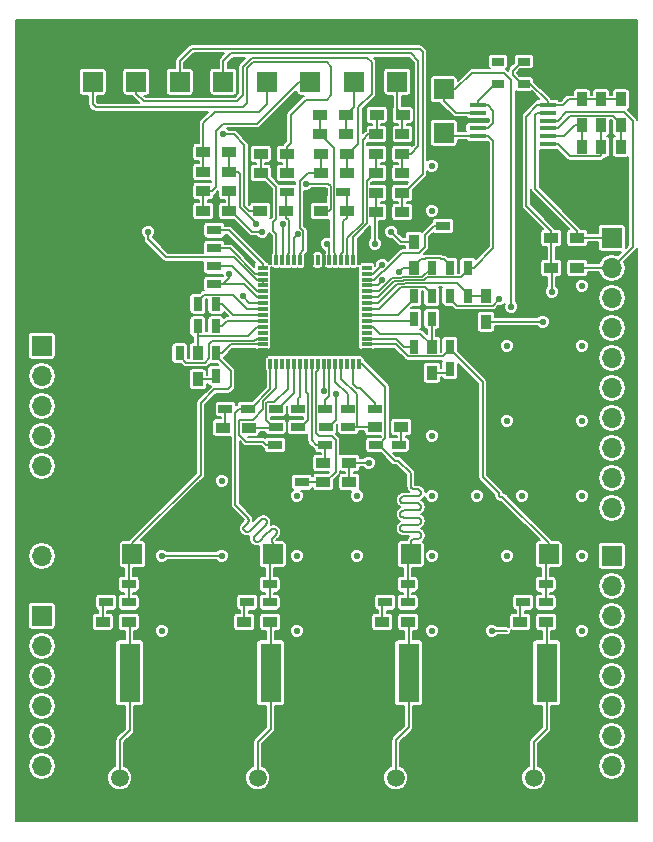
<source format=gtl>
G04 #@! TF.FileFunction,Copper,L1,Top,Signal*
%FSLAX46Y46*%
G04 Gerber Fmt 4.6, Leading zero omitted, Abs format (unit mm)*
G04 Created by KiCad (PCBNEW 4.0.7) date 04/28/18 13:58:35*
%MOMM*%
%LPD*%
G01*
G04 APERTURE LIST*
%ADD10C,0.100000*%
%ADD11C,1.506220*%
%ADD12C,4.064000*%
%ADD13R,1.700000X1.700000*%
%ADD14O,1.700000X1.700000*%
%ADD15R,1.800000X5.000000*%
%ADD16R,0.304800X0.812800*%
%ADD17R,0.812800X0.304800*%
%ADD18R,7.493000X7.493000*%
%ADD19R,1.060000X0.650000*%
%ADD20R,1.450000X0.450000*%
%ADD21R,0.750000X1.200000*%
%ADD22R,1.200000X0.750000*%
%ADD23R,1.200000X0.900000*%
%ADD24R,0.900000X1.200000*%
%ADD25C,0.558800*%
%ADD26C,0.127000*%
G04 APERTURE END LIST*
D10*
D11*
X159512000Y-140716000D03*
X162052000Y-138176000D03*
X162052000Y-143256000D03*
X156972000Y-138176000D03*
X156972000Y-143256000D03*
D12*
X175387000Y-78867000D03*
D11*
X136144000Y-140716000D03*
X138684000Y-138176000D03*
X138684000Y-143256000D03*
X133604000Y-138176000D03*
X133604000Y-143256000D03*
X147828000Y-140716000D03*
X150368000Y-138176000D03*
X150368000Y-143256000D03*
X145288000Y-138176000D03*
X145288000Y-143256000D03*
X171196000Y-140716000D03*
X173736000Y-138176000D03*
X173736000Y-143256000D03*
X168656000Y-138176000D03*
X168656000Y-143256000D03*
D13*
X177800000Y-94996000D03*
D14*
X177800000Y-97536000D03*
X177800000Y-100076000D03*
X177800000Y-102616000D03*
X177800000Y-105156000D03*
X177800000Y-107696000D03*
X177800000Y-110236000D03*
X177800000Y-112776000D03*
X177800000Y-115316000D03*
X177800000Y-117856000D03*
D13*
X129540000Y-104140000D03*
D14*
X129540000Y-106680000D03*
X129540000Y-109220000D03*
X129540000Y-111760000D03*
X129540000Y-114300000D03*
X129540000Y-116840000D03*
X129540000Y-119380000D03*
X129540000Y-121920000D03*
D13*
X177800000Y-121920000D03*
D14*
X177800000Y-124460000D03*
X177800000Y-127000000D03*
X177800000Y-129540000D03*
X177800000Y-132080000D03*
X177800000Y-134620000D03*
X177800000Y-137160000D03*
X177800000Y-139700000D03*
D13*
X129540000Y-127000000D03*
D14*
X129540000Y-129540000D03*
X129540000Y-132080000D03*
X129540000Y-134620000D03*
X129540000Y-137160000D03*
X129540000Y-139700000D03*
D15*
X133278000Y-131826000D03*
X136978000Y-131826000D03*
X145216000Y-131826000D03*
X148916000Y-131826000D03*
X156900000Y-131826000D03*
X160600000Y-131826000D03*
X168584000Y-131826000D03*
X172284000Y-131826000D03*
D16*
X148894800Y-105664000D03*
X149402800Y-105664000D03*
X149910800Y-105664000D03*
X150393400Y-105664000D03*
X150901400Y-105664000D03*
X151409400Y-105664000D03*
X151892000Y-105664000D03*
X152400000Y-105664000D03*
X152908000Y-105664000D03*
X153416000Y-105664000D03*
X153898600Y-105664000D03*
X154406600Y-105664000D03*
X154914600Y-105664000D03*
X155397200Y-105664000D03*
X155905200Y-105664000D03*
X156413200Y-105664000D03*
D17*
X157045660Y-105031540D03*
X157045660Y-104523540D03*
X157045660Y-104015540D03*
X157045660Y-103532940D03*
X157045660Y-103024940D03*
X157045660Y-102516940D03*
X157045660Y-102034340D03*
X157045660Y-101526340D03*
X157045660Y-101018340D03*
X157045660Y-100510340D03*
X157045660Y-100027740D03*
X157045660Y-99519740D03*
X157045660Y-99011740D03*
X157045660Y-98529140D03*
X157045660Y-98021140D03*
X157045660Y-97513140D03*
D16*
X156413200Y-96880680D03*
X155905200Y-96880680D03*
X155397200Y-96880680D03*
X154914600Y-96880680D03*
X154406600Y-96880680D03*
X153898600Y-96880680D03*
X153416000Y-96880680D03*
X152908000Y-96880680D03*
X152400000Y-96880680D03*
X151892000Y-96880680D03*
X151409400Y-96880680D03*
X150901400Y-96880680D03*
X150393400Y-96880680D03*
X149910800Y-96880680D03*
X149402800Y-96880680D03*
X148894800Y-96880680D03*
D17*
X148262340Y-97513140D03*
X148262340Y-98021140D03*
X148262340Y-98529140D03*
X148262340Y-99011740D03*
X148262340Y-99519740D03*
X148262340Y-100027740D03*
X148262340Y-100510340D03*
X148262340Y-101018340D03*
X148262340Y-101526340D03*
X148262340Y-102034340D03*
X148262340Y-102516940D03*
X148262340Y-103024940D03*
X148262340Y-103532940D03*
X148262340Y-104015540D03*
X148262340Y-104523540D03*
X148262340Y-105031540D03*
D18*
X152654000Y-101272340D03*
D19*
X170391000Y-81976000D03*
X170391000Y-81026000D03*
X170391000Y-80076000D03*
X168191000Y-80076000D03*
X168191000Y-81976000D03*
D20*
X166468000Y-83775000D03*
X166468000Y-84425000D03*
X166468000Y-85075000D03*
X166468000Y-85725000D03*
X166468000Y-86375000D03*
X166468000Y-87025000D03*
X166468000Y-87675000D03*
X172368000Y-87675000D03*
X172368000Y-87025000D03*
X172368000Y-86375000D03*
X172368000Y-85725000D03*
X172368000Y-85075000D03*
X172368000Y-84425000D03*
X172368000Y-83775000D03*
D13*
X137223500Y-121793000D03*
X149098000Y-121793000D03*
X160782000Y-121793000D03*
X163576000Y-82423000D03*
X163576000Y-86106000D03*
X172466000Y-121793000D03*
X133858000Y-81788000D03*
X141224000Y-81788000D03*
X148590000Y-81788000D03*
X155956000Y-81788000D03*
X137541000Y-81788000D03*
X144907000Y-81788000D03*
X152273000Y-81788000D03*
X159639000Y-81788000D03*
D21*
X144272000Y-102489000D03*
X144272000Y-100589000D03*
D22*
X149357000Y-109474000D03*
X151257000Y-109474000D03*
X155448000Y-109474000D03*
X153548000Y-109474000D03*
D21*
X161036000Y-101849000D03*
X161036000Y-99949000D03*
D22*
X135001000Y-125857000D03*
X136901000Y-125857000D03*
X155062000Y-91122500D03*
X153162000Y-91122500D03*
X150304500Y-91122500D03*
X148404500Y-91122500D03*
D21*
X165608000Y-99954000D03*
X165608000Y-101854000D03*
D22*
X151572000Y-115697000D03*
X149672000Y-115697000D03*
X153548000Y-112522000D03*
X155448000Y-112522000D03*
D21*
X164084000Y-97536000D03*
X164084000Y-95636000D03*
D22*
X136906000Y-124333000D03*
X135006000Y-124333000D03*
D21*
X144272000Y-104775000D03*
X144272000Y-106675000D03*
X142748000Y-102489000D03*
X142748000Y-100589000D03*
X141224000Y-106675000D03*
X141224000Y-104775000D03*
D22*
X146939000Y-125857000D03*
X148839000Y-125857000D03*
X151191000Y-112522000D03*
X149291000Y-112522000D03*
X148839000Y-124333000D03*
X146939000Y-124333000D03*
X147000000Y-109474000D03*
X145100000Y-109474000D03*
X159700000Y-109474000D03*
X157800000Y-109474000D03*
D21*
X161036000Y-106106000D03*
X161036000Y-104206000D03*
D22*
X149352000Y-110998000D03*
X151252000Y-110998000D03*
X142245000Y-95885000D03*
X144145000Y-95885000D03*
X142245000Y-94361000D03*
X144145000Y-94361000D03*
D21*
X164084000Y-101788000D03*
X164084000Y-99888000D03*
D22*
X165415000Y-93980000D03*
X163515000Y-93980000D03*
X158623000Y-125857000D03*
X160523000Y-125857000D03*
X160523000Y-124333000D03*
X158623000Y-124333000D03*
X157861000Y-112522000D03*
X159761000Y-112522000D03*
X142240000Y-97409000D03*
X144140000Y-97409000D03*
D21*
X162560000Y-95636000D03*
X162560000Y-97536000D03*
D22*
X155509000Y-110998000D03*
X153609000Y-110998000D03*
X144140000Y-98933000D03*
X142240000Y-98933000D03*
D21*
X165608000Y-97536000D03*
X165608000Y-95636000D03*
D22*
X170307000Y-125857000D03*
X172207000Y-125857000D03*
X172207000Y-124333000D03*
X170307000Y-124333000D03*
D21*
X164084000Y-104203500D03*
X164084000Y-106103500D03*
X162560000Y-101849000D03*
X162560000Y-99949000D03*
D23*
X153162000Y-92710000D03*
X155362000Y-92710000D03*
X148041000Y-92710000D03*
X150241000Y-92710000D03*
D24*
X167132000Y-102108000D03*
X167132000Y-99908000D03*
D23*
X155575000Y-115697000D03*
X153375000Y-115697000D03*
X155575000Y-114046000D03*
X153375000Y-114046000D03*
D24*
X161036000Y-95336000D03*
X161036000Y-97536000D03*
D23*
X136906000Y-127508000D03*
X134706000Y-127508000D03*
X148082000Y-87884000D03*
X150282000Y-87884000D03*
X153162000Y-87884000D03*
X155362000Y-87884000D03*
X157861000Y-91186000D03*
X160061000Y-91186000D03*
X148885000Y-127508000D03*
X146685000Y-127508000D03*
X157861000Y-87884000D03*
X160061000Y-87884000D03*
X145415000Y-87757000D03*
X143215000Y-87757000D03*
X145415000Y-91059000D03*
X143215000Y-91059000D03*
X153121000Y-84582000D03*
X155321000Y-84582000D03*
X160569000Y-127508000D03*
X158369000Y-127508000D03*
X157904000Y-84582000D03*
X160104000Y-84582000D03*
X172253000Y-127508000D03*
X170053000Y-127508000D03*
D24*
X142748000Y-106975000D03*
X142748000Y-104775000D03*
D23*
X148082000Y-89535000D03*
X150282000Y-89535000D03*
X153162000Y-89535000D03*
X155362000Y-89535000D03*
X157861000Y-92837000D03*
X160061000Y-92837000D03*
X157861000Y-89535000D03*
X160061000Y-89535000D03*
X144866000Y-111061500D03*
X147066000Y-111061500D03*
X145415000Y-89408000D03*
X143215000Y-89408000D03*
X145415000Y-92710000D03*
X143215000Y-92710000D03*
X153121000Y-86233000D03*
X155321000Y-86233000D03*
X159977000Y-110998000D03*
X157777000Y-110998000D03*
X157883500Y-86233000D03*
X160083500Y-86233000D03*
D24*
X162560000Y-106426000D03*
X162560000Y-104226000D03*
D23*
X172679000Y-97536000D03*
X174879000Y-97536000D03*
D24*
X176911000Y-83271000D03*
X176911000Y-85471000D03*
X178562000Y-83271000D03*
X178562000Y-85471000D03*
X175260000Y-83271000D03*
X175260000Y-85471000D03*
D23*
X172679000Y-94996000D03*
X174879000Y-94996000D03*
D24*
X176911000Y-87292000D03*
X176911000Y-89492000D03*
X178562000Y-87292000D03*
X178562000Y-89492000D03*
X175260000Y-87312500D03*
X175260000Y-89512500D03*
D12*
X129921000Y-78994000D03*
D25*
X162560000Y-92710000D03*
X162560000Y-88900000D03*
X175260000Y-99060000D03*
X175260000Y-104140000D03*
X168910000Y-104140000D03*
X168910000Y-110490000D03*
X175260000Y-110490000D03*
X170180000Y-116840000D03*
X175260000Y-116840000D03*
X175260000Y-121920000D03*
X175260000Y-128270000D03*
X168910000Y-121920000D03*
X166370000Y-116840000D03*
X162560000Y-111760000D03*
X162560000Y-116840000D03*
X162560000Y-121920000D03*
X162560000Y-128270000D03*
X167640000Y-128270000D03*
X151130000Y-116840000D03*
X156210000Y-116840000D03*
X151130000Y-128270000D03*
X151130000Y-121920000D03*
X156210000Y-121920000D03*
X139700000Y-128270000D03*
X139700000Y-121920000D03*
X144780000Y-115570000D03*
X144780000Y-121920000D03*
X156210000Y-128270000D03*
X144780000Y-128270000D03*
X139700000Y-101600000D03*
X139700000Y-115570000D03*
X139700000Y-109220000D03*
X133350000Y-121920000D03*
X139700000Y-93980000D03*
X139700000Y-88900000D03*
X133350000Y-88900000D03*
X133350000Y-95250000D03*
X133350000Y-101600000D03*
X133350000Y-109220000D03*
X133350000Y-115570000D03*
X133350000Y-128270000D03*
X148209000Y-86487000D03*
X151892000Y-91313000D03*
X167132000Y-88900000D03*
X175260000Y-90932000D03*
X166370000Y-92583000D03*
X146558000Y-99949000D03*
X159766000Y-97917000D03*
X158369000Y-97282000D03*
X168275000Y-100203000D03*
X154432000Y-108204000D03*
X153416000Y-107950000D03*
X145415000Y-98044000D03*
X169291000Y-100838000D03*
X172720000Y-99568000D03*
X158369000Y-98552000D03*
X144907000Y-86233000D03*
X138557000Y-94488000D03*
X151892000Y-90424000D03*
X157226000Y-114046000D03*
X171958000Y-102108000D03*
X159131000Y-94488000D03*
X157734000Y-95504000D03*
X153670000Y-95504000D03*
X149987000Y-93853000D03*
X147701000Y-93853000D03*
X151235409Y-94667704D03*
X148209000Y-94488000D03*
D26*
X168910000Y-128270000D02*
X167640000Y-128270000D01*
X144780000Y-121920000D02*
X139700000Y-121920000D01*
X144272000Y-102489000D02*
X144774000Y-102489000D01*
X144774000Y-102489000D02*
X145228660Y-102034340D01*
X145228660Y-102034340D02*
X147728940Y-102034340D01*
X147728940Y-102034340D02*
X148262340Y-102034340D01*
X144272000Y-100589000D02*
X144774000Y-100589000D01*
X144774000Y-100589000D02*
X145711340Y-101526340D01*
X145711340Y-101526340D02*
X147728940Y-101526340D01*
X147728940Y-101526340D02*
X148262340Y-101526340D01*
X149357000Y-109474000D02*
X149582000Y-109474000D01*
X149582000Y-109474000D02*
X150901400Y-108154600D01*
X150901400Y-108154600D02*
X150901400Y-106197400D01*
X150901400Y-106197400D02*
X150901400Y-105664000D01*
X151257000Y-108585000D02*
X151409400Y-108432600D01*
X151409400Y-108432600D02*
X151409400Y-105664000D01*
X151257000Y-109474000D02*
X151257000Y-108585000D01*
X155448000Y-108204000D02*
X154406600Y-107162600D01*
X154406600Y-107162600D02*
X154406600Y-105664000D01*
X155448000Y-109474000D02*
X155448000Y-108204000D01*
X153898600Y-105943400D02*
X153898600Y-105664000D01*
X153548000Y-108707000D02*
X153898600Y-108356400D01*
X153898600Y-108356400D02*
X153898600Y-105943400D01*
X153548000Y-109474000D02*
X153548000Y-108707000D01*
X157045660Y-102034340D02*
X160850660Y-102034340D01*
X160850660Y-102034340D02*
X161036000Y-101849000D01*
X157045660Y-101526340D02*
X159683660Y-101526340D01*
X159683660Y-101526340D02*
X161036000Y-100174000D01*
X161036000Y-100174000D02*
X161036000Y-99949000D01*
X134706000Y-127508000D02*
X134706000Y-126152000D01*
X134706000Y-126152000D02*
X135001000Y-125857000D01*
X137223500Y-121793000D02*
X137223500Y-120816000D01*
X143002000Y-115037500D02*
X143002000Y-108966000D01*
X145542000Y-106270000D02*
X144272000Y-105000000D01*
X137223500Y-120816000D02*
X143002000Y-115037500D01*
X145542000Y-107569000D02*
X145542000Y-106270000D01*
X143002000Y-108966000D02*
X144145000Y-107823000D01*
X144145000Y-107823000D02*
X145288000Y-107823000D01*
X145288000Y-107823000D02*
X145542000Y-107569000D01*
X144272000Y-105000000D02*
X144272000Y-104775000D01*
X136906000Y-124333000D02*
X136906000Y-122110500D01*
X136906000Y-122110500D02*
X137223500Y-121793000D01*
X136901000Y-125857000D02*
X136901000Y-124338000D01*
X136901000Y-124338000D02*
X136906000Y-124333000D01*
X144272000Y-104775000D02*
X144774000Y-104775000D01*
X144774000Y-104775000D02*
X145533460Y-104015540D01*
X145533460Y-104015540D02*
X147728940Y-104015540D01*
X147728940Y-104015540D02*
X148262340Y-104015540D01*
X155362000Y-92710000D02*
X155362000Y-91422500D01*
X155362000Y-91422500D02*
X155062000Y-91122500D01*
X155067000Y-96194880D02*
X155067000Y-93582000D01*
X155067000Y-93582000D02*
X155362000Y-93287000D01*
X155362000Y-93287000D02*
X155362000Y-92710000D01*
X154914600Y-96880680D02*
X154914600Y-96347280D01*
X154914600Y-96347280D02*
X155067000Y-96194880D01*
X156900000Y-128960000D02*
X156210000Y-128270000D01*
X156900000Y-131826000D02*
X156900000Y-128960000D01*
X145216000Y-128706000D02*
X144780000Y-128270000D01*
X145216000Y-131826000D02*
X145216000Y-128706000D01*
X139700000Y-109220000D02*
X139700000Y-115570000D01*
X133350000Y-128270000D02*
X133350000Y-121920000D01*
X133350000Y-88900000D02*
X139700000Y-88900000D01*
X133350000Y-101600000D02*
X133350000Y-95250000D01*
X133350000Y-115570000D02*
X133350000Y-109220000D01*
X133278000Y-131826000D02*
X133278000Y-128342000D01*
X133278000Y-128342000D02*
X133350000Y-128270000D01*
X147066000Y-86868000D02*
X147066000Y-86614000D01*
X147066000Y-90009000D02*
X147066000Y-86868000D01*
X147066000Y-86868000D02*
X147828000Y-86868000D01*
X147828000Y-86868000D02*
X148209000Y-86487000D01*
X148404500Y-91122500D02*
X148179500Y-91122500D01*
X148179500Y-91122500D02*
X147066000Y-90009000D01*
X152937000Y-91122500D02*
X152746500Y-91313000D01*
X152746500Y-91313000D02*
X151892000Y-91313000D01*
X153162000Y-91122500D02*
X152937000Y-91122500D01*
X166468000Y-87675000D02*
X166468000Y-88236000D01*
X166468000Y-88236000D02*
X167132000Y-88900000D01*
X175260000Y-89512500D02*
X175260000Y-90932000D01*
X165415000Y-93980000D02*
X165415000Y-93478000D01*
X165415000Y-93478000D02*
X166310000Y-92583000D01*
X166310000Y-92583000D02*
X166370000Y-92583000D01*
X150241000Y-93287000D02*
X150241000Y-92710000D01*
X150393400Y-96880680D02*
X150393400Y-96347280D01*
X150393400Y-96347280D02*
X150456901Y-96283779D01*
X150456901Y-96283779D02*
X150456901Y-93502901D01*
X150456901Y-93502901D02*
X150241000Y-93287000D01*
X150241000Y-92710000D02*
X150241000Y-91186000D01*
X150241000Y-91186000D02*
X150304500Y-91122500D01*
X165608000Y-99729000D02*
X165608000Y-99954000D01*
X164685000Y-98806000D02*
X165608000Y-99729000D01*
X162008450Y-98806000D02*
X164685000Y-98806000D01*
X161979927Y-98834523D02*
X162008450Y-98806000D01*
X160262383Y-98834523D02*
X161979927Y-98834523D01*
X159610530Y-98894924D02*
X160201982Y-98894924D01*
X157995114Y-100510340D02*
X159610530Y-98894924D01*
X160201982Y-98894924D02*
X160262383Y-98834523D01*
X157045660Y-100510340D02*
X157995114Y-100510340D01*
X165608000Y-99954000D02*
X167086000Y-99954000D01*
X167086000Y-99954000D02*
X167132000Y-99908000D01*
X154432000Y-112088098D02*
X154432000Y-114790000D01*
X154432000Y-114790000D02*
X153525000Y-115697000D01*
X153525000Y-115697000D02*
X153375000Y-115697000D01*
X153035000Y-111760000D02*
X154103902Y-111760000D01*
X154103902Y-111760000D02*
X154432000Y-112088098D01*
X152757499Y-111482499D02*
X153035000Y-111760000D01*
X152908000Y-105664000D02*
X152908000Y-106197400D01*
X152908000Y-106197400D02*
X152757499Y-106347901D01*
X152757499Y-106347901D02*
X152757499Y-111482499D01*
X151572000Y-115697000D02*
X153375000Y-115697000D01*
X153548000Y-112522000D02*
X153548000Y-113873000D01*
X153548000Y-113873000D02*
X153375000Y-114046000D01*
X152400000Y-105664000D02*
X152400000Y-112141000D01*
X152400000Y-112141000D02*
X152781000Y-112522000D01*
X152781000Y-112522000D02*
X153548000Y-112522000D01*
X146558000Y-99949000D02*
X147119340Y-100510340D01*
X147119340Y-100510340D02*
X148262340Y-100510340D01*
X161036000Y-97536000D02*
X160147000Y-97536000D01*
X160147000Y-97536000D02*
X159766000Y-97917000D01*
X161648000Y-96774000D02*
X162004098Y-96774000D01*
X162004098Y-96774000D02*
X162032599Y-96745499D01*
X162032599Y-96745499D02*
X163293499Y-96745499D01*
X163293499Y-96745499D02*
X163357000Y-96809000D01*
X163357000Y-96809000D02*
X163582000Y-96809000D01*
X163582000Y-96809000D02*
X164084000Y-97311000D01*
X164084000Y-97311000D02*
X164084000Y-97536000D01*
X161036000Y-97536000D02*
X161036000Y-97386000D01*
X161036000Y-97386000D02*
X161648000Y-96774000D01*
X142748000Y-106975000D02*
X143972000Y-106975000D01*
X143972000Y-106975000D02*
X144272000Y-106675000D01*
X142748000Y-102489000D02*
X142748000Y-103216000D01*
X142748000Y-103216000D02*
X142811501Y-103279501D01*
X142811501Y-103279501D02*
X146966379Y-103279501D01*
X146966379Y-103279501D02*
X147728940Y-102516940D01*
X147728940Y-102516940D02*
X148262340Y-102516940D01*
X142748000Y-102489000D02*
X142748000Y-104775000D01*
X142748000Y-100364000D02*
X142748000Y-100589000D01*
X143313501Y-99798499D02*
X142748000Y-100364000D01*
X145712045Y-99798499D02*
X143313501Y-99798499D01*
X146931886Y-101018340D02*
X145712045Y-99798499D01*
X148262340Y-101018340D02*
X146931886Y-101018340D01*
X143970098Y-103759000D02*
X147502880Y-103759000D01*
X147502880Y-103759000D02*
X147728940Y-103532940D01*
X147728940Y-103532940D02*
X148262340Y-103532940D01*
X141224000Y-104775000D02*
X141224000Y-105000000D01*
X143350401Y-105565501D02*
X143706499Y-105209403D01*
X141224000Y-105000000D02*
X141789501Y-105565501D01*
X141789501Y-105565501D02*
X143350401Y-105565501D01*
X143706499Y-105209403D02*
X143706499Y-104022599D01*
X143706499Y-104022599D02*
X143970098Y-103759000D01*
X146685000Y-127508000D02*
X146685000Y-126111000D01*
X146685000Y-126111000D02*
X146939000Y-125857000D01*
X149012018Y-120570278D02*
X149026967Y-120504784D01*
X147561633Y-120655308D02*
X147519746Y-120602784D01*
X149098000Y-121793000D02*
X149098000Y-120816000D01*
X149361573Y-119703897D02*
X149309050Y-119662011D01*
X149026967Y-120702951D02*
X149012018Y-120637457D01*
X149026967Y-120504784D02*
X149056114Y-120444258D01*
X148513043Y-119279632D02*
X148554928Y-119227110D01*
X149098000Y-120816000D02*
X149056114Y-120763477D01*
X149056114Y-120763477D02*
X149026967Y-120702951D01*
X146891646Y-119892760D02*
X146826151Y-119877811D01*
X148461602Y-120179602D02*
X147985897Y-120655308D01*
X147807353Y-120741289D02*
X147740175Y-120741289D01*
X149012018Y-120637457D02*
X149012018Y-120570278D01*
X147561632Y-120231042D02*
X148513043Y-119279632D01*
X148554928Y-118907890D02*
X148513043Y-118855368D01*
X149432606Y-119816945D02*
X149403458Y-119756419D01*
X149056114Y-120444258D02*
X149098000Y-120391735D01*
X149098000Y-120391735D02*
X149361573Y-120128161D01*
X149248524Y-119632864D02*
X149183030Y-119617915D01*
X147018561Y-118747197D02*
X146976677Y-118694676D01*
X146713104Y-119806779D02*
X146671217Y-119754255D01*
X149403458Y-120075639D02*
X149432606Y-120015113D01*
X149361573Y-120128161D02*
X149403458Y-120075639D01*
X148989831Y-119662011D02*
X148937308Y-119703897D01*
X147740175Y-120741289D02*
X147674680Y-120726340D01*
X147674680Y-120726340D02*
X147614154Y-120697192D01*
X149403458Y-119756419D02*
X149361573Y-119703897D01*
X147018561Y-119066417D02*
X147047709Y-119005891D01*
X149432606Y-120015113D02*
X149447554Y-119949618D01*
X149115851Y-119617915D02*
X149050357Y-119632864D01*
X149447554Y-119882440D02*
X149432606Y-119816945D01*
X148554928Y-119227110D02*
X148584076Y-119166584D01*
X146627121Y-119628235D02*
X146627122Y-119561057D01*
X146627122Y-119561057D02*
X146642070Y-119495562D01*
X146671218Y-119435037D02*
X146713103Y-119382513D01*
X149447554Y-119949618D02*
X149447554Y-119882440D01*
X147062658Y-118940397D02*
X147062658Y-118873219D01*
X149309050Y-119662011D02*
X149248524Y-119632864D01*
X149183030Y-119617915D02*
X149115851Y-119617915D01*
X147985897Y-120655308D02*
X147933374Y-120697192D01*
X146976677Y-118694676D02*
X145923000Y-117641000D01*
X145923000Y-117641000D02*
X145923000Y-109824000D01*
X149050357Y-119632864D02*
X148989831Y-119662011D01*
X147490600Y-120542259D02*
X147475650Y-120476764D01*
X148937308Y-119703897D02*
X148461602Y-120179602D01*
X147519747Y-120283566D02*
X147561632Y-120231042D01*
X147933374Y-120697192D02*
X147872848Y-120726340D01*
X147872848Y-120726340D02*
X147807353Y-120741289D01*
X147614154Y-120697192D02*
X147561633Y-120655308D01*
X148599025Y-119033911D02*
X148584076Y-118968416D01*
X147519746Y-120602784D02*
X147490600Y-120542259D01*
X148334500Y-118769386D02*
X148267321Y-118769386D01*
X147475650Y-120476764D02*
X147475651Y-120409586D01*
X147047709Y-119005891D02*
X147062658Y-118940397D01*
X147490599Y-120344091D02*
X147519747Y-120283566D01*
X147475651Y-120409586D02*
X147490599Y-120344091D01*
X148584076Y-119166584D02*
X148599025Y-119101089D01*
X148599025Y-119101089D02*
X148599025Y-119033911D01*
X148141301Y-118813482D02*
X148088778Y-118855368D01*
X148201827Y-118784335D02*
X148141301Y-118813482D01*
X148267321Y-118769386D02*
X148201827Y-118784335D01*
X148584076Y-118968416D02*
X148554928Y-118907890D01*
X148513043Y-118855368D02*
X148460520Y-118813482D01*
X147400941Y-119543206D02*
X147137368Y-119806779D01*
X148460520Y-118813482D02*
X148399994Y-118784335D01*
X147084845Y-119848663D02*
X147024319Y-119877811D01*
X147137368Y-119806779D02*
X147084845Y-119848663D01*
X148399994Y-118784335D02*
X148334500Y-118769386D01*
X148088778Y-118855368D02*
X147400941Y-119543206D01*
X146958824Y-119892760D02*
X146891646Y-119892760D01*
X147024319Y-119877811D02*
X146958824Y-119892760D01*
X146765625Y-119848663D02*
X146713104Y-119806779D01*
X146826151Y-119877811D02*
X146765625Y-119848663D01*
X146671217Y-119754255D02*
X146642071Y-119693730D01*
X146642071Y-119693730D02*
X146627121Y-119628235D01*
X146642070Y-119495562D02*
X146671218Y-119435037D01*
X146713103Y-119382513D02*
X146976677Y-119118940D01*
X146976677Y-119118940D02*
X147018561Y-119066417D01*
X147062658Y-118873219D02*
X147047709Y-118807723D01*
X147047709Y-118807723D02*
X147018561Y-118747197D01*
X145923000Y-109824000D02*
X146273000Y-109474000D01*
X146273000Y-109474000D02*
X147000000Y-109474000D01*
X148839000Y-124333000D02*
X148839000Y-122052000D01*
X148839000Y-122052000D02*
X149098000Y-121793000D01*
X148839000Y-125857000D02*
X148839000Y-125355000D01*
X148839000Y-125355000D02*
X148839000Y-124333000D01*
X147000000Y-109474000D02*
X147225000Y-109474000D01*
X147225000Y-109474000D02*
X148894800Y-107804200D01*
X148894800Y-107804200D02*
X148894800Y-105664000D01*
X146275499Y-110391501D02*
X147400401Y-110391501D01*
X147400401Y-110391501D02*
X148312488Y-109479414D01*
X148312488Y-108841385D02*
X149402800Y-107751073D01*
X148312488Y-109479414D02*
X148312488Y-108841385D01*
X149402800Y-107751073D02*
X149402800Y-106197400D01*
X149402800Y-106197400D02*
X149402800Y-105664000D01*
X148310000Y-112268000D02*
X146879598Y-112268000D01*
X146879598Y-112268000D02*
X146275499Y-111663901D01*
X146275499Y-111663901D02*
X146275499Y-110391501D01*
X149291000Y-112522000D02*
X148564000Y-112522000D01*
X148564000Y-112522000D02*
X148310000Y-112268000D01*
X145100000Y-109474000D02*
X145100000Y-110827500D01*
X145100000Y-110827500D02*
X144866000Y-111061500D01*
X156210000Y-107696000D02*
X156524000Y-107696000D01*
X156524000Y-107696000D02*
X157800000Y-108972000D01*
X157800000Y-108972000D02*
X157800000Y-109474000D01*
X155905200Y-107391200D02*
X156210000Y-107696000D01*
X155905200Y-105664000D02*
X155905200Y-107391200D01*
X159539940Y-103532940D02*
X160213000Y-104206000D01*
X160213000Y-104206000D02*
X161036000Y-104206000D01*
X157045660Y-103532940D02*
X159539940Y-103532940D01*
X149242628Y-108908499D02*
X150393400Y-107757727D01*
X148566499Y-108946599D02*
X148604599Y-108908499D01*
X148604599Y-108908499D02*
X149242628Y-108908499D01*
X148566499Y-110437499D02*
X148566499Y-108946599D01*
X149127000Y-110998000D02*
X148566499Y-110437499D01*
X150393400Y-107757727D02*
X150393400Y-106197400D01*
X149352000Y-110998000D02*
X149127000Y-110998000D01*
X150393400Y-106197400D02*
X150393400Y-105664000D01*
X147066000Y-111061500D02*
X149288500Y-111061500D01*
X149288500Y-111061500D02*
X149352000Y-110998000D01*
X152047501Y-108232501D02*
X151892000Y-108077000D01*
X151892000Y-108077000D02*
X151892000Y-105664000D01*
X151252000Y-110998000D02*
X151477000Y-110998000D01*
X151477000Y-110998000D02*
X152047501Y-110427499D01*
X152047501Y-110427499D02*
X152047501Y-108232501D01*
X144872000Y-95885000D02*
X144145000Y-95885000D01*
X145444024Y-95885000D02*
X144872000Y-95885000D01*
X147580164Y-98021140D02*
X145444024Y-95885000D01*
X148262340Y-98021140D02*
X147580164Y-98021140D01*
X144145000Y-94361000D02*
X145389600Y-94361000D01*
X145389600Y-94361000D02*
X148262340Y-97233740D01*
X148262340Y-97233740D02*
X148262340Y-97513140D01*
X158369000Y-97282000D02*
X157629860Y-98021140D01*
X157629860Y-98021140D02*
X157045660Y-98021140D01*
X164084000Y-99888000D02*
X164084000Y-100113000D01*
X164715501Y-100744501D02*
X167733499Y-100744501D01*
X167733499Y-100744501D02*
X168275000Y-100203000D01*
X164084000Y-100113000D02*
X164715501Y-100744501D01*
X162788000Y-93980000D02*
X163515000Y-93980000D01*
X161994499Y-94773501D02*
X162788000Y-93980000D01*
X161994499Y-95770403D02*
X161994499Y-94773501D01*
X161498913Y-96265989D02*
X161994499Y-95770403D01*
X160080465Y-96265989D02*
X161498913Y-96265989D01*
X158556465Y-97789989D02*
X160080465Y-96265989D01*
X158441586Y-97789989D02*
X158556465Y-97789989D01*
X157702435Y-98529140D02*
X158441586Y-97789989D01*
X157045660Y-98529140D02*
X157702435Y-98529140D01*
X158369000Y-127508000D02*
X158369000Y-126111000D01*
X158369000Y-126111000D02*
X158623000Y-125857000D01*
X160782000Y-121793000D02*
X160782000Y-120777000D01*
X161646086Y-120046834D02*
X161610345Y-119989953D01*
X159953655Y-119764046D02*
X159917914Y-119707165D01*
X161646086Y-119107165D02*
X161668274Y-119043756D01*
X161562842Y-120411549D02*
X161610345Y-120364046D01*
X161082000Y-120477000D02*
X161375796Y-120477000D01*
X160782000Y-120777000D02*
X160789521Y-120710243D01*
X160188204Y-117477000D02*
X160121448Y-117469478D01*
X160789521Y-120710243D02*
X160811709Y-120646834D01*
X159917914Y-118507165D02*
X159895726Y-118443756D01*
X161375796Y-120477000D02*
X161442552Y-120469478D01*
X160811709Y-120646834D02*
X160847450Y-120589953D01*
X160188204Y-119877000D02*
X160121448Y-119869478D01*
X160001158Y-117411549D02*
X159953655Y-117364046D01*
X160121448Y-116884521D02*
X160188204Y-116877000D01*
X161442552Y-120469478D02*
X161505961Y-120447290D01*
X161562842Y-118742450D02*
X161505961Y-118706709D01*
X161375796Y-119877000D02*
X160188204Y-119877000D01*
X161646086Y-120307165D02*
X161668274Y-120243756D01*
X161610345Y-119164046D02*
X161646086Y-119107165D01*
X161562842Y-119211549D02*
X161610345Y-119164046D01*
X160188204Y-119277000D02*
X161375796Y-119277000D01*
X160847450Y-120589953D02*
X160894953Y-120542450D01*
X161610345Y-119989953D02*
X161562842Y-119942450D01*
X160001158Y-119811549D02*
X159953655Y-119764046D01*
X159917914Y-117307165D02*
X159895726Y-117243756D01*
X160894953Y-120542450D02*
X160951834Y-120506709D01*
X161442552Y-119884521D02*
X161375796Y-119877000D01*
X161442552Y-118684521D02*
X161375796Y-118677000D01*
X161668274Y-119043756D02*
X161675796Y-118977000D01*
X160121448Y-119284521D02*
X160188204Y-119277000D01*
X160951834Y-120506709D02*
X161015243Y-120484521D01*
X161668274Y-120110243D02*
X161646086Y-120046834D01*
X159888204Y-119577000D02*
X159895726Y-119510243D01*
X161442552Y-118069478D02*
X161505961Y-118047290D01*
X161505961Y-118047290D02*
X161562842Y-118011549D01*
X161442552Y-117484521D02*
X161375796Y-117477000D01*
X159895726Y-117243756D02*
X159888204Y-117177000D01*
X161015243Y-120484521D02*
X161082000Y-120477000D01*
X161505961Y-120447290D02*
X161562842Y-120411549D01*
X160001158Y-119342450D02*
X160058039Y-119306709D01*
X161610345Y-120364046D02*
X161646086Y-120307165D01*
X161562842Y-119942450D02*
X161505961Y-119906709D01*
X161668274Y-120243756D02*
X161675796Y-120177000D01*
X159917914Y-118246834D02*
X159953655Y-118189953D01*
X160001158Y-116942450D02*
X160058039Y-116906709D01*
X161675796Y-120177000D02*
X161668274Y-120110243D01*
X159917914Y-119707165D02*
X159895726Y-119643756D01*
X161505961Y-119906709D02*
X161442552Y-119884521D01*
X160121448Y-119869478D02*
X160058039Y-119847290D01*
X160058039Y-119847290D02*
X160001158Y-119811549D01*
X160058039Y-118106709D02*
X160121448Y-118084521D01*
X160188204Y-118077000D02*
X161375796Y-118077000D01*
X159895726Y-119643756D02*
X159888204Y-119577000D01*
X159895726Y-119510243D02*
X159917914Y-119446834D01*
X159953655Y-119389953D02*
X160001158Y-119342450D01*
X159917914Y-119446834D02*
X159953655Y-119389953D01*
X160001158Y-118142450D02*
X160058039Y-118106709D01*
X160058039Y-118647290D02*
X160001158Y-118611549D01*
X160058039Y-119306709D02*
X160121448Y-119284521D01*
X160847450Y-116164046D02*
X160811709Y-116107165D01*
X161375796Y-119277000D02*
X161442552Y-119269478D01*
X159953655Y-118189953D02*
X160001158Y-118142450D01*
X161610345Y-117589953D02*
X161562842Y-117542450D01*
X160789521Y-116043756D02*
X160782000Y-115977000D01*
X160782000Y-115977000D02*
X160782000Y-114935000D01*
X160782000Y-114935000D02*
X159700000Y-113853000D01*
X161505961Y-119247290D02*
X161562842Y-119211549D01*
X161442552Y-119269478D02*
X161505961Y-119247290D01*
X160121448Y-117469478D02*
X160058039Y-117447290D01*
X159888204Y-118377000D02*
X159895726Y-118310243D01*
X161675796Y-118977000D02*
X161668274Y-118910243D01*
X161375796Y-116877000D02*
X161442552Y-116869478D01*
X159953655Y-118564046D02*
X159917914Y-118507165D01*
X161668274Y-118910243D02*
X161646086Y-118846834D01*
X161646086Y-118846834D02*
X161610345Y-118789953D01*
X161610345Y-118789953D02*
X161562842Y-118742450D01*
X161505961Y-118706709D02*
X161442552Y-118684521D01*
X161375796Y-118677000D02*
X160188204Y-118677000D01*
X160058039Y-117447290D02*
X160001158Y-117411549D01*
X159917914Y-117046834D02*
X159953655Y-116989953D01*
X160188204Y-118677000D02*
X160121448Y-118669478D01*
X161675796Y-117777000D02*
X161668274Y-117710243D01*
X160121448Y-118669478D02*
X160058039Y-118647290D01*
X160001158Y-118611549D02*
X159953655Y-118564046D01*
X159895726Y-118443756D02*
X159888204Y-118377000D01*
X159953655Y-116989953D02*
X160001158Y-116942450D01*
X159895726Y-118310243D02*
X159917914Y-118246834D01*
X160121448Y-118084521D02*
X160188204Y-118077000D01*
X161375796Y-118077000D02*
X161442552Y-118069478D01*
X161562842Y-118011549D02*
X161610345Y-117964046D01*
X161610345Y-117964046D02*
X161646086Y-117907165D01*
X161375796Y-117477000D02*
X160188204Y-117477000D01*
X161646086Y-117907165D02*
X161668274Y-117843756D01*
X159888204Y-117177000D02*
X159895726Y-117110243D01*
X161505961Y-116847290D02*
X161562842Y-116811549D01*
X161442552Y-116284521D02*
X161375796Y-116277000D01*
X161668274Y-117843756D02*
X161675796Y-117777000D01*
X161375796Y-116277000D02*
X161082000Y-116277000D01*
X161668274Y-117710243D02*
X161646086Y-117646834D01*
X160188204Y-116877000D02*
X161375796Y-116877000D01*
X161562842Y-116811549D02*
X161610345Y-116764046D01*
X161082000Y-116277000D02*
X161015243Y-116269478D01*
X161015243Y-116269478D02*
X160951834Y-116247290D01*
X160951834Y-116247290D02*
X160894953Y-116211549D01*
X160894953Y-116211549D02*
X160847450Y-116164046D01*
X161646086Y-117646834D02*
X161610345Y-117589953D01*
X161562842Y-117542450D02*
X161505961Y-117506709D01*
X161505961Y-117506709D02*
X161442552Y-117484521D01*
X161562842Y-116342450D02*
X161505961Y-116306709D01*
X159953655Y-117364046D02*
X159917914Y-117307165D01*
X159895726Y-117110243D02*
X159917914Y-117046834D01*
X161668274Y-116510243D02*
X161646086Y-116446834D01*
X159417000Y-113853000D02*
X158086000Y-112522000D01*
X160058039Y-116906709D02*
X160121448Y-116884521D01*
X161442552Y-116869478D02*
X161505961Y-116847290D01*
X161610345Y-116764046D02*
X161646086Y-116707165D01*
X161646086Y-116707165D02*
X161668274Y-116643756D01*
X160811709Y-116107165D02*
X160789521Y-116043756D01*
X161668274Y-116643756D02*
X161675796Y-116577000D01*
X161675796Y-116577000D02*
X161668274Y-116510243D01*
X161646086Y-116446834D02*
X161610345Y-116389953D01*
X161610345Y-116389953D02*
X161562842Y-116342450D01*
X161505961Y-116306709D02*
X161442552Y-116284521D01*
X159700000Y-113853000D02*
X159417000Y-113853000D01*
X157861000Y-112522000D02*
X158086000Y-112522000D01*
X158086000Y-112522000D02*
X158623000Y-111985000D01*
X158623000Y-111985000D02*
X158623000Y-107594400D01*
X158623000Y-107594400D02*
X156692600Y-105664000D01*
X156692600Y-105664000D02*
X156413200Y-105664000D01*
X160523000Y-124333000D02*
X160523000Y-122052000D01*
X160523000Y-122052000D02*
X160782000Y-121793000D01*
X160523000Y-125857000D02*
X160523000Y-125355000D01*
X160523000Y-125355000D02*
X160523000Y-124333000D01*
X159977000Y-110998000D02*
X159977000Y-112306000D01*
X159977000Y-112306000D02*
X159761000Y-112522000D01*
X160127000Y-110998000D02*
X159977000Y-110998000D01*
X147728940Y-99519740D02*
X148262340Y-99519740D01*
X145618200Y-97409000D02*
X147728940Y-99519740D01*
X144140000Y-97409000D02*
X145618200Y-97409000D01*
X161769499Y-98326501D02*
X162560000Y-97536000D01*
X160051955Y-98326501D02*
X161769499Y-98326501D01*
X159991554Y-98386902D02*
X160051955Y-98326501D01*
X159229554Y-98386902D02*
X159991554Y-98386902D01*
X158096716Y-99519740D02*
X159229554Y-98386902D01*
X157045660Y-99519740D02*
X158096716Y-99519740D01*
X156236000Y-110998000D02*
X156238501Y-110995499D01*
X156238501Y-110995499D02*
X156238501Y-108232501D01*
X156238501Y-108232501D02*
X154914600Y-106908600D01*
X154914600Y-106908600D02*
X154914600Y-105664000D01*
X155509000Y-110998000D02*
X156236000Y-110998000D01*
X156236000Y-110998000D02*
X157777000Y-110998000D01*
X154432000Y-108204000D02*
X154432000Y-110400000D01*
X154432000Y-110400000D02*
X153834000Y-110998000D01*
X153834000Y-110998000D02*
X153609000Y-110998000D01*
X153416000Y-105664000D02*
X153416000Y-107950000D01*
X145415000Y-98044000D02*
X145415000Y-98439131D01*
X144867000Y-98933000D02*
X144140000Y-98933000D01*
X145415000Y-98439131D02*
X144921131Y-98933000D01*
X144921131Y-98933000D02*
X144867000Y-98933000D01*
X169291000Y-100711000D02*
X169291000Y-100838000D01*
X169291000Y-96393000D02*
X169291000Y-100711000D01*
X166468000Y-84425000D02*
X164601000Y-84425000D01*
X164601000Y-84425000D02*
X163576000Y-83400000D01*
X163576000Y-83400000D02*
X163576000Y-82423000D01*
X169291000Y-81661000D02*
X169291000Y-96393000D01*
X168656000Y-81026000D02*
X169291000Y-81661000D01*
X165950000Y-81026000D02*
X168656000Y-81026000D01*
X163576000Y-82423000D02*
X164553000Y-82423000D01*
X164553000Y-82423000D02*
X165950000Y-81026000D01*
X145669000Y-98933000D02*
X146634200Y-98933000D01*
X144140000Y-98933000D02*
X145669000Y-98933000D01*
X147728940Y-100027740D02*
X148262340Y-100027740D01*
X146634200Y-98933000D02*
X147728940Y-100027740D01*
X165042499Y-98326501D02*
X165608000Y-97761000D01*
X162128723Y-98326501D02*
X165042499Y-98326501D01*
X161874713Y-98580512D02*
X162128723Y-98326501D01*
X160096768Y-98640913D02*
X160157169Y-98580512D01*
X160157169Y-98580512D02*
X161874713Y-98580512D01*
X157045660Y-100027740D02*
X158004963Y-100027740D01*
X158004963Y-100027740D02*
X159391790Y-98640913D01*
X159391790Y-98640913D02*
X160096768Y-98640913D01*
X165608000Y-97761000D02*
X165608000Y-97536000D01*
X167320000Y-86375000D02*
X166468000Y-86375000D01*
X167767000Y-86822000D02*
X167320000Y-86375000D01*
X167767000Y-95879000D02*
X167767000Y-86822000D01*
X166110000Y-97536000D02*
X167767000Y-95879000D01*
X165608000Y-97536000D02*
X166110000Y-97536000D01*
X166468000Y-86375000D02*
X163845000Y-86375000D01*
X163845000Y-86375000D02*
X163576000Y-86106000D01*
X170053000Y-127508000D02*
X170053000Y-126111000D01*
X170053000Y-126111000D02*
X170307000Y-125857000D01*
X168470967Y-116923730D02*
X168489824Y-116914649D01*
X168586780Y-116936779D02*
X168634210Y-116984210D01*
X164084000Y-104428500D02*
X166878000Y-107222500D01*
X166878000Y-107222500D02*
X166878000Y-115228000D01*
X168248213Y-116833727D02*
X168252870Y-116854131D01*
X166878000Y-115228000D02*
X168275000Y-116625000D01*
X168261951Y-116872987D02*
X168275000Y-116889350D01*
X168275000Y-116625000D02*
X168288048Y-116641362D01*
X168297129Y-116721956D02*
X168288048Y-116740812D01*
X168322429Y-116936779D02*
X168338792Y-116949828D01*
X168288048Y-116641362D02*
X168297129Y-116660219D01*
X168419386Y-116958909D02*
X168438242Y-116949828D01*
X168301786Y-116680623D02*
X168301786Y-116701552D01*
X168297129Y-116660219D02*
X168301786Y-116680623D01*
X168301786Y-116701552D02*
X168297129Y-116721956D01*
X168252870Y-116854131D02*
X168261951Y-116872987D01*
X168288048Y-116740812D02*
X168261951Y-116773537D01*
X168261951Y-116773537D02*
X168252870Y-116792394D01*
X168252870Y-116792394D02*
X168248213Y-116812798D01*
X168378053Y-116963566D02*
X168398981Y-116963566D01*
X168531157Y-116909992D02*
X168551561Y-116914649D01*
X168510228Y-116909992D02*
X168531157Y-116909992D01*
X168248213Y-116812798D02*
X168248213Y-116833727D01*
X168275000Y-116889350D02*
X168322429Y-116936779D01*
X168634210Y-116984210D02*
X172466000Y-120816000D01*
X168338792Y-116949828D02*
X168357648Y-116958909D01*
X168357648Y-116958909D02*
X168378053Y-116963566D01*
X168398981Y-116963566D02*
X168419386Y-116958909D01*
X168438242Y-116949828D02*
X168470967Y-116923730D01*
X168489824Y-116914649D02*
X168510228Y-116909992D01*
X168551561Y-116914649D02*
X168570417Y-116923730D01*
X168570417Y-116923730D02*
X168586780Y-116936779D01*
X172466000Y-120816000D02*
X172466000Y-121793000D01*
X164084000Y-104428500D02*
X164084000Y-104203500D01*
X172207000Y-124333000D02*
X172207000Y-122052000D01*
X172207000Y-122052000D02*
X172466000Y-121793000D01*
X172207000Y-125857000D02*
X172207000Y-125355000D01*
X172207000Y-125355000D02*
X172207000Y-124333000D01*
X157045660Y-104015540D02*
X159527638Y-104015540D01*
X159527638Y-104015540D02*
X160528599Y-105016501D01*
X160528599Y-105016501D02*
X163495999Y-105016501D01*
X163495999Y-105016501D02*
X164084000Y-104428500D01*
X162560000Y-106426000D02*
X163761500Y-106426000D01*
X163761500Y-106426000D02*
X164084000Y-106103500D01*
X162560000Y-101849000D02*
X162560000Y-102576000D01*
X162560000Y-102576000D02*
X162560000Y-104226000D01*
X158186120Y-103124000D02*
X161608000Y-103124000D01*
X162560000Y-104076000D02*
X162560000Y-104226000D01*
X161608000Y-103124000D02*
X162560000Y-104076000D01*
X157045660Y-102516940D02*
X157579060Y-102516940D01*
X157579060Y-102516940D02*
X158186120Y-103124000D01*
X162560000Y-99724000D02*
X162560000Y-99949000D01*
X158122114Y-101018340D02*
X159981955Y-99158499D01*
X157045660Y-101018340D02*
X158122114Y-101018340D01*
X159981955Y-99158499D02*
X161994499Y-99158499D01*
X161994499Y-99158499D02*
X162560000Y-99724000D01*
X134112000Y-83947000D02*
X133858000Y-83693000D01*
X133858000Y-83693000D02*
X133858000Y-81788000D01*
X146558000Y-83947000D02*
X134112000Y-83947000D01*
X146939000Y-83566000D02*
X146558000Y-83947000D01*
X146939000Y-80645000D02*
X146939000Y-83566000D01*
X147447000Y-80137000D02*
X146939000Y-80645000D01*
X147828000Y-80137000D02*
X147701000Y-80137000D01*
X153670000Y-80137000D02*
X147828000Y-80137000D01*
X147828000Y-80137000D02*
X147447000Y-80137000D01*
X154051000Y-80518000D02*
X153670000Y-80137000D01*
X154051000Y-82931000D02*
X154051000Y-80518000D01*
X153670000Y-83312000D02*
X154051000Y-82931000D01*
X151892000Y-83312000D02*
X153670000Y-83312000D01*
X150622000Y-84582000D02*
X151892000Y-83312000D01*
X150622000Y-86967000D02*
X150622000Y-84582000D01*
X150282000Y-87884000D02*
X150282000Y-87307000D01*
X150282000Y-87307000D02*
X150622000Y-86967000D01*
X150282000Y-87884000D02*
X150282000Y-88461000D01*
X150282000Y-88461000D02*
X150282000Y-89535000D01*
X141224000Y-81788000D02*
X141224000Y-80010000D01*
X141224000Y-80010000D02*
X142240000Y-78994000D01*
X142240000Y-78994000D02*
X161544000Y-78994000D01*
X161544000Y-78994000D02*
X161798000Y-79248000D01*
X161798000Y-79248000D02*
X161798000Y-89599000D01*
X161798000Y-89599000D02*
X160211000Y-91186000D01*
X160211000Y-91186000D02*
X160061000Y-91186000D01*
X160061000Y-91186000D02*
X160061000Y-91763000D01*
X160061000Y-91763000D02*
X160061000Y-92837000D01*
X170561000Y-84730000D02*
X170561000Y-92301000D01*
X170561000Y-92301000D02*
X172679000Y-94419000D01*
X172679000Y-94419000D02*
X172679000Y-94996000D01*
X172368000Y-83775000D02*
X171516000Y-83775000D01*
X171516000Y-83775000D02*
X170561000Y-84730000D01*
X172720000Y-99568000D02*
X172720000Y-97577000D01*
X172720000Y-97577000D02*
X172679000Y-97536000D01*
X170391000Y-81976000D02*
X170921000Y-81976000D01*
X170921000Y-81976000D02*
X172368000Y-83423000D01*
X172368000Y-83423000D02*
X172368000Y-83775000D01*
X169418000Y-81208000D02*
X169418000Y-80844000D01*
X169418000Y-80844000D02*
X170186000Y-80076000D01*
X170186000Y-80076000D02*
X170391000Y-80076000D01*
X170391000Y-81976000D02*
X170186000Y-81976000D01*
X170186000Y-81976000D02*
X169418000Y-81208000D01*
X174158000Y-83271000D02*
X173654000Y-83775000D01*
X173654000Y-83775000D02*
X172368000Y-83775000D01*
X175260000Y-83271000D02*
X174158000Y-83271000D01*
X176911000Y-83271000D02*
X177488000Y-83271000D01*
X177488000Y-83271000D02*
X178562000Y-83271000D01*
X175260000Y-83271000D02*
X175837000Y-83271000D01*
X175837000Y-83271000D02*
X176911000Y-83271000D01*
X172679000Y-94996000D02*
X172679000Y-97536000D01*
X143215000Y-87757000D02*
X143215000Y-85303000D01*
X143215000Y-85303000D02*
X144190000Y-84328000D01*
X144190000Y-84328000D02*
X147955000Y-84328000D01*
X147955000Y-84328000D02*
X148590000Y-83693000D01*
X148590000Y-83693000D02*
X148590000Y-81788000D01*
X143215000Y-87757000D02*
X143215000Y-88334000D01*
X143215000Y-88334000D02*
X143215000Y-89408000D01*
X155956000Y-81788000D02*
X155956000Y-83947000D01*
X155956000Y-83947000D02*
X155321000Y-84582000D01*
X155321000Y-86233000D02*
X155321000Y-84582000D01*
X137541000Y-81788000D02*
X137541000Y-82804000D01*
X137541000Y-82804000D02*
X138176000Y-83439000D01*
X157480000Y-80137000D02*
X157480000Y-82804000D01*
X156337000Y-87059000D02*
X155512000Y-87884000D01*
X155512000Y-87884000D02*
X155362000Y-87884000D01*
X138176000Y-83439000D02*
X146050000Y-83439000D01*
X146558000Y-82931000D02*
X146558000Y-80518000D01*
X146050000Y-83439000D02*
X146558000Y-82931000D01*
X146558000Y-80518000D02*
X147320000Y-79756000D01*
X147320000Y-79756000D02*
X157099000Y-79756000D01*
X157480000Y-82804000D02*
X156337000Y-83947000D01*
X156337000Y-83947000D02*
X156337000Y-87059000D01*
X157099000Y-79756000D02*
X157480000Y-80137000D01*
X155362000Y-87884000D02*
X155212000Y-87884000D01*
X155362000Y-89535000D02*
X155362000Y-87884000D01*
X160782000Y-79375000D02*
X145542000Y-79375000D01*
X161417000Y-87255000D02*
X161417000Y-80010000D01*
X160782000Y-79375000D02*
X161417000Y-80010000D01*
X160061000Y-87884000D02*
X160788000Y-87884000D01*
X160788000Y-87884000D02*
X161417000Y-87255000D01*
X145542000Y-79375000D02*
X144907000Y-80010000D01*
X144907000Y-80010000D02*
X144907000Y-81788000D01*
X160061000Y-89535000D02*
X160061000Y-88958000D01*
X160061000Y-88958000D02*
X160061000Y-87884000D01*
X144907000Y-85344000D02*
X147740000Y-85344000D01*
X147740000Y-85344000D02*
X151296000Y-81788000D01*
X151296000Y-81788000D02*
X152273000Y-81788000D01*
X144272000Y-85979000D02*
X144907000Y-85344000D01*
X144272000Y-90729000D02*
X144272000Y-85979000D01*
X143215000Y-91059000D02*
X143942000Y-91059000D01*
X143942000Y-91059000D02*
X144272000Y-90729000D01*
X143215000Y-91059000D02*
X143065000Y-91059000D01*
X143215000Y-91059000D02*
X143215000Y-91636000D01*
X143215000Y-91636000D02*
X143215000Y-92710000D01*
X159639000Y-81788000D02*
X159639000Y-84117000D01*
X159639000Y-84117000D02*
X160104000Y-84582000D01*
X160104000Y-82253000D02*
X159639000Y-81788000D01*
X160083500Y-86233000D02*
X160083500Y-84602500D01*
X160083500Y-84602500D02*
X160104000Y-84582000D01*
X136978000Y-131826000D02*
X136978000Y-127580000D01*
X136978000Y-127580000D02*
X136906000Y-127508000D01*
X136144000Y-140716000D02*
X136144000Y-137541000D01*
X136978000Y-136707000D02*
X136978000Y-131826000D01*
X136144000Y-137541000D02*
X136978000Y-136707000D01*
X148916000Y-131826000D02*
X148916000Y-127539000D01*
X148916000Y-127539000D02*
X148885000Y-127508000D01*
X147828000Y-140716000D02*
X147828000Y-137668000D01*
X147828000Y-137668000D02*
X148916000Y-136580000D01*
X148916000Y-136580000D02*
X148916000Y-131826000D01*
X160600000Y-131826000D02*
X160600000Y-127539000D01*
X160600000Y-127539000D02*
X160569000Y-127508000D01*
X159512000Y-140716000D02*
X159512000Y-137541000D01*
X159512000Y-137541000D02*
X160600000Y-136453000D01*
X160600000Y-136453000D02*
X160600000Y-131826000D01*
X172284000Y-131826000D02*
X172284000Y-127539000D01*
X172284000Y-127539000D02*
X172253000Y-127508000D01*
X171196000Y-137668000D02*
X172284000Y-136580000D01*
X172284000Y-136580000D02*
X172284000Y-131826000D01*
X171196000Y-140716000D02*
X171196000Y-137668000D01*
X171323000Y-90863000D02*
X171323000Y-84618000D01*
X171323000Y-84618000D02*
X171516000Y-84425000D01*
X171516000Y-84425000D02*
X172368000Y-84425000D01*
X174879000Y-94996000D02*
X174879000Y-94419000D01*
X174879000Y-94419000D02*
X171323000Y-90863000D01*
X174879000Y-94996000D02*
X177800000Y-94996000D01*
X178811902Y-84328000D02*
X173967000Y-84328000D01*
X173220000Y-85075000D02*
X172368000Y-85075000D01*
X173967000Y-84328000D02*
X173220000Y-85075000D01*
X179578000Y-95758000D02*
X179578000Y-85094098D01*
X179578000Y-85094098D02*
X178811902Y-84328000D01*
X177800000Y-97536000D02*
X179578000Y-95758000D01*
X177800000Y-97536000D02*
X174879000Y-97536000D01*
X158036260Y-99011740D02*
X158369000Y-98679000D01*
X158369000Y-98679000D02*
X158369000Y-98552000D01*
X157975804Y-99011740D02*
X158036260Y-99011740D01*
X144907000Y-86233000D02*
X145796000Y-86233000D01*
X145796000Y-86233000D02*
X146685000Y-87122000D01*
X147066000Y-92710000D02*
X148041000Y-92710000D01*
X146685000Y-87122000D02*
X146685000Y-92329000D01*
X146685000Y-92329000D02*
X147066000Y-92710000D01*
X140081000Y-96647000D02*
X138557000Y-95123000D01*
X138557000Y-95123000D02*
X138557000Y-94488000D01*
X145846800Y-96647000D02*
X140081000Y-96647000D01*
X148262340Y-98529140D02*
X147728940Y-98529140D01*
X147728940Y-98529140D02*
X145846800Y-96647000D01*
X148262340Y-98529140D02*
X148262340Y-99011740D01*
X153797000Y-90424000D02*
X151892000Y-90424000D01*
X154017489Y-90644489D02*
X153797000Y-90424000D01*
X154017489Y-91914476D02*
X154017489Y-90644489D01*
X154051000Y-92548000D02*
X154051000Y-91947987D01*
X154051000Y-91947987D02*
X154017489Y-91914476D01*
X153162000Y-92710000D02*
X153889000Y-92710000D01*
X153889000Y-92710000D02*
X154051000Y-92548000D01*
X155575000Y-114046000D02*
X157226000Y-114046000D01*
X157045660Y-99011740D02*
X157975804Y-99011740D01*
X167132000Y-102108000D02*
X171958000Y-102108000D01*
X161036000Y-95336000D02*
X159979000Y-95336000D01*
X159979000Y-95336000D02*
X159131000Y-94488000D01*
X155575000Y-115697000D02*
X155575000Y-115120000D01*
X155575000Y-115120000D02*
X155575000Y-114046000D01*
X149402800Y-96880680D02*
X149402800Y-94704479D01*
X149402800Y-94704479D02*
X149136088Y-94437767D01*
X148232000Y-89535000D02*
X148082000Y-89535000D01*
X149402800Y-90705800D02*
X148232000Y-89535000D01*
X149402800Y-93382521D02*
X149402800Y-90705800D01*
X149136088Y-93649233D02*
X149402800Y-93382521D01*
X149136088Y-94437767D02*
X149136088Y-93649233D01*
X148082000Y-89535000D02*
X148082000Y-88958000D01*
X148082000Y-88958000D02*
X148082000Y-87884000D01*
X151705311Y-96051369D02*
X151409400Y-96347280D01*
X151705311Y-94442150D02*
X151705311Y-96051369D01*
X151409400Y-94146239D02*
X151705311Y-94442150D01*
X151409400Y-90211146D02*
X151409400Y-94146239D01*
X152085546Y-89535000D02*
X151409400Y-90211146D01*
X153162000Y-89535000D02*
X152085546Y-89535000D01*
X151409400Y-96347280D02*
X151409400Y-96880680D01*
X153162000Y-89535000D02*
X153162000Y-88958000D01*
X153162000Y-88958000D02*
X153162000Y-87884000D01*
X157734000Y-95504000D02*
X157734000Y-92964000D01*
X157734000Y-92964000D02*
X157861000Y-92837000D01*
X153898600Y-96880680D02*
X153898600Y-95732600D01*
X153898600Y-95732600D02*
X153670000Y-95504000D01*
X157861000Y-91186000D02*
X157861000Y-92837000D01*
X157711000Y-89535000D02*
X157861000Y-89535000D01*
X157070499Y-90175501D02*
X157711000Y-89535000D01*
X155905200Y-94898024D02*
X157070499Y-93732725D01*
X157070499Y-93732725D02*
X157070499Y-90175501D01*
X155905200Y-96880680D02*
X155905200Y-94898024D01*
X157861000Y-89535000D02*
X157861000Y-87884000D01*
X145415000Y-89408000D02*
X146142000Y-89408000D01*
X146304000Y-92365902D02*
X147701000Y-93762902D01*
X146142000Y-89408000D02*
X146304000Y-89570000D01*
X146304000Y-89570000D02*
X146304000Y-92365902D01*
X147701000Y-93762902D02*
X147701000Y-93853000D01*
X149987000Y-93853000D02*
X149987000Y-96804480D01*
X149987000Y-96804480D02*
X149910800Y-96880680D01*
X145415000Y-87757000D02*
X145415000Y-88334000D01*
X145415000Y-88334000D02*
X145415000Y-89408000D01*
X150901400Y-96880680D02*
X150901400Y-95001713D01*
X150901400Y-95001713D02*
X150956010Y-94947103D01*
X150956010Y-94947103D02*
X151235409Y-94667704D01*
X145415000Y-91059000D02*
X145415000Y-91636000D01*
X145415000Y-91636000D02*
X145415000Y-92710000D01*
X145415000Y-92710000D02*
X145565000Y-92710000D01*
X145565000Y-92710000D02*
X147343000Y-94488000D01*
X147343000Y-94488000D02*
X148209000Y-94488000D01*
X154406600Y-96347280D02*
X154406600Y-96880680D01*
X154271499Y-96212179D02*
X154406600Y-96347280D01*
X154271499Y-92686726D02*
X154271499Y-96212179D01*
X154305011Y-92653214D02*
X154271499Y-92686726D01*
X154305011Y-91842774D02*
X154305011Y-92653214D01*
X154271499Y-91809262D02*
X154305011Y-91842774D01*
X154271499Y-87383499D02*
X154271499Y-91809262D01*
X153121000Y-86233000D02*
X154271499Y-87383499D01*
X153121000Y-84582000D02*
X153121000Y-86233000D01*
X156718000Y-93726000D02*
X155397200Y-95046800D01*
X155397200Y-95046800D02*
X155397200Y-96880680D01*
X156718000Y-86671500D02*
X156718000Y-93726000D01*
X157883500Y-86233000D02*
X157156500Y-86233000D01*
X157156500Y-86233000D02*
X156718000Y-86671500D01*
X157904000Y-84582000D02*
X157904000Y-86212500D01*
X157904000Y-86212500D02*
X157883500Y-86233000D01*
X176911000Y-87292000D02*
X176911000Y-88019000D01*
X176911000Y-88019000D02*
X176826999Y-88103001D01*
X176826999Y-88103001D02*
X174298001Y-88103001D01*
X173220000Y-87025000D02*
X172368000Y-87025000D01*
X174298001Y-88103001D02*
X173220000Y-87025000D01*
X176911000Y-85471000D02*
X176911000Y-87292000D01*
X172368000Y-85725000D02*
X173220000Y-85725000D01*
X173220000Y-85725000D02*
X174264501Y-84680499D01*
X174264501Y-84680499D02*
X177921499Y-84680499D01*
X177921499Y-84680499D02*
X178562000Y-85321000D01*
X178562000Y-85321000D02*
X178562000Y-85471000D01*
X178562000Y-85471000D02*
X178562000Y-86198000D01*
X178562000Y-86198000D02*
X178562000Y-87292000D01*
X175260000Y-85471000D02*
X174683000Y-85471000D01*
X174683000Y-85471000D02*
X173779000Y-86375000D01*
X173779000Y-86375000D02*
X173220000Y-86375000D01*
X173220000Y-86375000D02*
X172368000Y-86375000D01*
X175260000Y-85471000D02*
X175260000Y-87312500D01*
X167767000Y-84222000D02*
X167767000Y-85278000D01*
X167767000Y-85278000D02*
X167320000Y-85725000D01*
X167320000Y-85725000D02*
X166468000Y-85725000D01*
X166468000Y-83775000D02*
X167320000Y-83775000D01*
X167320000Y-83775000D02*
X167767000Y-84222000D01*
X166468000Y-83775000D02*
X166468000Y-83423000D01*
X166468000Y-83423000D02*
X167915000Y-81976000D01*
X167915000Y-81976000D02*
X168191000Y-81976000D01*
G36*
X179947500Y-85036284D02*
X179932923Y-84962999D01*
X179929998Y-84948295D01*
X179847408Y-84824690D01*
X179169598Y-84146880D01*
X179237721Y-84103045D01*
X179310215Y-83996945D01*
X179335720Y-83871000D01*
X179335720Y-82671000D01*
X179313581Y-82553342D01*
X179244045Y-82445279D01*
X179137945Y-82372785D01*
X179012000Y-82347280D01*
X178112000Y-82347280D01*
X177994342Y-82369419D01*
X177886279Y-82438955D01*
X177813785Y-82545055D01*
X177788280Y-82671000D01*
X177788280Y-82890000D01*
X177684720Y-82890000D01*
X177684720Y-82671000D01*
X177662581Y-82553342D01*
X177593045Y-82445279D01*
X177486945Y-82372785D01*
X177361000Y-82347280D01*
X176461000Y-82347280D01*
X176343342Y-82369419D01*
X176235279Y-82438955D01*
X176162785Y-82545055D01*
X176137280Y-82671000D01*
X176137280Y-82890000D01*
X176033720Y-82890000D01*
X176033720Y-82671000D01*
X176011581Y-82553342D01*
X175942045Y-82445279D01*
X175835945Y-82372785D01*
X175710000Y-82347280D01*
X174810000Y-82347280D01*
X174692342Y-82369419D01*
X174584279Y-82438955D01*
X174511785Y-82545055D01*
X174486280Y-82671000D01*
X174486280Y-82890000D01*
X174158005Y-82890000D01*
X174158000Y-82889999D01*
X174012198Y-82919002D01*
X173888592Y-83001592D01*
X173888590Y-83001595D01*
X173496184Y-83394000D01*
X173369909Y-83394000D01*
X173325045Y-83324279D01*
X173218945Y-83251785D01*
X173093000Y-83226280D01*
X172685976Y-83226280D01*
X172637408Y-83153592D01*
X171244720Y-81760904D01*
X171244720Y-81651000D01*
X171222581Y-81533342D01*
X171153045Y-81425279D01*
X171046945Y-81352785D01*
X170921000Y-81327280D01*
X170076096Y-81327280D01*
X169799000Y-81050184D01*
X169799000Y-81001816D01*
X170076096Y-80724720D01*
X170921000Y-80724720D01*
X171038658Y-80702581D01*
X171146721Y-80633045D01*
X171219215Y-80526945D01*
X171244720Y-80401000D01*
X171244720Y-79751000D01*
X171222581Y-79633342D01*
X171153045Y-79525279D01*
X171046945Y-79452785D01*
X170921000Y-79427280D01*
X169861000Y-79427280D01*
X169743342Y-79449419D01*
X169635279Y-79518955D01*
X169562785Y-79625055D01*
X169537280Y-79751000D01*
X169537280Y-80185904D01*
X169148592Y-80574592D01*
X169066002Y-80698197D01*
X169066002Y-80698198D01*
X169037000Y-80844000D01*
X169037000Y-80868184D01*
X168925408Y-80756592D01*
X168841672Y-80700642D01*
X168946721Y-80633045D01*
X169019215Y-80526945D01*
X169044720Y-80401000D01*
X169044720Y-79751000D01*
X169022581Y-79633342D01*
X168953045Y-79525279D01*
X168846945Y-79452785D01*
X168721000Y-79427280D01*
X167661000Y-79427280D01*
X167543342Y-79449419D01*
X167435279Y-79518955D01*
X167362785Y-79625055D01*
X167337280Y-79751000D01*
X167337280Y-80401000D01*
X167359419Y-80518658D01*
X167428955Y-80626721D01*
X167455708Y-80645000D01*
X165950000Y-80645000D01*
X165804197Y-80674002D01*
X165761426Y-80702581D01*
X165680592Y-80756592D01*
X165680590Y-80756595D01*
X164749720Y-81687464D01*
X164749720Y-81573000D01*
X164727581Y-81455342D01*
X164658045Y-81347279D01*
X164551945Y-81274785D01*
X164426000Y-81249280D01*
X162726000Y-81249280D01*
X162608342Y-81271419D01*
X162500279Y-81340955D01*
X162427785Y-81447055D01*
X162402280Y-81573000D01*
X162402280Y-83273000D01*
X162424419Y-83390658D01*
X162493955Y-83498721D01*
X162600055Y-83571215D01*
X162726000Y-83596720D01*
X163258024Y-83596720D01*
X163306592Y-83669408D01*
X164331592Y-84694408D01*
X164455197Y-84776998D01*
X164601000Y-84806001D01*
X164601005Y-84806000D01*
X165466091Y-84806000D01*
X165510955Y-84875721D01*
X165617055Y-84948215D01*
X165743000Y-84973720D01*
X167193000Y-84973720D01*
X167310658Y-84951581D01*
X167386000Y-84903100D01*
X167386000Y-85120185D01*
X167306849Y-85199335D01*
X167193000Y-85176280D01*
X165743000Y-85176280D01*
X165625342Y-85198419D01*
X165517279Y-85267955D01*
X165444785Y-85374055D01*
X165419280Y-85500000D01*
X165419280Y-85950000D01*
X165427559Y-85994000D01*
X164749720Y-85994000D01*
X164749720Y-85256000D01*
X164727581Y-85138342D01*
X164658045Y-85030279D01*
X164551945Y-84957785D01*
X164426000Y-84932280D01*
X162726000Y-84932280D01*
X162608342Y-84954419D01*
X162500279Y-85023955D01*
X162427785Y-85130055D01*
X162402280Y-85256000D01*
X162402280Y-86956000D01*
X162424419Y-87073658D01*
X162493955Y-87181721D01*
X162600055Y-87254215D01*
X162726000Y-87279720D01*
X164426000Y-87279720D01*
X164543658Y-87257581D01*
X164651721Y-87188045D01*
X164724215Y-87081945D01*
X164749720Y-86956000D01*
X164749720Y-86756000D01*
X165466091Y-86756000D01*
X165510955Y-86825721D01*
X165617055Y-86898215D01*
X165743000Y-86923720D01*
X167193000Y-86923720D01*
X167308224Y-86902039D01*
X167386000Y-86979815D01*
X167386000Y-95721184D01*
X166285256Y-96821928D01*
X166284581Y-96818342D01*
X166215045Y-96710279D01*
X166108945Y-96637785D01*
X165983000Y-96612280D01*
X165233000Y-96612280D01*
X165115342Y-96634419D01*
X165007279Y-96703955D01*
X164934785Y-96810055D01*
X164909280Y-96936000D01*
X164909280Y-97920904D01*
X164884683Y-97945501D01*
X164782720Y-97945501D01*
X164782720Y-96936000D01*
X164760581Y-96818342D01*
X164691045Y-96710279D01*
X164584945Y-96637785D01*
X164459000Y-96612280D01*
X163924096Y-96612280D01*
X163851408Y-96539592D01*
X163727803Y-96457002D01*
X163582000Y-96428000D01*
X163490934Y-96428000D01*
X163439302Y-96393501D01*
X163293499Y-96364499D01*
X162032604Y-96364499D01*
X162032599Y-96364498D01*
X161916032Y-96387686D01*
X162263904Y-96039813D01*
X162263907Y-96039811D01*
X162346497Y-95916205D01*
X162375499Y-95770403D01*
X162375499Y-94931317D01*
X162708584Y-94598232D01*
X162789055Y-94653215D01*
X162915000Y-94678720D01*
X164115000Y-94678720D01*
X164232658Y-94656581D01*
X164340721Y-94587045D01*
X164413215Y-94480945D01*
X164438720Y-94355000D01*
X164438720Y-93605000D01*
X164416581Y-93487342D01*
X164347045Y-93379279D01*
X164240945Y-93306785D01*
X164115000Y-93281280D01*
X162915000Y-93281280D01*
X162797342Y-93303419D01*
X162689279Y-93372955D01*
X162616785Y-93479055D01*
X162591280Y-93605000D01*
X162591280Y-93662024D01*
X162518592Y-93710592D01*
X161725091Y-94504093D01*
X161719474Y-94512500D01*
X161718045Y-94510279D01*
X161611945Y-94437785D01*
X161486000Y-94412280D01*
X160586000Y-94412280D01*
X160468342Y-94434419D01*
X160360279Y-94503955D01*
X160287785Y-94610055D01*
X160262280Y-94736000D01*
X160262280Y-94955000D01*
X160136816Y-94955000D01*
X159727849Y-94546033D01*
X159728003Y-94369790D01*
X159637322Y-94150325D01*
X159469558Y-93982268D01*
X159250252Y-93891204D01*
X159012790Y-93890997D01*
X158793325Y-93981678D01*
X158625268Y-94149442D01*
X158534204Y-94368748D01*
X158533997Y-94606210D01*
X158624678Y-94825675D01*
X158792442Y-94993732D01*
X159011748Y-95084796D01*
X159189135Y-95084951D01*
X159709592Y-95605408D01*
X159833197Y-95687998D01*
X159979000Y-95717000D01*
X160262280Y-95717000D01*
X160262280Y-95884989D01*
X160080465Y-95884989D01*
X159934663Y-95913991D01*
X159811057Y-95996581D01*
X159811055Y-95996584D01*
X158869323Y-96938315D01*
X158707558Y-96776268D01*
X158488252Y-96685204D01*
X158250790Y-96684997D01*
X158031325Y-96775678D01*
X157863268Y-96943442D01*
X157772204Y-97162748D01*
X157772049Y-97340135D01*
X157771926Y-97340258D01*
X157753641Y-97243082D01*
X157684105Y-97135019D01*
X157578005Y-97062525D01*
X157452060Y-97037020D01*
X156639260Y-97037020D01*
X156521602Y-97059159D01*
X156413539Y-97128695D01*
X156381320Y-97175850D01*
X156381320Y-96474280D01*
X156359181Y-96356622D01*
X156289645Y-96248559D01*
X156286200Y-96246205D01*
X156286200Y-95055840D01*
X157339904Y-94002135D01*
X157339907Y-94002133D01*
X157353000Y-93982538D01*
X157353000Y-95040927D01*
X157228268Y-95165442D01*
X157137204Y-95384748D01*
X157136997Y-95622210D01*
X157227678Y-95841675D01*
X157395442Y-96009732D01*
X157614748Y-96100796D01*
X157852210Y-96101003D01*
X158071675Y-96010322D01*
X158239732Y-95842558D01*
X158330796Y-95623252D01*
X158331003Y-95385790D01*
X158240322Y-95166325D01*
X158115000Y-95040784D01*
X158115000Y-93610720D01*
X158461000Y-93610720D01*
X158578658Y-93588581D01*
X158686721Y-93519045D01*
X158759215Y-93412945D01*
X158784720Y-93287000D01*
X158784720Y-92387000D01*
X158762581Y-92269342D01*
X158693045Y-92161279D01*
X158586945Y-92088785D01*
X158461000Y-92063280D01*
X158242000Y-92063280D01*
X158242000Y-91959720D01*
X158461000Y-91959720D01*
X158578658Y-91937581D01*
X158686721Y-91868045D01*
X158759215Y-91761945D01*
X158784720Y-91636000D01*
X158784720Y-90736000D01*
X158762581Y-90618342D01*
X158693045Y-90510279D01*
X158586945Y-90437785D01*
X158461000Y-90412280D01*
X157451499Y-90412280D01*
X157451499Y-90333317D01*
X157476096Y-90308720D01*
X158461000Y-90308720D01*
X158578658Y-90286581D01*
X158686721Y-90217045D01*
X158759215Y-90110945D01*
X158784720Y-89985000D01*
X158784720Y-89085000D01*
X158762581Y-88967342D01*
X158693045Y-88859279D01*
X158586945Y-88786785D01*
X158461000Y-88761280D01*
X158242000Y-88761280D01*
X158242000Y-88657720D01*
X158461000Y-88657720D01*
X158578658Y-88635581D01*
X158686721Y-88566045D01*
X158759215Y-88459945D01*
X158784720Y-88334000D01*
X158784720Y-87434000D01*
X158762581Y-87316342D01*
X158693045Y-87208279D01*
X158586945Y-87135785D01*
X158461000Y-87110280D01*
X157261000Y-87110280D01*
X157143342Y-87132419D01*
X157099000Y-87160952D01*
X157099000Y-86941207D01*
X157157555Y-86981215D01*
X157283500Y-87006720D01*
X158483500Y-87006720D01*
X158601158Y-86984581D01*
X158709221Y-86915045D01*
X158781715Y-86808945D01*
X158807220Y-86683000D01*
X158807220Y-85783000D01*
X158785081Y-85665342D01*
X158715545Y-85557279D01*
X158609445Y-85484785D01*
X158483500Y-85459280D01*
X158285000Y-85459280D01*
X158285000Y-85355720D01*
X158504000Y-85355720D01*
X158621658Y-85333581D01*
X158729721Y-85264045D01*
X158802215Y-85157945D01*
X158827720Y-85032000D01*
X158827720Y-84132000D01*
X158805581Y-84014342D01*
X158736045Y-83906279D01*
X158629945Y-83833785D01*
X158504000Y-83808280D01*
X157304000Y-83808280D01*
X157186342Y-83830419D01*
X157078279Y-83899955D01*
X157005785Y-84006055D01*
X156980280Y-84132000D01*
X156980280Y-85032000D01*
X157002419Y-85149658D01*
X157071955Y-85257721D01*
X157178055Y-85330215D01*
X157304000Y-85355720D01*
X157523000Y-85355720D01*
X157523000Y-85459280D01*
X157283500Y-85459280D01*
X157165842Y-85481419D01*
X157057779Y-85550955D01*
X156985285Y-85657055D01*
X156959780Y-85783000D01*
X156959780Y-85915024D01*
X156887092Y-85963592D01*
X156887090Y-85963595D01*
X156718000Y-86132685D01*
X156718000Y-84104816D01*
X157749408Y-83073408D01*
X157831998Y-82949803D01*
X157861000Y-82804000D01*
X157861000Y-80938000D01*
X158465280Y-80938000D01*
X158465280Y-82638000D01*
X158487419Y-82755658D01*
X158556955Y-82863721D01*
X158663055Y-82936215D01*
X158789000Y-82961720D01*
X159258000Y-82961720D01*
X159258000Y-83929635D01*
X159205785Y-84006055D01*
X159180280Y-84132000D01*
X159180280Y-85032000D01*
X159202419Y-85149658D01*
X159271955Y-85257721D01*
X159378055Y-85330215D01*
X159504000Y-85355720D01*
X159702500Y-85355720D01*
X159702500Y-85459280D01*
X159483500Y-85459280D01*
X159365842Y-85481419D01*
X159257779Y-85550955D01*
X159185285Y-85657055D01*
X159159780Y-85783000D01*
X159159780Y-86683000D01*
X159181919Y-86800658D01*
X159251455Y-86908721D01*
X159357555Y-86981215D01*
X159483500Y-87006720D01*
X160683500Y-87006720D01*
X160801158Y-86984581D01*
X160909221Y-86915045D01*
X160981715Y-86808945D01*
X161007220Y-86683000D01*
X161007220Y-85783000D01*
X160985081Y-85665342D01*
X160915545Y-85557279D01*
X160809445Y-85484785D01*
X160683500Y-85459280D01*
X160464500Y-85459280D01*
X160464500Y-85355720D01*
X160704000Y-85355720D01*
X160821658Y-85333581D01*
X160929721Y-85264045D01*
X161002215Y-85157945D01*
X161027720Y-85032000D01*
X161027720Y-84132000D01*
X161005581Y-84014342D01*
X160936045Y-83906279D01*
X160829945Y-83833785D01*
X160704000Y-83808280D01*
X160020000Y-83808280D01*
X160020000Y-82961720D01*
X160489000Y-82961720D01*
X160606658Y-82939581D01*
X160714721Y-82870045D01*
X160787215Y-82763945D01*
X160812720Y-82638000D01*
X160812720Y-80938000D01*
X160790581Y-80820342D01*
X160721045Y-80712279D01*
X160614945Y-80639785D01*
X160489000Y-80614280D01*
X158789000Y-80614280D01*
X158671342Y-80636419D01*
X158563279Y-80705955D01*
X158490785Y-80812055D01*
X158465280Y-80938000D01*
X157861000Y-80938000D01*
X157861000Y-80137000D01*
X157831998Y-79991198D01*
X157749408Y-79867592D01*
X157749405Y-79867590D01*
X157637815Y-79756000D01*
X160624184Y-79756000D01*
X161036000Y-80167815D01*
X161036000Y-87097185D01*
X160905520Y-87227665D01*
X160893045Y-87208279D01*
X160786945Y-87135785D01*
X160661000Y-87110280D01*
X159461000Y-87110280D01*
X159343342Y-87132419D01*
X159235279Y-87201955D01*
X159162785Y-87308055D01*
X159137280Y-87434000D01*
X159137280Y-88334000D01*
X159159419Y-88451658D01*
X159228955Y-88559721D01*
X159335055Y-88632215D01*
X159461000Y-88657720D01*
X159680000Y-88657720D01*
X159680000Y-88761280D01*
X159461000Y-88761280D01*
X159343342Y-88783419D01*
X159235279Y-88852955D01*
X159162785Y-88959055D01*
X159137280Y-89085000D01*
X159137280Y-89985000D01*
X159159419Y-90102658D01*
X159228955Y-90210721D01*
X159335055Y-90283215D01*
X159461000Y-90308720D01*
X160549464Y-90308720D01*
X160445904Y-90412280D01*
X159461000Y-90412280D01*
X159343342Y-90434419D01*
X159235279Y-90503955D01*
X159162785Y-90610055D01*
X159137280Y-90736000D01*
X159137280Y-91636000D01*
X159159419Y-91753658D01*
X159228955Y-91861721D01*
X159335055Y-91934215D01*
X159461000Y-91959720D01*
X159680000Y-91959720D01*
X159680000Y-92063280D01*
X159461000Y-92063280D01*
X159343342Y-92085419D01*
X159235279Y-92154955D01*
X159162785Y-92261055D01*
X159137280Y-92387000D01*
X159137280Y-93287000D01*
X159159419Y-93404658D01*
X159228955Y-93512721D01*
X159335055Y-93585215D01*
X159461000Y-93610720D01*
X160661000Y-93610720D01*
X160778658Y-93588581D01*
X160886721Y-93519045D01*
X160959215Y-93412945D01*
X160984720Y-93287000D01*
X160984720Y-92828210D01*
X161962997Y-92828210D01*
X162053678Y-93047675D01*
X162221442Y-93215732D01*
X162440748Y-93306796D01*
X162678210Y-93307003D01*
X162897675Y-93216322D01*
X163065732Y-93048558D01*
X163156796Y-92829252D01*
X163157003Y-92591790D01*
X163066322Y-92372325D01*
X162898558Y-92204268D01*
X162679252Y-92113204D01*
X162441790Y-92112997D01*
X162222325Y-92203678D01*
X162054268Y-92371442D01*
X161963204Y-92590748D01*
X161962997Y-92828210D01*
X160984720Y-92828210D01*
X160984720Y-92387000D01*
X160962581Y-92269342D01*
X160893045Y-92161279D01*
X160786945Y-92088785D01*
X160661000Y-92063280D01*
X160442000Y-92063280D01*
X160442000Y-91959720D01*
X160661000Y-91959720D01*
X160778658Y-91937581D01*
X160886721Y-91868045D01*
X160959215Y-91761945D01*
X160984720Y-91636000D01*
X160984720Y-90951096D01*
X162067408Y-89868408D01*
X162149998Y-89744803D01*
X162179001Y-89599000D01*
X162179000Y-89598995D01*
X162179000Y-89363216D01*
X162221442Y-89405732D01*
X162440748Y-89496796D01*
X162678210Y-89497003D01*
X162897675Y-89406322D01*
X163065732Y-89238558D01*
X163156796Y-89019252D01*
X163157003Y-88781790D01*
X163066322Y-88562325D01*
X162898558Y-88394268D01*
X162679252Y-88303204D01*
X162441790Y-88302997D01*
X162222325Y-88393678D01*
X162179000Y-88436927D01*
X162179000Y-79248000D01*
X162149998Y-79102198D01*
X162149998Y-79102197D01*
X162067408Y-78978592D01*
X161813408Y-78724592D01*
X161689803Y-78642002D01*
X161544000Y-78613000D01*
X142240000Y-78613000D01*
X142094197Y-78642002D01*
X141970592Y-78724592D01*
X140954592Y-79740592D01*
X140872002Y-79864197D01*
X140864522Y-79901802D01*
X140843000Y-80010000D01*
X140843000Y-80614280D01*
X140374000Y-80614280D01*
X140256342Y-80636419D01*
X140148279Y-80705955D01*
X140075785Y-80812055D01*
X140050280Y-80938000D01*
X140050280Y-82638000D01*
X140072419Y-82755658D01*
X140141955Y-82863721D01*
X140248055Y-82936215D01*
X140374000Y-82961720D01*
X142074000Y-82961720D01*
X142191658Y-82939581D01*
X142299721Y-82870045D01*
X142372215Y-82763945D01*
X142397720Y-82638000D01*
X142397720Y-80938000D01*
X142375581Y-80820342D01*
X142306045Y-80712279D01*
X142199945Y-80639785D01*
X142074000Y-80614280D01*
X141605000Y-80614280D01*
X141605000Y-80167816D01*
X142397816Y-79375000D01*
X145003185Y-79375000D01*
X144637592Y-79740592D01*
X144555002Y-79864197D01*
X144547522Y-79901802D01*
X144526000Y-80010000D01*
X144526000Y-80614280D01*
X144057000Y-80614280D01*
X143939342Y-80636419D01*
X143831279Y-80705955D01*
X143758785Y-80812055D01*
X143733280Y-80938000D01*
X143733280Y-82638000D01*
X143755419Y-82755658D01*
X143824955Y-82863721D01*
X143931055Y-82936215D01*
X144057000Y-82961720D01*
X145757000Y-82961720D01*
X145874658Y-82939581D01*
X145982721Y-82870045D01*
X146055215Y-82763945D01*
X146080720Y-82638000D01*
X146080720Y-80938000D01*
X146058581Y-80820342D01*
X145989045Y-80712279D01*
X145882945Y-80639785D01*
X145757000Y-80614280D01*
X145288000Y-80614280D01*
X145288000Y-80167816D01*
X145699815Y-79756000D01*
X146781185Y-79756000D01*
X146288592Y-80248592D01*
X146206002Y-80372197D01*
X146189134Y-80457000D01*
X146177000Y-80518000D01*
X146177000Y-82773185D01*
X145892184Y-83058000D01*
X138333815Y-83058000D01*
X138237535Y-82961720D01*
X138391000Y-82961720D01*
X138508658Y-82939581D01*
X138616721Y-82870045D01*
X138689215Y-82763945D01*
X138714720Y-82638000D01*
X138714720Y-80938000D01*
X138692581Y-80820342D01*
X138623045Y-80712279D01*
X138516945Y-80639785D01*
X138391000Y-80614280D01*
X136691000Y-80614280D01*
X136573342Y-80636419D01*
X136465279Y-80705955D01*
X136392785Y-80812055D01*
X136367280Y-80938000D01*
X136367280Y-82638000D01*
X136389419Y-82755658D01*
X136458955Y-82863721D01*
X136565055Y-82936215D01*
X136691000Y-82961720D01*
X137196965Y-82961720D01*
X137271592Y-83073408D01*
X137764185Y-83566000D01*
X134269816Y-83566000D01*
X134239000Y-83535184D01*
X134239000Y-82961720D01*
X134708000Y-82961720D01*
X134825658Y-82939581D01*
X134933721Y-82870045D01*
X135006215Y-82763945D01*
X135031720Y-82638000D01*
X135031720Y-80938000D01*
X135009581Y-80820342D01*
X134940045Y-80712279D01*
X134833945Y-80639785D01*
X134708000Y-80614280D01*
X133008000Y-80614280D01*
X132890342Y-80636419D01*
X132782279Y-80705955D01*
X132709785Y-80812055D01*
X132684280Y-80938000D01*
X132684280Y-82638000D01*
X132706419Y-82755658D01*
X132775955Y-82863721D01*
X132882055Y-82936215D01*
X133008000Y-82961720D01*
X133477000Y-82961720D01*
X133477000Y-83693000D01*
X133506002Y-83838803D01*
X133588592Y-83962408D01*
X133842592Y-84216408D01*
X133966197Y-84298998D01*
X134112000Y-84328000D01*
X143651184Y-84328000D01*
X142945592Y-85033592D01*
X142863002Y-85157197D01*
X142854171Y-85201592D01*
X142834000Y-85303000D01*
X142834000Y-86983280D01*
X142615000Y-86983280D01*
X142497342Y-87005419D01*
X142389279Y-87074955D01*
X142316785Y-87181055D01*
X142291280Y-87307000D01*
X142291280Y-88207000D01*
X142313419Y-88324658D01*
X142382955Y-88432721D01*
X142489055Y-88505215D01*
X142615000Y-88530720D01*
X142834000Y-88530720D01*
X142834000Y-88634280D01*
X142615000Y-88634280D01*
X142497342Y-88656419D01*
X142389279Y-88725955D01*
X142316785Y-88832055D01*
X142291280Y-88958000D01*
X142291280Y-89858000D01*
X142313419Y-89975658D01*
X142382955Y-90083721D01*
X142489055Y-90156215D01*
X142615000Y-90181720D01*
X143815000Y-90181720D01*
X143891000Y-90167420D01*
X143891000Y-90300671D01*
X143815000Y-90285280D01*
X142615000Y-90285280D01*
X142497342Y-90307419D01*
X142389279Y-90376955D01*
X142316785Y-90483055D01*
X142291280Y-90609000D01*
X142291280Y-91509000D01*
X142313419Y-91626658D01*
X142382955Y-91734721D01*
X142489055Y-91807215D01*
X142615000Y-91832720D01*
X142834000Y-91832720D01*
X142834000Y-91936280D01*
X142615000Y-91936280D01*
X142497342Y-91958419D01*
X142389279Y-92027955D01*
X142316785Y-92134055D01*
X142291280Y-92260000D01*
X142291280Y-93160000D01*
X142313419Y-93277658D01*
X142382955Y-93385721D01*
X142489055Y-93458215D01*
X142615000Y-93483720D01*
X143815000Y-93483720D01*
X143932658Y-93461581D01*
X144040721Y-93392045D01*
X144113215Y-93285945D01*
X144138720Y-93160000D01*
X144138720Y-92260000D01*
X144116581Y-92142342D01*
X144047045Y-92034279D01*
X143940945Y-91961785D01*
X143815000Y-91936280D01*
X143596000Y-91936280D01*
X143596000Y-91832720D01*
X143815000Y-91832720D01*
X143932658Y-91810581D01*
X144040721Y-91741045D01*
X144113215Y-91634945D01*
X144138720Y-91509000D01*
X144138720Y-91376976D01*
X144211408Y-91328408D01*
X144491280Y-91048535D01*
X144491280Y-91509000D01*
X144513419Y-91626658D01*
X144582955Y-91734721D01*
X144689055Y-91807215D01*
X144815000Y-91832720D01*
X145034000Y-91832720D01*
X145034000Y-91936280D01*
X144815000Y-91936280D01*
X144697342Y-91958419D01*
X144589279Y-92027955D01*
X144516785Y-92134055D01*
X144491280Y-92260000D01*
X144491280Y-93160000D01*
X144513419Y-93277658D01*
X144582955Y-93385721D01*
X144689055Y-93458215D01*
X144815000Y-93483720D01*
X145799904Y-93483720D01*
X147073590Y-94757405D01*
X147073592Y-94757408D01*
X147197198Y-94839998D01*
X147343000Y-94869001D01*
X147343005Y-94869000D01*
X147745927Y-94869000D01*
X147870442Y-94993732D01*
X148089748Y-95084796D01*
X148327210Y-95085003D01*
X148546675Y-94994322D01*
X148714732Y-94826558D01*
X148803542Y-94612681D01*
X148866680Y-94707175D01*
X149021800Y-94862294D01*
X149021800Y-96246449D01*
X148952185Y-96348335D01*
X148926680Y-96474280D01*
X148926680Y-97175261D01*
X148900785Y-97135019D01*
X148794685Y-97062525D01*
X148668740Y-97037020D01*
X148580316Y-97037020D01*
X148531748Y-96964332D01*
X145659008Y-94091592D01*
X145535403Y-94009002D01*
X145389600Y-93980000D01*
X145067591Y-93980000D01*
X145046581Y-93868342D01*
X144977045Y-93760279D01*
X144870945Y-93687785D01*
X144745000Y-93662280D01*
X143545000Y-93662280D01*
X143427342Y-93684419D01*
X143319279Y-93753955D01*
X143246785Y-93860055D01*
X143221280Y-93986000D01*
X143221280Y-94736000D01*
X143243419Y-94853658D01*
X143312955Y-94961721D01*
X143419055Y-95034215D01*
X143545000Y-95059720D01*
X144745000Y-95059720D01*
X144862658Y-95037581D01*
X144970721Y-94968045D01*
X145043215Y-94861945D01*
X145067505Y-94742000D01*
X145231784Y-94742000D01*
X147625454Y-97135670D01*
X147557725Y-97234795D01*
X147532220Y-97360740D01*
X147532220Y-97434380D01*
X145713432Y-95615592D01*
X145589827Y-95533002D01*
X145444024Y-95504000D01*
X145067591Y-95504000D01*
X145046581Y-95392342D01*
X144977045Y-95284279D01*
X144870945Y-95211785D01*
X144745000Y-95186280D01*
X143545000Y-95186280D01*
X143427342Y-95208419D01*
X143319279Y-95277955D01*
X143246785Y-95384055D01*
X143221280Y-95510000D01*
X143221280Y-96260000D01*
X143222409Y-96266000D01*
X140238815Y-96266000D01*
X138938000Y-94965184D01*
X138938000Y-94951073D01*
X139062732Y-94826558D01*
X139153796Y-94607252D01*
X139154003Y-94369790D01*
X139063322Y-94150325D01*
X138895558Y-93982268D01*
X138676252Y-93891204D01*
X138438790Y-93890997D01*
X138219325Y-93981678D01*
X138051268Y-94149442D01*
X137960204Y-94368748D01*
X137959997Y-94606210D01*
X138050678Y-94825675D01*
X138176000Y-94951216D01*
X138176000Y-95123000D01*
X138205002Y-95268803D01*
X138287592Y-95392408D01*
X139811590Y-96916405D01*
X139811592Y-96916408D01*
X139935198Y-96998998D01*
X140081000Y-97028000D01*
X143217495Y-97028000D01*
X143216280Y-97034000D01*
X143216280Y-97784000D01*
X143238419Y-97901658D01*
X143307955Y-98009721D01*
X143414055Y-98082215D01*
X143540000Y-98107720D01*
X144740000Y-98107720D01*
X144818057Y-98093032D01*
X144817997Y-98162210D01*
X144857617Y-98258099D01*
X144740000Y-98234280D01*
X143540000Y-98234280D01*
X143422342Y-98256419D01*
X143314279Y-98325955D01*
X143241785Y-98432055D01*
X143216280Y-98558000D01*
X143216280Y-99308000D01*
X143238419Y-99425658D01*
X143242284Y-99431665D01*
X143167698Y-99446501D01*
X143044093Y-99529091D01*
X142907904Y-99665280D01*
X142373000Y-99665280D01*
X142255342Y-99687419D01*
X142147279Y-99756955D01*
X142074785Y-99863055D01*
X142049280Y-99989000D01*
X142049280Y-101189000D01*
X142071419Y-101306658D01*
X142140955Y-101414721D01*
X142247055Y-101487215D01*
X142373000Y-101512720D01*
X143123000Y-101512720D01*
X143240658Y-101490581D01*
X143348721Y-101421045D01*
X143421215Y-101314945D01*
X143446720Y-101189000D01*
X143446720Y-100204096D01*
X143471317Y-100179499D01*
X143573280Y-100179499D01*
X143573280Y-101189000D01*
X143595419Y-101306658D01*
X143664955Y-101414721D01*
X143771055Y-101487215D01*
X143897000Y-101512720D01*
X144647000Y-101512720D01*
X144764658Y-101490581D01*
X144872721Y-101421045D01*
X144945215Y-101314945D01*
X144947895Y-101301711D01*
X145299524Y-101653340D01*
X145228660Y-101653340D01*
X145082857Y-101682342D01*
X145051644Y-101703198D01*
X144959252Y-101764932D01*
X144959250Y-101764935D01*
X144949256Y-101774929D01*
X144948581Y-101771342D01*
X144879045Y-101663279D01*
X144772945Y-101590785D01*
X144647000Y-101565280D01*
X143897000Y-101565280D01*
X143779342Y-101587419D01*
X143671279Y-101656955D01*
X143598785Y-101763055D01*
X143573280Y-101889000D01*
X143573280Y-102898501D01*
X143446720Y-102898501D01*
X143446720Y-101889000D01*
X143424581Y-101771342D01*
X143355045Y-101663279D01*
X143248945Y-101590785D01*
X143123000Y-101565280D01*
X142373000Y-101565280D01*
X142255342Y-101587419D01*
X142147279Y-101656955D01*
X142074785Y-101763055D01*
X142049280Y-101889000D01*
X142049280Y-103089000D01*
X142071419Y-103206658D01*
X142140955Y-103314721D01*
X142247055Y-103387215D01*
X142367000Y-103411505D01*
X142367000Y-103851280D01*
X142298000Y-103851280D01*
X142180342Y-103873419D01*
X142072279Y-103942955D01*
X141999785Y-104049055D01*
X141974280Y-104175000D01*
X141974280Y-105184501D01*
X141947317Y-105184501D01*
X141922720Y-105159904D01*
X141922720Y-104175000D01*
X141900581Y-104057342D01*
X141831045Y-103949279D01*
X141724945Y-103876785D01*
X141599000Y-103851280D01*
X140849000Y-103851280D01*
X140731342Y-103873419D01*
X140623279Y-103942955D01*
X140550785Y-104049055D01*
X140525280Y-104175000D01*
X140525280Y-105375000D01*
X140547419Y-105492658D01*
X140616955Y-105600721D01*
X140723055Y-105673215D01*
X140849000Y-105698720D01*
X141383904Y-105698720D01*
X141520093Y-105834909D01*
X141643698Y-105917499D01*
X141789501Y-105946501D01*
X143350401Y-105946501D01*
X143496204Y-105917499D01*
X143619809Y-105834909D01*
X143779743Y-105674974D01*
X143897000Y-105698720D01*
X144431904Y-105698720D01*
X144484464Y-105751280D01*
X143897000Y-105751280D01*
X143779342Y-105773419D01*
X143671279Y-105842955D01*
X143598785Y-105949055D01*
X143573280Y-106075000D01*
X143573280Y-106594000D01*
X143521720Y-106594000D01*
X143521720Y-106375000D01*
X143499581Y-106257342D01*
X143430045Y-106149279D01*
X143323945Y-106076785D01*
X143198000Y-106051280D01*
X142298000Y-106051280D01*
X142180342Y-106073419D01*
X142072279Y-106142955D01*
X141999785Y-106249055D01*
X141974280Y-106375000D01*
X141974280Y-107575000D01*
X141996419Y-107692658D01*
X142065955Y-107800721D01*
X142172055Y-107873215D01*
X142298000Y-107898720D01*
X143198000Y-107898720D01*
X143315658Y-107876581D01*
X143423721Y-107807045D01*
X143496215Y-107700945D01*
X143521720Y-107575000D01*
X143521720Y-107356000D01*
X143588521Y-107356000D01*
X143595419Y-107392658D01*
X143664955Y-107500721D01*
X143771055Y-107573215D01*
X143841669Y-107587515D01*
X142732592Y-108696592D01*
X142650002Y-108820197D01*
X142643516Y-108852803D01*
X142621000Y-108966000D01*
X142621000Y-114879684D01*
X136954092Y-120546592D01*
X136905524Y-120619280D01*
X136373500Y-120619280D01*
X136255842Y-120641419D01*
X136147779Y-120710955D01*
X136075285Y-120817055D01*
X136049780Y-120943000D01*
X136049780Y-122643000D01*
X136071919Y-122760658D01*
X136141455Y-122868721D01*
X136247555Y-122941215D01*
X136373500Y-122966720D01*
X136525000Y-122966720D01*
X136525000Y-123634280D01*
X136306000Y-123634280D01*
X136188342Y-123656419D01*
X136080279Y-123725955D01*
X136007785Y-123832055D01*
X135982280Y-123958000D01*
X135982280Y-124708000D01*
X136004419Y-124825658D01*
X136073955Y-124933721D01*
X136180055Y-125006215D01*
X136306000Y-125031720D01*
X136520000Y-125031720D01*
X136520000Y-125158280D01*
X136301000Y-125158280D01*
X136183342Y-125180419D01*
X136075279Y-125249955D01*
X136002785Y-125356055D01*
X135977280Y-125482000D01*
X135977280Y-126232000D01*
X135999419Y-126349658D01*
X136068955Y-126457721D01*
X136175055Y-126530215D01*
X136301000Y-126555720D01*
X137501000Y-126555720D01*
X137618658Y-126533581D01*
X137726721Y-126464045D01*
X137799215Y-126357945D01*
X137824720Y-126232000D01*
X137824720Y-125482000D01*
X137802581Y-125364342D01*
X137733045Y-125256279D01*
X137626945Y-125183785D01*
X137501000Y-125158280D01*
X137282000Y-125158280D01*
X137282000Y-125031720D01*
X137506000Y-125031720D01*
X137623658Y-125009581D01*
X137731721Y-124940045D01*
X137804215Y-124833945D01*
X137829720Y-124708000D01*
X137829720Y-123958000D01*
X137807581Y-123840342D01*
X137738045Y-123732279D01*
X137631945Y-123659785D01*
X137506000Y-123634280D01*
X137287000Y-123634280D01*
X137287000Y-122966720D01*
X138073500Y-122966720D01*
X138191158Y-122944581D01*
X138299221Y-122875045D01*
X138371715Y-122768945D01*
X138397220Y-122643000D01*
X138397220Y-122038210D01*
X139102997Y-122038210D01*
X139193678Y-122257675D01*
X139361442Y-122425732D01*
X139580748Y-122516796D01*
X139818210Y-122517003D01*
X140037675Y-122426322D01*
X140163216Y-122301000D01*
X144316927Y-122301000D01*
X144441442Y-122425732D01*
X144660748Y-122516796D01*
X144898210Y-122517003D01*
X145117675Y-122426322D01*
X145285732Y-122258558D01*
X145376796Y-122039252D01*
X145377003Y-121801790D01*
X145286322Y-121582325D01*
X145118558Y-121414268D01*
X144899252Y-121323204D01*
X144661790Y-121322997D01*
X144442325Y-121413678D01*
X144316784Y-121539000D01*
X140163073Y-121539000D01*
X140038558Y-121414268D01*
X139819252Y-121323204D01*
X139581790Y-121322997D01*
X139362325Y-121413678D01*
X139194268Y-121581442D01*
X139103204Y-121800748D01*
X139102997Y-122038210D01*
X138397220Y-122038210D01*
X138397220Y-120943000D01*
X138375081Y-120825342D01*
X138305545Y-120717279D01*
X138199445Y-120644785D01*
X138073500Y-120619280D01*
X137959036Y-120619280D01*
X142890106Y-115688210D01*
X144182997Y-115688210D01*
X144273678Y-115907675D01*
X144441442Y-116075732D01*
X144660748Y-116166796D01*
X144898210Y-116167003D01*
X145117675Y-116076322D01*
X145285732Y-115908558D01*
X145376796Y-115689252D01*
X145377003Y-115451790D01*
X145286322Y-115232325D01*
X145118558Y-115064268D01*
X144899252Y-114973204D01*
X144661790Y-114972997D01*
X144442325Y-115063678D01*
X144274268Y-115231442D01*
X144183204Y-115450748D01*
X144182997Y-115688210D01*
X142890106Y-115688210D01*
X143271408Y-115306908D01*
X143353998Y-115183303D01*
X143383000Y-115037500D01*
X143383000Y-110611500D01*
X143942280Y-110611500D01*
X143942280Y-111511500D01*
X143964419Y-111629158D01*
X144033955Y-111737221D01*
X144140055Y-111809715D01*
X144266000Y-111835220D01*
X145466000Y-111835220D01*
X145542000Y-111820920D01*
X145542000Y-117641000D01*
X145571002Y-117786803D01*
X145653592Y-117910408D01*
X146649994Y-118906808D01*
X146443696Y-119113105D01*
X146431709Y-119131044D01*
X146415221Y-119144968D01*
X146373336Y-119197493D01*
X146353691Y-119235521D01*
X146327950Y-119269724D01*
X146298802Y-119330249D01*
X146288108Y-119371706D01*
X146270621Y-119410786D01*
X146255673Y-119476281D01*
X146254473Y-119519071D01*
X146246122Y-119561051D01*
X146246121Y-119628229D01*
X146254473Y-119670222D01*
X146255675Y-119713022D01*
X146270625Y-119778517D01*
X146288108Y-119817587D01*
X146298799Y-119859034D01*
X146327945Y-119919559D01*
X146353691Y-119953770D01*
X146373341Y-119991806D01*
X146415228Y-120044330D01*
X146447935Y-120071948D01*
X146475555Y-120104657D01*
X146528076Y-120146541D01*
X146566107Y-120166188D01*
X146600314Y-120191932D01*
X146660840Y-120221080D01*
X146702295Y-120231773D01*
X146741369Y-120249258D01*
X146806864Y-120264207D01*
X146849657Y-120265408D01*
X146891646Y-120273760D01*
X146958824Y-120273760D01*
X147000813Y-120265408D01*
X147043606Y-120264207D01*
X147109100Y-120249258D01*
X147127293Y-120241117D01*
X147119150Y-120259315D01*
X147104202Y-120324810D01*
X147103002Y-120367600D01*
X147094651Y-120409580D01*
X147094650Y-120476758D01*
X147103002Y-120518751D01*
X147104204Y-120561551D01*
X147119154Y-120627046D01*
X147136637Y-120666116D01*
X147147328Y-120707563D01*
X147176474Y-120768088D01*
X147202220Y-120802299D01*
X147221870Y-120840335D01*
X147263757Y-120892859D01*
X147296464Y-120920477D01*
X147324084Y-120953186D01*
X147376605Y-120995070D01*
X147414636Y-121014717D01*
X147448843Y-121040461D01*
X147509369Y-121069609D01*
X147550824Y-121080302D01*
X147589898Y-121097787D01*
X147655393Y-121112736D01*
X147698186Y-121113937D01*
X147740175Y-121122289D01*
X147807353Y-121122289D01*
X147849342Y-121113937D01*
X147892135Y-121112736D01*
X147924280Y-121105399D01*
X147924280Y-122643000D01*
X147946419Y-122760658D01*
X148015955Y-122868721D01*
X148122055Y-122941215D01*
X148248000Y-122966720D01*
X148458000Y-122966720D01*
X148458000Y-123634280D01*
X148239000Y-123634280D01*
X148121342Y-123656419D01*
X148013279Y-123725955D01*
X147940785Y-123832055D01*
X147915280Y-123958000D01*
X147915280Y-124708000D01*
X147937419Y-124825658D01*
X148006955Y-124933721D01*
X148113055Y-125006215D01*
X148239000Y-125031720D01*
X148458000Y-125031720D01*
X148458000Y-125158280D01*
X148239000Y-125158280D01*
X148121342Y-125180419D01*
X148013279Y-125249955D01*
X147940785Y-125356055D01*
X147915280Y-125482000D01*
X147915280Y-126232000D01*
X147937419Y-126349658D01*
X148006955Y-126457721D01*
X148113055Y-126530215D01*
X148239000Y-126555720D01*
X149439000Y-126555720D01*
X149556658Y-126533581D01*
X149664721Y-126464045D01*
X149737215Y-126357945D01*
X149762720Y-126232000D01*
X149762720Y-125482000D01*
X149740581Y-125364342D01*
X149671045Y-125256279D01*
X149564945Y-125183785D01*
X149439000Y-125158280D01*
X149220000Y-125158280D01*
X149220000Y-125031720D01*
X149439000Y-125031720D01*
X149556658Y-125009581D01*
X149664721Y-124940045D01*
X149737215Y-124833945D01*
X149762720Y-124708000D01*
X149762720Y-123958000D01*
X149740581Y-123840342D01*
X149671045Y-123732279D01*
X149564945Y-123659785D01*
X149439000Y-123634280D01*
X149220000Y-123634280D01*
X149220000Y-122966720D01*
X149948000Y-122966720D01*
X150065658Y-122944581D01*
X150173721Y-122875045D01*
X150246215Y-122768945D01*
X150271720Y-122643000D01*
X150271720Y-122038210D01*
X150532997Y-122038210D01*
X150623678Y-122257675D01*
X150791442Y-122425732D01*
X151010748Y-122516796D01*
X151248210Y-122517003D01*
X151467675Y-122426322D01*
X151635732Y-122258558D01*
X151726796Y-122039252D01*
X151726796Y-122038210D01*
X155612997Y-122038210D01*
X155703678Y-122257675D01*
X155871442Y-122425732D01*
X156090748Y-122516796D01*
X156328210Y-122517003D01*
X156547675Y-122426322D01*
X156715732Y-122258558D01*
X156806796Y-122039252D01*
X156807003Y-121801790D01*
X156716322Y-121582325D01*
X156548558Y-121414268D01*
X156329252Y-121323204D01*
X156091790Y-121322997D01*
X155872325Y-121413678D01*
X155704268Y-121581442D01*
X155613204Y-121800748D01*
X155612997Y-122038210D01*
X151726796Y-122038210D01*
X151727003Y-121801790D01*
X151636322Y-121582325D01*
X151468558Y-121414268D01*
X151249252Y-121323204D01*
X151011790Y-121322997D01*
X150792325Y-121413678D01*
X150624268Y-121581442D01*
X150533204Y-121800748D01*
X150532997Y-122038210D01*
X150271720Y-122038210D01*
X150271720Y-120943000D01*
X150249581Y-120825342D01*
X150180045Y-120717279D01*
X150073945Y-120644785D01*
X149948000Y-120619280D01*
X149416971Y-120619280D01*
X149414347Y-120614202D01*
X149630981Y-120397568D01*
X149642966Y-120379631D01*
X149659451Y-120365711D01*
X149701335Y-120313189D01*
X149720982Y-120275158D01*
X149746727Y-120240950D01*
X149775875Y-120180424D01*
X149786568Y-120138968D01*
X149804055Y-120099889D01*
X149819002Y-120034394D01*
X149820202Y-119991605D01*
X149828554Y-119949618D01*
X149828554Y-119882440D01*
X149820202Y-119840453D01*
X149819002Y-119797664D01*
X149804055Y-119732169D01*
X149786568Y-119693090D01*
X149775875Y-119651634D01*
X149746727Y-119591108D01*
X149720982Y-119556900D01*
X149701335Y-119518869D01*
X149659451Y-119466347D01*
X149626743Y-119438728D01*
X149599124Y-119406020D01*
X149546601Y-119364134D01*
X149508563Y-119344483D01*
X149474356Y-119318740D01*
X149413830Y-119289593D01*
X149372377Y-119278901D01*
X149333306Y-119261417D01*
X149267813Y-119246468D01*
X149225019Y-119245267D01*
X149183030Y-119236915D01*
X149115851Y-119236915D01*
X149073862Y-119245267D01*
X149031068Y-119246468D01*
X148965574Y-119261417D01*
X148947383Y-119269557D01*
X148955523Y-119251366D01*
X148970472Y-119185871D01*
X148971673Y-119143078D01*
X148980025Y-119101089D01*
X148980025Y-119033911D01*
X148971673Y-118991922D01*
X148970472Y-118949129D01*
X148955523Y-118883634D01*
X148938038Y-118844560D01*
X148927345Y-118803105D01*
X148898197Y-118742579D01*
X148872452Y-118708371D01*
X148852805Y-118670340D01*
X148810921Y-118617818D01*
X148778213Y-118590199D01*
X148750594Y-118557491D01*
X148698071Y-118515605D01*
X148660033Y-118495954D01*
X148625826Y-118470211D01*
X148565300Y-118441064D01*
X148523847Y-118430372D01*
X148484776Y-118412888D01*
X148419283Y-118397939D01*
X148376489Y-118396738D01*
X148334500Y-118388386D01*
X148267321Y-118388386D01*
X148225332Y-118396738D01*
X148182538Y-118397939D01*
X148117044Y-118412888D01*
X148077971Y-118430372D01*
X148036521Y-118441064D01*
X147975995Y-118470211D01*
X147941786Y-118495955D01*
X147903751Y-118515605D01*
X147851227Y-118557491D01*
X147837307Y-118573976D01*
X147819370Y-118585961D01*
X147438375Y-118966957D01*
X147443658Y-118940397D01*
X147443658Y-118873219D01*
X147435307Y-118831234D01*
X147434106Y-118788438D01*
X147419157Y-118722943D01*
X147401671Y-118683866D01*
X147390978Y-118642412D01*
X147361830Y-118581886D01*
X147336086Y-118547679D01*
X147316439Y-118509648D01*
X147274555Y-118457127D01*
X147258072Y-118443209D01*
X147246085Y-118425268D01*
X146304000Y-117483184D01*
X146304000Y-112231218D01*
X146610190Y-112537408D01*
X146733795Y-112619998D01*
X146879598Y-112649000D01*
X148152184Y-112649000D01*
X148294592Y-112791408D01*
X148367280Y-112839976D01*
X148367280Y-112897000D01*
X148389419Y-113014658D01*
X148458955Y-113122721D01*
X148565055Y-113195215D01*
X148691000Y-113220720D01*
X149891000Y-113220720D01*
X150008658Y-113198581D01*
X150116721Y-113129045D01*
X150189215Y-113022945D01*
X150214720Y-112897000D01*
X150214720Y-112147000D01*
X150192581Y-112029342D01*
X150123045Y-111921279D01*
X150016945Y-111848785D01*
X149891000Y-111823280D01*
X148691000Y-111823280D01*
X148573342Y-111845419D01*
X148465279Y-111914955D01*
X148461818Y-111920021D01*
X148455803Y-111916002D01*
X148310000Y-111887000D01*
X147037414Y-111887000D01*
X146985634Y-111835220D01*
X147666000Y-111835220D01*
X147783658Y-111813081D01*
X147891721Y-111743545D01*
X147964215Y-111637445D01*
X147989720Y-111511500D01*
X147989720Y-111442500D01*
X148441357Y-111442500D01*
X148450419Y-111490658D01*
X148519955Y-111598721D01*
X148626055Y-111671215D01*
X148752000Y-111696720D01*
X149952000Y-111696720D01*
X150069658Y-111674581D01*
X150177721Y-111605045D01*
X150250215Y-111498945D01*
X150275720Y-111373000D01*
X150275720Y-110623000D01*
X150253581Y-110505342D01*
X150184045Y-110397279D01*
X150077945Y-110324785D01*
X149952000Y-110299280D01*
X148967096Y-110299280D01*
X148947499Y-110279683D01*
X148947499Y-110172720D01*
X149957000Y-110172720D01*
X150074658Y-110150581D01*
X150182721Y-110081045D01*
X150255215Y-109974945D01*
X150280720Y-109849000D01*
X150280720Y-109314096D01*
X150333280Y-109261536D01*
X150333280Y-109849000D01*
X150355419Y-109966658D01*
X150424955Y-110074721D01*
X150531055Y-110147215D01*
X150657000Y-110172720D01*
X151666501Y-110172720D01*
X151666501Y-110269683D01*
X151636904Y-110299280D01*
X150652000Y-110299280D01*
X150534342Y-110321419D01*
X150426279Y-110390955D01*
X150353785Y-110497055D01*
X150328280Y-110623000D01*
X150328280Y-111373000D01*
X150350419Y-111490658D01*
X150419955Y-111598721D01*
X150526055Y-111671215D01*
X150652000Y-111696720D01*
X151852000Y-111696720D01*
X151969658Y-111674581D01*
X152019000Y-111642831D01*
X152019000Y-112141000D01*
X152048002Y-112286803D01*
X152130592Y-112410408D01*
X152511590Y-112791405D01*
X152511592Y-112791408D01*
X152624280Y-112866703D01*
X152624280Y-112897000D01*
X152646419Y-113014658D01*
X152715955Y-113122721D01*
X152822055Y-113195215D01*
X152948000Y-113220720D01*
X153167000Y-113220720D01*
X153167000Y-113272280D01*
X152775000Y-113272280D01*
X152657342Y-113294419D01*
X152549279Y-113363955D01*
X152476785Y-113470055D01*
X152451280Y-113596000D01*
X152451280Y-114496000D01*
X152473419Y-114613658D01*
X152542955Y-114721721D01*
X152649055Y-114794215D01*
X152775000Y-114819720D01*
X153863465Y-114819720D01*
X153759905Y-114923280D01*
X152775000Y-114923280D01*
X152657342Y-114945419D01*
X152549279Y-115014955D01*
X152476785Y-115121055D01*
X152463189Y-115188192D01*
X152404045Y-115096279D01*
X152297945Y-115023785D01*
X152172000Y-114998280D01*
X150972000Y-114998280D01*
X150854342Y-115020419D01*
X150746279Y-115089955D01*
X150673785Y-115196055D01*
X150648280Y-115322000D01*
X150648280Y-116072000D01*
X150670419Y-116189658D01*
X150739955Y-116297721D01*
X150792484Y-116333612D01*
X150792325Y-116333678D01*
X150624268Y-116501442D01*
X150533204Y-116720748D01*
X150532997Y-116958210D01*
X150623678Y-117177675D01*
X150791442Y-117345732D01*
X151010748Y-117436796D01*
X151248210Y-117437003D01*
X151467675Y-117346322D01*
X151635732Y-117178558D01*
X151726796Y-116959252D01*
X151727003Y-116721790D01*
X151636322Y-116502325D01*
X151529903Y-116395720D01*
X152172000Y-116395720D01*
X152289658Y-116373581D01*
X152397721Y-116304045D01*
X152462885Y-116208673D01*
X152473419Y-116264658D01*
X152542955Y-116372721D01*
X152649055Y-116445215D01*
X152775000Y-116470720D01*
X153975000Y-116470720D01*
X154092658Y-116448581D01*
X154200721Y-116379045D01*
X154273215Y-116272945D01*
X154298720Y-116147000D01*
X154298720Y-115462095D01*
X154701405Y-115059410D01*
X154701408Y-115059408D01*
X154783998Y-114935802D01*
X154797243Y-114869217D01*
X154813001Y-114790000D01*
X154813000Y-114789995D01*
X154813000Y-114769580D01*
X154849055Y-114794215D01*
X154975000Y-114819720D01*
X155194000Y-114819720D01*
X155194000Y-114923280D01*
X154975000Y-114923280D01*
X154857342Y-114945419D01*
X154749279Y-115014955D01*
X154676785Y-115121055D01*
X154651280Y-115247000D01*
X154651280Y-116147000D01*
X154673419Y-116264658D01*
X154742955Y-116372721D01*
X154849055Y-116445215D01*
X154975000Y-116470720D01*
X155735044Y-116470720D01*
X155704268Y-116501442D01*
X155613204Y-116720748D01*
X155612997Y-116958210D01*
X155703678Y-117177675D01*
X155871442Y-117345732D01*
X156090748Y-117436796D01*
X156328210Y-117437003D01*
X156547675Y-117346322D01*
X156715732Y-117178558D01*
X156806796Y-116959252D01*
X156807003Y-116721790D01*
X156716322Y-116502325D01*
X156548558Y-116334268D01*
X156457227Y-116296344D01*
X156473215Y-116272945D01*
X156498720Y-116147000D01*
X156498720Y-115247000D01*
X156476581Y-115129342D01*
X156407045Y-115021279D01*
X156300945Y-114948785D01*
X156175000Y-114923280D01*
X155956000Y-114923280D01*
X155956000Y-114819720D01*
X156175000Y-114819720D01*
X156292658Y-114797581D01*
X156400721Y-114728045D01*
X156473215Y-114621945D01*
X156498720Y-114496000D01*
X156498720Y-114427000D01*
X156762927Y-114427000D01*
X156887442Y-114551732D01*
X157106748Y-114642796D01*
X157344210Y-114643003D01*
X157563675Y-114552322D01*
X157731732Y-114384558D01*
X157822796Y-114165252D01*
X157823003Y-113927790D01*
X157732322Y-113708325D01*
X157564558Y-113540268D01*
X157345252Y-113449204D01*
X157107790Y-113448997D01*
X156888325Y-113539678D01*
X156762784Y-113665000D01*
X156498720Y-113665000D01*
X156498720Y-113596000D01*
X156476581Y-113478342D01*
X156407045Y-113370279D01*
X156300945Y-113297785D01*
X156175000Y-113272280D01*
X154975000Y-113272280D01*
X154857342Y-113294419D01*
X154813000Y-113322952D01*
X154813000Y-112088103D01*
X154813001Y-112088098D01*
X154783998Y-111942296D01*
X154766429Y-111916002D01*
X154701408Y-111818690D01*
X154701405Y-111818688D01*
X154456251Y-111573534D01*
X154507215Y-111498945D01*
X154532720Y-111373000D01*
X154532720Y-110838095D01*
X154585280Y-110785535D01*
X154585280Y-111373000D01*
X154607419Y-111490658D01*
X154676955Y-111598721D01*
X154783055Y-111671215D01*
X154909000Y-111696720D01*
X156109000Y-111696720D01*
X156226658Y-111674581D01*
X156334721Y-111605045D01*
X156407215Y-111498945D01*
X156431505Y-111379000D01*
X156853280Y-111379000D01*
X156853280Y-111448000D01*
X156875419Y-111565658D01*
X156944955Y-111673721D01*
X157051055Y-111746215D01*
X157177000Y-111771720D01*
X158242000Y-111771720D01*
X158242000Y-111823280D01*
X157261000Y-111823280D01*
X157143342Y-111845419D01*
X157035279Y-111914955D01*
X156962785Y-112021055D01*
X156937280Y-112147000D01*
X156937280Y-112897000D01*
X156959419Y-113014658D01*
X157028955Y-113122721D01*
X157135055Y-113195215D01*
X157261000Y-113220720D01*
X158245904Y-113220720D01*
X159147592Y-114122408D01*
X159271197Y-114204998D01*
X159417000Y-114234000D01*
X159542184Y-114234000D01*
X160401000Y-115092816D01*
X160401000Y-115977000D01*
X160405209Y-115998158D01*
X160403395Y-116019655D01*
X160410916Y-116086411D01*
X160423918Y-116127204D01*
X160429902Y-116169593D01*
X160452090Y-116233003D01*
X160473842Y-116269878D01*
X160489108Y-116309870D01*
X160524849Y-116366752D01*
X160554258Y-116397858D01*
X160578042Y-116433454D01*
X160625545Y-116480956D01*
X160648060Y-116496000D01*
X160188204Y-116496000D01*
X160167046Y-116500209D01*
X160145549Y-116498395D01*
X160078793Y-116505916D01*
X160037999Y-116518918D01*
X159995611Y-116524902D01*
X159932202Y-116547090D01*
X159895328Y-116568841D01*
X159855334Y-116584108D01*
X159798453Y-116619849D01*
X159767345Y-116649260D01*
X159731750Y-116673043D01*
X159684247Y-116720545D01*
X159660463Y-116756141D01*
X159631054Y-116787247D01*
X159595313Y-116844129D01*
X159580047Y-116884121D01*
X159558295Y-116920996D01*
X159536107Y-116984406D01*
X159530123Y-117026795D01*
X159517122Y-117067583D01*
X159509600Y-117134340D01*
X159513198Y-117177000D01*
X159509600Y-117219661D01*
X159517122Y-117286416D01*
X159530123Y-117327204D01*
X159536107Y-117369593D01*
X159558295Y-117433003D01*
X159580047Y-117469878D01*
X159595313Y-117509870D01*
X159631054Y-117566752D01*
X159660463Y-117597858D01*
X159684247Y-117633454D01*
X159731750Y-117680956D01*
X159767345Y-117704739D01*
X159798453Y-117734150D01*
X159855334Y-117769891D01*
X159873956Y-117777000D01*
X159855334Y-117784108D01*
X159798453Y-117819849D01*
X159767345Y-117849260D01*
X159731750Y-117873043D01*
X159684247Y-117920545D01*
X159660463Y-117956141D01*
X159631054Y-117987247D01*
X159595313Y-118044129D01*
X159580047Y-118084121D01*
X159558295Y-118120996D01*
X159536107Y-118184406D01*
X159530123Y-118226795D01*
X159517122Y-118267583D01*
X159509600Y-118334340D01*
X159513198Y-118377000D01*
X159509600Y-118419661D01*
X159517122Y-118486416D01*
X159530123Y-118527204D01*
X159536107Y-118569593D01*
X159558295Y-118633003D01*
X159580047Y-118669878D01*
X159595313Y-118709870D01*
X159631054Y-118766752D01*
X159660463Y-118797858D01*
X159684247Y-118833454D01*
X159731750Y-118880956D01*
X159767345Y-118904739D01*
X159798453Y-118934150D01*
X159855334Y-118969891D01*
X159873956Y-118977000D01*
X159855334Y-118984108D01*
X159798453Y-119019849D01*
X159767345Y-119049260D01*
X159731750Y-119073043D01*
X159684247Y-119120545D01*
X159660463Y-119156141D01*
X159631054Y-119187247D01*
X159595313Y-119244129D01*
X159580047Y-119284121D01*
X159558295Y-119320996D01*
X159536107Y-119384406D01*
X159530123Y-119426795D01*
X159517122Y-119467583D01*
X159509600Y-119534340D01*
X159513198Y-119577000D01*
X159509600Y-119619661D01*
X159517122Y-119686416D01*
X159530123Y-119727204D01*
X159536107Y-119769593D01*
X159558295Y-119833003D01*
X159580047Y-119869878D01*
X159595313Y-119909870D01*
X159631054Y-119966752D01*
X159660463Y-119997858D01*
X159684247Y-120033454D01*
X159731750Y-120080956D01*
X159767345Y-120104739D01*
X159798453Y-120134150D01*
X159855334Y-120169891D01*
X159895328Y-120185158D01*
X159932202Y-120206909D01*
X159995611Y-120229097D01*
X160037998Y-120235081D01*
X160078787Y-120248082D01*
X160145543Y-120255604D01*
X160167042Y-120253791D01*
X160188204Y-120258000D01*
X160648059Y-120258000D01*
X160625545Y-120273043D01*
X160578042Y-120320545D01*
X160554258Y-120356141D01*
X160524849Y-120387247D01*
X160489108Y-120444129D01*
X160473842Y-120484121D01*
X160452090Y-120520996D01*
X160429902Y-120584406D01*
X160424979Y-120619280D01*
X159932000Y-120619280D01*
X159814342Y-120641419D01*
X159706279Y-120710955D01*
X159633785Y-120817055D01*
X159608280Y-120943000D01*
X159608280Y-122643000D01*
X159630419Y-122760658D01*
X159699955Y-122868721D01*
X159806055Y-122941215D01*
X159932000Y-122966720D01*
X160142000Y-122966720D01*
X160142000Y-123634280D01*
X159923000Y-123634280D01*
X159805342Y-123656419D01*
X159697279Y-123725955D01*
X159624785Y-123832055D01*
X159599280Y-123958000D01*
X159599280Y-124708000D01*
X159621419Y-124825658D01*
X159690955Y-124933721D01*
X159797055Y-125006215D01*
X159923000Y-125031720D01*
X160142000Y-125031720D01*
X160142000Y-125158280D01*
X159923000Y-125158280D01*
X159805342Y-125180419D01*
X159697279Y-125249955D01*
X159624785Y-125356055D01*
X159599280Y-125482000D01*
X159599280Y-126232000D01*
X159621419Y-126349658D01*
X159690955Y-126457721D01*
X159797055Y-126530215D01*
X159923000Y-126555720D01*
X161123000Y-126555720D01*
X161240658Y-126533581D01*
X161348721Y-126464045D01*
X161421215Y-126357945D01*
X161446720Y-126232000D01*
X161446720Y-125482000D01*
X161424581Y-125364342D01*
X161355045Y-125256279D01*
X161248945Y-125183785D01*
X161123000Y-125158280D01*
X160904000Y-125158280D01*
X160904000Y-125031720D01*
X161123000Y-125031720D01*
X161240658Y-125009581D01*
X161348721Y-124940045D01*
X161421215Y-124833945D01*
X161446720Y-124708000D01*
X161446720Y-123958000D01*
X161424581Y-123840342D01*
X161355045Y-123732279D01*
X161248945Y-123659785D01*
X161123000Y-123634280D01*
X160904000Y-123634280D01*
X160904000Y-122966720D01*
X161632000Y-122966720D01*
X161749658Y-122944581D01*
X161857721Y-122875045D01*
X161930215Y-122768945D01*
X161955720Y-122643000D01*
X161955720Y-122038210D01*
X161962997Y-122038210D01*
X162053678Y-122257675D01*
X162221442Y-122425732D01*
X162440748Y-122516796D01*
X162678210Y-122517003D01*
X162897675Y-122426322D01*
X163065732Y-122258558D01*
X163156796Y-122039252D01*
X163156796Y-122038210D01*
X168312997Y-122038210D01*
X168403678Y-122257675D01*
X168571442Y-122425732D01*
X168790748Y-122516796D01*
X169028210Y-122517003D01*
X169247675Y-122426322D01*
X169415732Y-122258558D01*
X169506796Y-122039252D01*
X169507003Y-121801790D01*
X169416322Y-121582325D01*
X169248558Y-121414268D01*
X169029252Y-121323204D01*
X168791790Y-121322997D01*
X168572325Y-121413678D01*
X168404268Y-121581442D01*
X168313204Y-121800748D01*
X168312997Y-122038210D01*
X163156796Y-122038210D01*
X163157003Y-121801790D01*
X163066322Y-121582325D01*
X162898558Y-121414268D01*
X162679252Y-121323204D01*
X162441790Y-121322997D01*
X162222325Y-121413678D01*
X162054268Y-121581442D01*
X161963204Y-121800748D01*
X161962997Y-122038210D01*
X161955720Y-122038210D01*
X161955720Y-120943000D01*
X161933581Y-120825342D01*
X161864045Y-120717279D01*
X161821448Y-120688174D01*
X161832250Y-120680957D01*
X161879752Y-120633454D01*
X161903535Y-120597859D01*
X161932946Y-120566751D01*
X161968687Y-120509870D01*
X161983954Y-120469876D01*
X162005705Y-120433002D01*
X162027893Y-120369593D01*
X162033877Y-120327206D01*
X162046878Y-120286417D01*
X162054400Y-120219661D01*
X162050802Y-120177000D01*
X162054400Y-120134339D01*
X162046878Y-120067583D01*
X162033877Y-120026795D01*
X162027893Y-119984406D01*
X162005705Y-119920997D01*
X161983954Y-119884123D01*
X161968687Y-119844129D01*
X161932946Y-119787248D01*
X161903535Y-119756140D01*
X161879752Y-119720545D01*
X161832250Y-119673042D01*
X161796654Y-119649258D01*
X161765548Y-119619849D01*
X161708666Y-119584108D01*
X161690044Y-119577000D01*
X161708666Y-119569891D01*
X161765548Y-119534150D01*
X161796654Y-119504741D01*
X161832250Y-119480957D01*
X161879752Y-119433454D01*
X161903535Y-119397859D01*
X161932946Y-119366751D01*
X161968687Y-119309870D01*
X161983954Y-119269876D01*
X162005705Y-119233002D01*
X162027893Y-119169593D01*
X162033877Y-119127206D01*
X162046878Y-119086417D01*
X162054400Y-119019661D01*
X162050802Y-118977000D01*
X162054400Y-118934339D01*
X162046878Y-118867583D01*
X162033877Y-118826795D01*
X162027893Y-118784406D01*
X162005705Y-118720997D01*
X161983954Y-118684123D01*
X161968687Y-118644129D01*
X161932946Y-118587248D01*
X161903535Y-118556140D01*
X161879752Y-118520545D01*
X161832250Y-118473042D01*
X161796654Y-118449258D01*
X161765548Y-118419849D01*
X161708666Y-118384108D01*
X161690044Y-118377000D01*
X161708666Y-118369891D01*
X161765548Y-118334150D01*
X161796654Y-118304741D01*
X161832250Y-118280957D01*
X161879752Y-118233454D01*
X161903535Y-118197859D01*
X161932946Y-118166751D01*
X161968687Y-118109870D01*
X161983954Y-118069876D01*
X162005705Y-118033002D01*
X162027893Y-117969593D01*
X162033877Y-117927206D01*
X162046878Y-117886417D01*
X162054400Y-117819661D01*
X162050802Y-117777000D01*
X162054400Y-117734339D01*
X162046878Y-117667583D01*
X162033877Y-117626795D01*
X162027893Y-117584406D01*
X162005705Y-117520997D01*
X161983954Y-117484123D01*
X161968687Y-117444129D01*
X161932946Y-117387248D01*
X161903535Y-117356140D01*
X161879752Y-117320545D01*
X161832250Y-117273042D01*
X161796654Y-117249258D01*
X161765548Y-117219849D01*
X161708666Y-117184108D01*
X161690044Y-117177000D01*
X161708666Y-117169891D01*
X161765548Y-117134150D01*
X161796654Y-117104741D01*
X161832250Y-117080957D01*
X161879752Y-117033454D01*
X161903535Y-116997859D01*
X161932946Y-116966751D01*
X161963031Y-116918871D01*
X161962997Y-116958210D01*
X162053678Y-117177675D01*
X162221442Y-117345732D01*
X162440748Y-117436796D01*
X162678210Y-117437003D01*
X162897675Y-117346322D01*
X163065732Y-117178558D01*
X163156796Y-116959252D01*
X163156796Y-116958210D01*
X165772997Y-116958210D01*
X165863678Y-117177675D01*
X166031442Y-117345732D01*
X166250748Y-117436796D01*
X166488210Y-117437003D01*
X166707675Y-117346322D01*
X166875732Y-117178558D01*
X166966796Y-116959252D01*
X166967003Y-116721790D01*
X166876322Y-116502325D01*
X166708558Y-116334268D01*
X166489252Y-116243204D01*
X166251790Y-116242997D01*
X166032325Y-116333678D01*
X165864268Y-116501442D01*
X165773204Y-116720748D01*
X165772997Y-116958210D01*
X163156796Y-116958210D01*
X163157003Y-116721790D01*
X163066322Y-116502325D01*
X162898558Y-116334268D01*
X162679252Y-116243204D01*
X162441790Y-116242997D01*
X162222325Y-116333678D01*
X162054268Y-116501442D01*
X162051456Y-116508214D01*
X162046878Y-116467583D01*
X162033877Y-116426795D01*
X162027893Y-116384406D01*
X162005705Y-116320997D01*
X161983954Y-116284123D01*
X161968687Y-116244129D01*
X161932946Y-116187248D01*
X161903535Y-116156140D01*
X161879752Y-116120545D01*
X161832250Y-116073042D01*
X161796654Y-116049258D01*
X161765548Y-116019849D01*
X161708666Y-115984108D01*
X161668674Y-115968842D01*
X161631799Y-115947090D01*
X161568389Y-115924902D01*
X161526000Y-115918918D01*
X161485207Y-115905916D01*
X161418451Y-115898395D01*
X161396954Y-115900209D01*
X161375796Y-115896000D01*
X161163000Y-115896000D01*
X161163000Y-114935000D01*
X161160669Y-114923280D01*
X161133998Y-114789197D01*
X161051408Y-114665592D01*
X159969408Y-113583592D01*
X159845803Y-113501002D01*
X159700000Y-113472000D01*
X159574816Y-113472000D01*
X159323536Y-113220720D01*
X160361000Y-113220720D01*
X160478658Y-113198581D01*
X160586721Y-113129045D01*
X160659215Y-113022945D01*
X160684720Y-112897000D01*
X160684720Y-112147000D01*
X160662581Y-112029342D01*
X160593045Y-111921279D01*
X160530011Y-111878210D01*
X161962997Y-111878210D01*
X162053678Y-112097675D01*
X162221442Y-112265732D01*
X162440748Y-112356796D01*
X162678210Y-112357003D01*
X162897675Y-112266322D01*
X163065732Y-112098558D01*
X163156796Y-111879252D01*
X163157003Y-111641790D01*
X163066322Y-111422325D01*
X162898558Y-111254268D01*
X162679252Y-111163204D01*
X162441790Y-111162997D01*
X162222325Y-111253678D01*
X162054268Y-111421442D01*
X161963204Y-111640748D01*
X161962997Y-111878210D01*
X160530011Y-111878210D01*
X160486945Y-111848785D01*
X160361000Y-111823280D01*
X160358000Y-111823280D01*
X160358000Y-111771720D01*
X160577000Y-111771720D01*
X160694658Y-111749581D01*
X160802721Y-111680045D01*
X160875215Y-111573945D01*
X160900720Y-111448000D01*
X160900720Y-110548000D01*
X160878581Y-110430342D01*
X160809045Y-110322279D01*
X160702945Y-110249785D01*
X160577000Y-110224280D01*
X159377000Y-110224280D01*
X159259342Y-110246419D01*
X159151279Y-110315955D01*
X159078785Y-110422055D01*
X159053280Y-110548000D01*
X159053280Y-111448000D01*
X159075419Y-111565658D01*
X159144955Y-111673721D01*
X159251055Y-111746215D01*
X159377000Y-111771720D01*
X159596000Y-111771720D01*
X159596000Y-111823280D01*
X159161000Y-111823280D01*
X159043342Y-111845419D01*
X159004000Y-111870735D01*
X159004000Y-107594405D01*
X159004001Y-107594400D01*
X158974998Y-107448598D01*
X158892408Y-107324992D01*
X156962008Y-105394592D01*
X156889320Y-105346024D01*
X156889320Y-105257600D01*
X156867181Y-105139942D01*
X156797645Y-105031879D01*
X156691545Y-104959385D01*
X156565600Y-104933880D01*
X156260800Y-104933880D01*
X156155469Y-104953699D01*
X156057600Y-104933880D01*
X155752800Y-104933880D01*
X155647469Y-104953699D01*
X155549600Y-104933880D01*
X155244800Y-104933880D01*
X155152636Y-104951222D01*
X155067000Y-104933880D01*
X154762200Y-104933880D01*
X154656869Y-104953699D01*
X154559000Y-104933880D01*
X154254200Y-104933880D01*
X154148869Y-104953699D01*
X154051000Y-104933880D01*
X153746200Y-104933880D01*
X153654036Y-104951222D01*
X153568400Y-104933880D01*
X153263600Y-104933880D01*
X153158269Y-104953699D01*
X153060400Y-104933880D01*
X152755600Y-104933880D01*
X152650269Y-104953699D01*
X152552400Y-104933880D01*
X152247600Y-104933880D01*
X152142269Y-104953699D01*
X152044400Y-104933880D01*
X151739600Y-104933880D01*
X151647436Y-104951222D01*
X151561800Y-104933880D01*
X151257000Y-104933880D01*
X151151669Y-104953699D01*
X151053800Y-104933880D01*
X150749000Y-104933880D01*
X150643669Y-104953699D01*
X150545800Y-104933880D01*
X150241000Y-104933880D01*
X150148836Y-104951222D01*
X150063200Y-104933880D01*
X149758400Y-104933880D01*
X149653069Y-104953699D01*
X149555200Y-104933880D01*
X149250400Y-104933880D01*
X149145069Y-104953699D01*
X149047200Y-104933880D01*
X148742400Y-104933880D01*
X148624742Y-104956019D01*
X148516679Y-105025555D01*
X148444185Y-105131655D01*
X148418680Y-105257600D01*
X148418680Y-106070400D01*
X148440819Y-106188058D01*
X148510355Y-106296121D01*
X148513800Y-106298475D01*
X148513800Y-107646384D01*
X147384904Y-108775280D01*
X146400000Y-108775280D01*
X146282342Y-108797419D01*
X146174279Y-108866955D01*
X146101785Y-108973055D01*
X146076280Y-109099000D01*
X146076280Y-109156024D01*
X146023720Y-109191143D01*
X146023720Y-109099000D01*
X146001581Y-108981342D01*
X145932045Y-108873279D01*
X145825945Y-108800785D01*
X145700000Y-108775280D01*
X144500000Y-108775280D01*
X144382342Y-108797419D01*
X144274279Y-108866955D01*
X144201785Y-108973055D01*
X144176280Y-109099000D01*
X144176280Y-109849000D01*
X144198419Y-109966658D01*
X144267955Y-110074721D01*
X144374055Y-110147215D01*
X144500000Y-110172720D01*
X144719000Y-110172720D01*
X144719000Y-110287780D01*
X144266000Y-110287780D01*
X144148342Y-110309919D01*
X144040279Y-110379455D01*
X143967785Y-110485555D01*
X143942280Y-110611500D01*
X143383000Y-110611500D01*
X143383000Y-109123816D01*
X144302816Y-108204000D01*
X145288000Y-108204000D01*
X145433803Y-108174998D01*
X145557408Y-108092408D01*
X145811408Y-107838408D01*
X145893998Y-107714803D01*
X145923000Y-107569000D01*
X145923000Y-106270000D01*
X145893998Y-106124198D01*
X145893998Y-106124197D01*
X145811408Y-106000592D01*
X144970720Y-105159904D01*
X144970720Y-105092976D01*
X145043408Y-105044408D01*
X145691275Y-104396540D01*
X147628109Y-104396540D01*
X147729995Y-104466155D01*
X147855940Y-104491660D01*
X148668740Y-104491660D01*
X148786398Y-104469521D01*
X148894461Y-104399985D01*
X148966955Y-104293885D01*
X148992460Y-104167940D01*
X148992460Y-103863140D01*
X148975118Y-103770976D01*
X148992460Y-103685340D01*
X148992460Y-103380540D01*
X148972641Y-103275209D01*
X148992460Y-103177340D01*
X148992460Y-102872540D01*
X148972641Y-102767209D01*
X148992460Y-102669340D01*
X148992460Y-102364540D01*
X148975118Y-102272376D01*
X148992460Y-102186740D01*
X148992460Y-101881940D01*
X148972641Y-101776609D01*
X148992460Y-101678740D01*
X148992460Y-101373940D01*
X148972641Y-101268609D01*
X148992460Y-101170740D01*
X148992460Y-100865940D01*
X148972641Y-100760609D01*
X148992460Y-100662740D01*
X148992460Y-100357940D01*
X148975118Y-100265776D01*
X148992460Y-100180140D01*
X148992460Y-99875340D01*
X148972641Y-99770009D01*
X148992460Y-99672140D01*
X148992460Y-99367340D01*
X148972641Y-99262009D01*
X148992460Y-99164140D01*
X148992460Y-98859340D01*
X148975118Y-98767176D01*
X148992460Y-98681540D01*
X148992460Y-98376740D01*
X148972641Y-98271409D01*
X148992460Y-98173540D01*
X148992460Y-97868740D01*
X148972641Y-97763409D01*
X148992460Y-97665540D01*
X148992460Y-97472559D01*
X149018355Y-97512801D01*
X149124455Y-97585295D01*
X149250400Y-97610800D01*
X149555200Y-97610800D01*
X149660531Y-97590981D01*
X149758400Y-97610800D01*
X150063200Y-97610800D01*
X150155364Y-97593458D01*
X150241000Y-97610800D01*
X150545800Y-97610800D01*
X150651131Y-97590981D01*
X150749000Y-97610800D01*
X151053800Y-97610800D01*
X151159131Y-97590981D01*
X151257000Y-97610800D01*
X151561800Y-97610800D01*
X151679458Y-97588661D01*
X151787521Y-97519125D01*
X151860015Y-97413025D01*
X151885520Y-97287080D01*
X151885520Y-96474280D01*
X152431880Y-96474280D01*
X152431880Y-97287080D01*
X152454019Y-97404738D01*
X152523555Y-97512801D01*
X152629655Y-97585295D01*
X152755600Y-97610800D01*
X153060400Y-97610800D01*
X153178058Y-97588661D01*
X153286121Y-97519125D01*
X153358615Y-97413025D01*
X153384120Y-97287080D01*
X153384120Y-96474280D01*
X153361981Y-96356622D01*
X153292445Y-96248559D01*
X153186345Y-96176065D01*
X153060400Y-96150560D01*
X152755600Y-96150560D01*
X152637942Y-96172699D01*
X152529879Y-96242235D01*
X152457385Y-96348335D01*
X152431880Y-96474280D01*
X151885520Y-96474280D01*
X151875336Y-96420159D01*
X151974716Y-96320779D01*
X151974719Y-96320777D01*
X152034707Y-96230998D01*
X152057309Y-96197172D01*
X152086311Y-96051369D01*
X152086311Y-94442150D01*
X152057309Y-94296348D01*
X152057309Y-94296347D01*
X152024228Y-94246838D01*
X151974719Y-94172742D01*
X151974716Y-94172740D01*
X151790400Y-93988423D01*
X151790400Y-91020811D01*
X152010210Y-91021003D01*
X152229675Y-90930322D01*
X152355216Y-90805000D01*
X153636489Y-90805000D01*
X153636489Y-91914476D01*
X153640826Y-91936280D01*
X152562000Y-91936280D01*
X152444342Y-91958419D01*
X152336279Y-92027955D01*
X152263785Y-92134055D01*
X152238280Y-92260000D01*
X152238280Y-93160000D01*
X152260419Y-93277658D01*
X152329955Y-93385721D01*
X152436055Y-93458215D01*
X152562000Y-93483720D01*
X153762000Y-93483720D01*
X153879658Y-93461581D01*
X153890499Y-93454605D01*
X153890499Y-94949246D01*
X153789252Y-94907204D01*
X153551790Y-94906997D01*
X153332325Y-94997678D01*
X153164268Y-95165442D01*
X153073204Y-95384748D01*
X153072997Y-95622210D01*
X153163678Y-95841675D01*
X153331442Y-96009732D01*
X153517600Y-96087032D01*
X153517600Y-96246449D01*
X153447985Y-96348335D01*
X153422480Y-96474280D01*
X153422480Y-97287080D01*
X153444619Y-97404738D01*
X153514155Y-97512801D01*
X153620255Y-97585295D01*
X153746200Y-97610800D01*
X154051000Y-97610800D01*
X154156331Y-97590981D01*
X154254200Y-97610800D01*
X154559000Y-97610800D01*
X154664331Y-97590981D01*
X154762200Y-97610800D01*
X155067000Y-97610800D01*
X155159164Y-97593458D01*
X155244800Y-97610800D01*
X155549600Y-97610800D01*
X155654931Y-97590981D01*
X155752800Y-97610800D01*
X156057600Y-97610800D01*
X156175258Y-97588661D01*
X156283321Y-97519125D01*
X156315540Y-97471970D01*
X156315540Y-97665540D01*
X156335359Y-97770871D01*
X156315540Y-97868740D01*
X156315540Y-98173540D01*
X156335359Y-98278871D01*
X156315540Y-98376740D01*
X156315540Y-98681540D01*
X156332882Y-98773704D01*
X156315540Y-98859340D01*
X156315540Y-99164140D01*
X156335359Y-99269471D01*
X156315540Y-99367340D01*
X156315540Y-99672140D01*
X156335359Y-99777471D01*
X156315540Y-99875340D01*
X156315540Y-100180140D01*
X156332882Y-100272304D01*
X156315540Y-100357940D01*
X156315540Y-100662740D01*
X156335359Y-100768071D01*
X156315540Y-100865940D01*
X156315540Y-101170740D01*
X156335359Y-101276071D01*
X156315540Y-101373940D01*
X156315540Y-101678740D01*
X156335359Y-101784071D01*
X156315540Y-101881940D01*
X156315540Y-102186740D01*
X156332882Y-102278904D01*
X156315540Y-102364540D01*
X156315540Y-102669340D01*
X156335359Y-102774671D01*
X156315540Y-102872540D01*
X156315540Y-103177340D01*
X156335359Y-103282671D01*
X156315540Y-103380540D01*
X156315540Y-103685340D01*
X156332882Y-103777504D01*
X156315540Y-103863140D01*
X156315540Y-104167940D01*
X156337679Y-104285598D01*
X156407215Y-104393661D01*
X156513315Y-104466155D01*
X156639260Y-104491660D01*
X157452060Y-104491660D01*
X157569718Y-104469521D01*
X157677781Y-104399985D01*
X157680135Y-104396540D01*
X159369822Y-104396540D01*
X160259189Y-105285906D01*
X160259191Y-105285909D01*
X160300814Y-105313720D01*
X160382797Y-105368499D01*
X160528599Y-105397502D01*
X160528604Y-105397501D01*
X163406746Y-105397501D01*
X163385280Y-105503500D01*
X163385280Y-106045000D01*
X163333720Y-106045000D01*
X163333720Y-105826000D01*
X163311581Y-105708342D01*
X163242045Y-105600279D01*
X163135945Y-105527785D01*
X163010000Y-105502280D01*
X162110000Y-105502280D01*
X161992342Y-105524419D01*
X161884279Y-105593955D01*
X161811785Y-105700055D01*
X161786280Y-105826000D01*
X161786280Y-107026000D01*
X161808419Y-107143658D01*
X161877955Y-107251721D01*
X161984055Y-107324215D01*
X162110000Y-107349720D01*
X163010000Y-107349720D01*
X163127658Y-107327581D01*
X163235721Y-107258045D01*
X163308215Y-107151945D01*
X163333720Y-107026000D01*
X163333720Y-106807000D01*
X163404755Y-106807000D01*
X163407419Y-106821158D01*
X163476955Y-106929221D01*
X163583055Y-107001715D01*
X163709000Y-107027220D01*
X164459000Y-107027220D01*
X164576658Y-107005081D01*
X164684721Y-106935545D01*
X164757215Y-106829445D01*
X164782720Y-106703500D01*
X164782720Y-105666036D01*
X166497000Y-107380315D01*
X166497000Y-115228000D01*
X166526002Y-115373803D01*
X166608592Y-115497408D01*
X167874469Y-116763284D01*
X167873101Y-116768585D01*
X167872597Y-116769906D01*
X167872613Y-116770477D01*
X167872470Y-116771032D01*
X167872668Y-116772434D01*
X167872986Y-116783775D01*
X167867213Y-116812798D01*
X167867213Y-116833727D01*
X167872986Y-116862750D01*
X167872668Y-116874101D01*
X167872470Y-116875501D01*
X167872613Y-116876055D01*
X167872597Y-116876619D01*
X167873095Y-116877923D01*
X167875936Y-116888935D01*
X167876765Y-116918506D01*
X167881422Y-116938910D01*
X167893508Y-116965919D01*
X167895724Y-116977059D01*
X167895842Y-116978461D01*
X167896103Y-116978966D01*
X167896215Y-116979529D01*
X167897003Y-116980708D01*
X167902211Y-116990790D01*
X167909604Y-117019447D01*
X167918685Y-117038303D01*
X167936475Y-117061941D01*
X167942141Y-117074603D01*
X167948726Y-117080829D01*
X167964073Y-117110536D01*
X167977122Y-117126899D01*
X167993604Y-117140817D01*
X168005592Y-117158758D01*
X168053022Y-117206187D01*
X168070961Y-117218173D01*
X168084880Y-117234657D01*
X168101243Y-117247706D01*
X168130951Y-117263053D01*
X168137179Y-117269641D01*
X168149843Y-117275307D01*
X168173476Y-117293094D01*
X168192332Y-117302175D01*
X168220989Y-117309568D01*
X168231075Y-117314778D01*
X168232251Y-117315564D01*
X168232812Y-117315676D01*
X168233318Y-117315937D01*
X168234721Y-117316055D01*
X168245861Y-117318271D01*
X168272873Y-117330358D01*
X168293278Y-117335015D01*
X168322847Y-117335844D01*
X168333843Y-117338681D01*
X168335156Y-117339182D01*
X168335724Y-117339166D01*
X168336278Y-117339309D01*
X168337679Y-117339111D01*
X168349030Y-117338793D01*
X168378053Y-117344566D01*
X168398981Y-117344566D01*
X168428004Y-117338793D01*
X168439355Y-117339111D01*
X168440756Y-117339309D01*
X168441310Y-117339166D01*
X168441878Y-117339182D01*
X168443191Y-117338681D01*
X168448496Y-117337312D01*
X171730465Y-120619280D01*
X171616000Y-120619280D01*
X171498342Y-120641419D01*
X171390279Y-120710955D01*
X171317785Y-120817055D01*
X171292280Y-120943000D01*
X171292280Y-122643000D01*
X171314419Y-122760658D01*
X171383955Y-122868721D01*
X171490055Y-122941215D01*
X171616000Y-122966720D01*
X171826000Y-122966720D01*
X171826000Y-123634280D01*
X171607000Y-123634280D01*
X171489342Y-123656419D01*
X171381279Y-123725955D01*
X171308785Y-123832055D01*
X171283280Y-123958000D01*
X171283280Y-124708000D01*
X171305419Y-124825658D01*
X171374955Y-124933721D01*
X171481055Y-125006215D01*
X171607000Y-125031720D01*
X171826000Y-125031720D01*
X171826000Y-125158280D01*
X171607000Y-125158280D01*
X171489342Y-125180419D01*
X171381279Y-125249955D01*
X171308785Y-125356055D01*
X171283280Y-125482000D01*
X171283280Y-126232000D01*
X171305419Y-126349658D01*
X171374955Y-126457721D01*
X171481055Y-126530215D01*
X171607000Y-126555720D01*
X172807000Y-126555720D01*
X172924658Y-126533581D01*
X173032721Y-126464045D01*
X173105215Y-126357945D01*
X173130720Y-126232000D01*
X173130720Y-125482000D01*
X173108581Y-125364342D01*
X173039045Y-125256279D01*
X172932945Y-125183785D01*
X172807000Y-125158280D01*
X172588000Y-125158280D01*
X172588000Y-125031720D01*
X172807000Y-125031720D01*
X172924658Y-125009581D01*
X173032721Y-124940045D01*
X173105215Y-124833945D01*
X173130720Y-124708000D01*
X173130720Y-124460000D01*
X176609627Y-124460000D01*
X176698498Y-124906783D01*
X176951580Y-125285547D01*
X177330344Y-125538629D01*
X177777127Y-125627500D01*
X177822873Y-125627500D01*
X178269656Y-125538629D01*
X178648420Y-125285547D01*
X178901502Y-124906783D01*
X178990373Y-124460000D01*
X178901502Y-124013217D01*
X178648420Y-123634453D01*
X178269656Y-123381371D01*
X177822873Y-123292500D01*
X177777127Y-123292500D01*
X177330344Y-123381371D01*
X176951580Y-123634453D01*
X176698498Y-124013217D01*
X176609627Y-124460000D01*
X173130720Y-124460000D01*
X173130720Y-123958000D01*
X173108581Y-123840342D01*
X173039045Y-123732279D01*
X172932945Y-123659785D01*
X172807000Y-123634280D01*
X172588000Y-123634280D01*
X172588000Y-122966720D01*
X173316000Y-122966720D01*
X173433658Y-122944581D01*
X173541721Y-122875045D01*
X173614215Y-122768945D01*
X173639720Y-122643000D01*
X173639720Y-122038210D01*
X174662997Y-122038210D01*
X174753678Y-122257675D01*
X174921442Y-122425732D01*
X175140748Y-122516796D01*
X175378210Y-122517003D01*
X175597675Y-122426322D01*
X175765732Y-122258558D01*
X175856796Y-122039252D01*
X175857003Y-121801790D01*
X175766322Y-121582325D01*
X175598558Y-121414268D01*
X175379252Y-121323204D01*
X175141790Y-121322997D01*
X174922325Y-121413678D01*
X174754268Y-121581442D01*
X174663204Y-121800748D01*
X174662997Y-122038210D01*
X173639720Y-122038210D01*
X173639720Y-121070000D01*
X176626280Y-121070000D01*
X176626280Y-122770000D01*
X176648419Y-122887658D01*
X176717955Y-122995721D01*
X176824055Y-123068215D01*
X176950000Y-123093720D01*
X178650000Y-123093720D01*
X178767658Y-123071581D01*
X178875721Y-123002045D01*
X178948215Y-122895945D01*
X178973720Y-122770000D01*
X178973720Y-121070000D01*
X178951581Y-120952342D01*
X178882045Y-120844279D01*
X178775945Y-120771785D01*
X178650000Y-120746280D01*
X176950000Y-120746280D01*
X176832342Y-120768419D01*
X176724279Y-120837955D01*
X176651785Y-120944055D01*
X176626280Y-121070000D01*
X173639720Y-121070000D01*
X173639720Y-120943000D01*
X173617581Y-120825342D01*
X173548045Y-120717279D01*
X173441945Y-120644785D01*
X173316000Y-120619280D01*
X172783976Y-120619280D01*
X172735408Y-120546592D01*
X172735405Y-120546590D01*
X170044816Y-117856000D01*
X176609627Y-117856000D01*
X176698498Y-118302783D01*
X176951580Y-118681547D01*
X177330344Y-118934629D01*
X177777127Y-119023500D01*
X177822873Y-119023500D01*
X178269656Y-118934629D01*
X178648420Y-118681547D01*
X178901502Y-118302783D01*
X178990373Y-117856000D01*
X178901502Y-117409217D01*
X178648420Y-117030453D01*
X178269656Y-116777371D01*
X177822873Y-116688500D01*
X177777127Y-116688500D01*
X177330344Y-116777371D01*
X176951580Y-117030453D01*
X176698498Y-117409217D01*
X176609627Y-117856000D01*
X170044816Y-117856000D01*
X169147026Y-116958210D01*
X169582997Y-116958210D01*
X169673678Y-117177675D01*
X169841442Y-117345732D01*
X170060748Y-117436796D01*
X170298210Y-117437003D01*
X170517675Y-117346322D01*
X170685732Y-117178558D01*
X170776796Y-116959252D01*
X170776796Y-116958210D01*
X174662997Y-116958210D01*
X174753678Y-117177675D01*
X174921442Y-117345732D01*
X175140748Y-117436796D01*
X175378210Y-117437003D01*
X175597675Y-117346322D01*
X175765732Y-117178558D01*
X175856796Y-116959252D01*
X175857003Y-116721790D01*
X175766322Y-116502325D01*
X175598558Y-116334268D01*
X175379252Y-116243204D01*
X175141790Y-116242997D01*
X174922325Y-116333678D01*
X174754268Y-116501442D01*
X174663204Y-116720748D01*
X174662997Y-116958210D01*
X170776796Y-116958210D01*
X170777003Y-116721790D01*
X170686322Y-116502325D01*
X170518558Y-116334268D01*
X170299252Y-116243204D01*
X170061790Y-116242997D01*
X169842325Y-116333678D01*
X169674268Y-116501442D01*
X169583204Y-116720748D01*
X169582997Y-116958210D01*
X169147026Y-116958210D01*
X168903618Y-116714802D01*
X168856191Y-116667374D01*
X168838249Y-116655385D01*
X168824329Y-116638901D01*
X168807966Y-116625852D01*
X168778259Y-116610505D01*
X168772033Y-116603920D01*
X168759371Y-116598254D01*
X168735733Y-116580464D01*
X168716877Y-116571383D01*
X168688220Y-116563990D01*
X168678138Y-116558782D01*
X168676959Y-116557994D01*
X168676396Y-116557882D01*
X168675891Y-116557621D01*
X168674489Y-116557503D01*
X168663349Y-116555287D01*
X168658610Y-116553166D01*
X168656491Y-116548431D01*
X168654277Y-116537298D01*
X168654158Y-116535891D01*
X168653896Y-116535384D01*
X168653784Y-116534821D01*
X168652996Y-116533642D01*
X168647791Y-116523566D01*
X168640399Y-116494910D01*
X168631318Y-116476053D01*
X168613524Y-116452408D01*
X168607858Y-116439747D01*
X168601274Y-116433523D01*
X168585928Y-116403816D01*
X168572880Y-116387453D01*
X168556394Y-116373532D01*
X168544407Y-116355592D01*
X167504816Y-115316000D01*
X176609627Y-115316000D01*
X176698498Y-115762783D01*
X176951580Y-116141547D01*
X177330344Y-116394629D01*
X177777127Y-116483500D01*
X177822873Y-116483500D01*
X178269656Y-116394629D01*
X178648420Y-116141547D01*
X178901502Y-115762783D01*
X178990373Y-115316000D01*
X178901502Y-114869217D01*
X178648420Y-114490453D01*
X178269656Y-114237371D01*
X177822873Y-114148500D01*
X177777127Y-114148500D01*
X177330344Y-114237371D01*
X176951580Y-114490453D01*
X176698498Y-114869217D01*
X176609627Y-115316000D01*
X167504816Y-115316000D01*
X167259000Y-115070184D01*
X167259000Y-112776000D01*
X176609627Y-112776000D01*
X176698498Y-113222783D01*
X176951580Y-113601547D01*
X177330344Y-113854629D01*
X177777127Y-113943500D01*
X177822873Y-113943500D01*
X178269656Y-113854629D01*
X178648420Y-113601547D01*
X178901502Y-113222783D01*
X178990373Y-112776000D01*
X178901502Y-112329217D01*
X178648420Y-111950453D01*
X178269656Y-111697371D01*
X177822873Y-111608500D01*
X177777127Y-111608500D01*
X177330344Y-111697371D01*
X176951580Y-111950453D01*
X176698498Y-112329217D01*
X176609627Y-112776000D01*
X167259000Y-112776000D01*
X167259000Y-110608210D01*
X168312997Y-110608210D01*
X168403678Y-110827675D01*
X168571442Y-110995732D01*
X168790748Y-111086796D01*
X169028210Y-111087003D01*
X169247675Y-110996322D01*
X169415732Y-110828558D01*
X169506796Y-110609252D01*
X169506796Y-110608210D01*
X174662997Y-110608210D01*
X174753678Y-110827675D01*
X174921442Y-110995732D01*
X175140748Y-111086796D01*
X175378210Y-111087003D01*
X175597675Y-110996322D01*
X175765732Y-110828558D01*
X175856796Y-110609252D01*
X175857003Y-110371790D01*
X175800896Y-110236000D01*
X176609627Y-110236000D01*
X176698498Y-110682783D01*
X176951580Y-111061547D01*
X177330344Y-111314629D01*
X177777127Y-111403500D01*
X177822873Y-111403500D01*
X178269656Y-111314629D01*
X178648420Y-111061547D01*
X178901502Y-110682783D01*
X178990373Y-110236000D01*
X178901502Y-109789217D01*
X178648420Y-109410453D01*
X178269656Y-109157371D01*
X177822873Y-109068500D01*
X177777127Y-109068500D01*
X177330344Y-109157371D01*
X176951580Y-109410453D01*
X176698498Y-109789217D01*
X176609627Y-110236000D01*
X175800896Y-110236000D01*
X175766322Y-110152325D01*
X175598558Y-109984268D01*
X175379252Y-109893204D01*
X175141790Y-109892997D01*
X174922325Y-109983678D01*
X174754268Y-110151442D01*
X174663204Y-110370748D01*
X174662997Y-110608210D01*
X169506796Y-110608210D01*
X169507003Y-110371790D01*
X169416322Y-110152325D01*
X169248558Y-109984268D01*
X169029252Y-109893204D01*
X168791790Y-109892997D01*
X168572325Y-109983678D01*
X168404268Y-110151442D01*
X168313204Y-110370748D01*
X168312997Y-110608210D01*
X167259000Y-110608210D01*
X167259000Y-107696000D01*
X176609627Y-107696000D01*
X176698498Y-108142783D01*
X176951580Y-108521547D01*
X177330344Y-108774629D01*
X177777127Y-108863500D01*
X177822873Y-108863500D01*
X178269656Y-108774629D01*
X178648420Y-108521547D01*
X178901502Y-108142783D01*
X178990373Y-107696000D01*
X178901502Y-107249217D01*
X178648420Y-106870453D01*
X178269656Y-106617371D01*
X177822873Y-106528500D01*
X177777127Y-106528500D01*
X177330344Y-106617371D01*
X176951580Y-106870453D01*
X176698498Y-107249217D01*
X176609627Y-107696000D01*
X167259000Y-107696000D01*
X167259000Y-107222505D01*
X167259001Y-107222500D01*
X167229998Y-107076698D01*
X167185566Y-107010200D01*
X167147408Y-106953092D01*
X167147405Y-106953090D01*
X165350316Y-105156000D01*
X176609627Y-105156000D01*
X176698498Y-105602783D01*
X176951580Y-105981547D01*
X177330344Y-106234629D01*
X177777127Y-106323500D01*
X177822873Y-106323500D01*
X178269656Y-106234629D01*
X178648420Y-105981547D01*
X178901502Y-105602783D01*
X178990373Y-105156000D01*
X178901502Y-104709217D01*
X178648420Y-104330453D01*
X178269656Y-104077371D01*
X177822873Y-103988500D01*
X177777127Y-103988500D01*
X177330344Y-104077371D01*
X176951580Y-104330453D01*
X176698498Y-104709217D01*
X176609627Y-105156000D01*
X165350316Y-105156000D01*
X164782720Y-104588404D01*
X164782720Y-104258210D01*
X168312997Y-104258210D01*
X168403678Y-104477675D01*
X168571442Y-104645732D01*
X168790748Y-104736796D01*
X169028210Y-104737003D01*
X169247675Y-104646322D01*
X169415732Y-104478558D01*
X169506796Y-104259252D01*
X169506796Y-104258210D01*
X174662997Y-104258210D01*
X174753678Y-104477675D01*
X174921442Y-104645732D01*
X175140748Y-104736796D01*
X175378210Y-104737003D01*
X175597675Y-104646322D01*
X175765732Y-104478558D01*
X175856796Y-104259252D01*
X175857003Y-104021790D01*
X175766322Y-103802325D01*
X175598558Y-103634268D01*
X175379252Y-103543204D01*
X175141790Y-103542997D01*
X174922325Y-103633678D01*
X174754268Y-103801442D01*
X174663204Y-104020748D01*
X174662997Y-104258210D01*
X169506796Y-104258210D01*
X169507003Y-104021790D01*
X169416322Y-103802325D01*
X169248558Y-103634268D01*
X169029252Y-103543204D01*
X168791790Y-103542997D01*
X168572325Y-103633678D01*
X168404268Y-103801442D01*
X168313204Y-104020748D01*
X168312997Y-104258210D01*
X164782720Y-104258210D01*
X164782720Y-103603500D01*
X164760581Y-103485842D01*
X164691045Y-103377779D01*
X164584945Y-103305285D01*
X164459000Y-103279780D01*
X163709000Y-103279780D01*
X163591342Y-103301919D01*
X163483279Y-103371455D01*
X163410785Y-103477555D01*
X163385280Y-103603500D01*
X163385280Y-104588404D01*
X163338183Y-104635501D01*
X163333720Y-104635501D01*
X163333720Y-103626000D01*
X163311581Y-103508342D01*
X163242045Y-103400279D01*
X163135945Y-103327785D01*
X163010000Y-103302280D01*
X162941000Y-103302280D01*
X162941000Y-102771591D01*
X163052658Y-102750581D01*
X163160721Y-102681045D01*
X163233215Y-102574945D01*
X163258720Y-102449000D01*
X163258720Y-101508000D01*
X166358280Y-101508000D01*
X166358280Y-102708000D01*
X166380419Y-102825658D01*
X166449955Y-102933721D01*
X166556055Y-103006215D01*
X166682000Y-103031720D01*
X167582000Y-103031720D01*
X167699658Y-103009581D01*
X167807721Y-102940045D01*
X167880215Y-102833945D01*
X167905720Y-102708000D01*
X167905720Y-102489000D01*
X171494927Y-102489000D01*
X171619442Y-102613732D01*
X171838748Y-102704796D01*
X172076210Y-102705003D01*
X172291613Y-102616000D01*
X176609627Y-102616000D01*
X176698498Y-103062783D01*
X176951580Y-103441547D01*
X177330344Y-103694629D01*
X177777127Y-103783500D01*
X177822873Y-103783500D01*
X178269656Y-103694629D01*
X178648420Y-103441547D01*
X178901502Y-103062783D01*
X178990373Y-102616000D01*
X178901502Y-102169217D01*
X178648420Y-101790453D01*
X178269656Y-101537371D01*
X177822873Y-101448500D01*
X177777127Y-101448500D01*
X177330344Y-101537371D01*
X176951580Y-101790453D01*
X176698498Y-102169217D01*
X176609627Y-102616000D01*
X172291613Y-102616000D01*
X172295675Y-102614322D01*
X172463732Y-102446558D01*
X172554796Y-102227252D01*
X172555003Y-101989790D01*
X172464322Y-101770325D01*
X172296558Y-101602268D01*
X172077252Y-101511204D01*
X171839790Y-101510997D01*
X171620325Y-101601678D01*
X171494784Y-101727000D01*
X167905720Y-101727000D01*
X167905720Y-101508000D01*
X167883581Y-101390342D01*
X167814045Y-101282279D01*
X167707945Y-101209785D01*
X167582000Y-101184280D01*
X166682000Y-101184280D01*
X166564342Y-101206419D01*
X166456279Y-101275955D01*
X166383785Y-101382055D01*
X166358280Y-101508000D01*
X163258720Y-101508000D01*
X163258720Y-101249000D01*
X163236581Y-101131342D01*
X163167045Y-101023279D01*
X163060945Y-100950785D01*
X162935000Y-100925280D01*
X162185000Y-100925280D01*
X162067342Y-100947419D01*
X161959279Y-101016955D01*
X161886785Y-101123055D01*
X161861280Y-101249000D01*
X161861280Y-102449000D01*
X161883419Y-102566658D01*
X161952955Y-102674721D01*
X162059055Y-102747215D01*
X162179000Y-102771505D01*
X162179000Y-103156184D01*
X161877408Y-102854592D01*
X161753803Y-102772002D01*
X161608000Y-102743000D01*
X161540439Y-102743000D01*
X161636721Y-102681045D01*
X161709215Y-102574945D01*
X161734720Y-102449000D01*
X161734720Y-101249000D01*
X161712581Y-101131342D01*
X161643045Y-101023279D01*
X161536945Y-100950785D01*
X161411000Y-100925280D01*
X160823535Y-100925280D01*
X160876095Y-100872720D01*
X161411000Y-100872720D01*
X161528658Y-100850581D01*
X161636721Y-100781045D01*
X161709215Y-100674945D01*
X161734720Y-100549000D01*
X161734720Y-99539499D01*
X161836683Y-99539499D01*
X161861280Y-99564096D01*
X161861280Y-100549000D01*
X161883419Y-100666658D01*
X161952955Y-100774721D01*
X162059055Y-100847215D01*
X162185000Y-100872720D01*
X162935000Y-100872720D01*
X163052658Y-100850581D01*
X163160721Y-100781045D01*
X163233215Y-100674945D01*
X163258720Y-100549000D01*
X163258720Y-99349000D01*
X163236581Y-99231342D01*
X163208048Y-99187000D01*
X163405733Y-99187000D01*
X163385280Y-99288000D01*
X163385280Y-100488000D01*
X163407419Y-100605658D01*
X163476955Y-100713721D01*
X163583055Y-100786215D01*
X163709000Y-100811720D01*
X164243905Y-100811720D01*
X164446091Y-101013906D01*
X164446093Y-101013909D01*
X164500437Y-101050220D01*
X164569698Y-101096499D01*
X164715501Y-101125501D01*
X167733499Y-101125501D01*
X167879302Y-101096499D01*
X168002907Y-101013909D01*
X168216967Y-100799849D01*
X168393210Y-100800003D01*
X168612675Y-100709322D01*
X168758610Y-100563641D01*
X168694204Y-100718748D01*
X168693997Y-100956210D01*
X168784678Y-101175675D01*
X168952442Y-101343732D01*
X169171748Y-101434796D01*
X169409210Y-101435003D01*
X169628675Y-101344322D01*
X169796732Y-101176558D01*
X169887796Y-100957252D01*
X169888003Y-100719790D01*
X169797322Y-100500325D01*
X169672000Y-100374784D01*
X169672000Y-82556132D01*
X169735055Y-82599215D01*
X169861000Y-82624720D01*
X170921000Y-82624720D01*
X171013499Y-82607315D01*
X171634133Y-83227949D01*
X171525342Y-83248419D01*
X171417279Y-83317955D01*
X171344785Y-83424055D01*
X171341055Y-83442474D01*
X171246592Y-83505592D01*
X170291592Y-84460592D01*
X170209002Y-84584197D01*
X170206374Y-84597408D01*
X170180000Y-84730000D01*
X170180000Y-92301000D01*
X170209002Y-92446803D01*
X170291592Y-92570408D01*
X171964929Y-94243744D01*
X171961342Y-94244419D01*
X171853279Y-94313955D01*
X171780785Y-94420055D01*
X171755280Y-94546000D01*
X171755280Y-95446000D01*
X171777419Y-95563658D01*
X171846955Y-95671721D01*
X171953055Y-95744215D01*
X172079000Y-95769720D01*
X172298000Y-95769720D01*
X172298000Y-96762280D01*
X172079000Y-96762280D01*
X171961342Y-96784419D01*
X171853279Y-96853955D01*
X171780785Y-96960055D01*
X171755280Y-97086000D01*
X171755280Y-97986000D01*
X171777419Y-98103658D01*
X171846955Y-98211721D01*
X171953055Y-98284215D01*
X172079000Y-98309720D01*
X172339000Y-98309720D01*
X172339000Y-99104927D01*
X172214268Y-99229442D01*
X172123204Y-99448748D01*
X172122997Y-99686210D01*
X172213678Y-99905675D01*
X172381442Y-100073732D01*
X172600748Y-100164796D01*
X172838210Y-100165003D01*
X173053613Y-100076000D01*
X176609627Y-100076000D01*
X176698498Y-100522783D01*
X176951580Y-100901547D01*
X177330344Y-101154629D01*
X177777127Y-101243500D01*
X177822873Y-101243500D01*
X178269656Y-101154629D01*
X178648420Y-100901547D01*
X178901502Y-100522783D01*
X178990373Y-100076000D01*
X178901502Y-99629217D01*
X178648420Y-99250453D01*
X178269656Y-98997371D01*
X177822873Y-98908500D01*
X177777127Y-98908500D01*
X177330344Y-98997371D01*
X176951580Y-99250453D01*
X176698498Y-99629217D01*
X176609627Y-100076000D01*
X173053613Y-100076000D01*
X173057675Y-100074322D01*
X173225732Y-99906558D01*
X173316796Y-99687252D01*
X173317003Y-99449790D01*
X173226322Y-99230325D01*
X173174298Y-99178210D01*
X174662997Y-99178210D01*
X174753678Y-99397675D01*
X174921442Y-99565732D01*
X175140748Y-99656796D01*
X175378210Y-99657003D01*
X175597675Y-99566322D01*
X175765732Y-99398558D01*
X175856796Y-99179252D01*
X175857003Y-98941790D01*
X175766322Y-98722325D01*
X175598558Y-98554268D01*
X175379252Y-98463204D01*
X175141790Y-98462997D01*
X174922325Y-98553678D01*
X174754268Y-98721442D01*
X174663204Y-98940748D01*
X174662997Y-99178210D01*
X173174298Y-99178210D01*
X173101000Y-99104784D01*
X173101000Y-98309720D01*
X173279000Y-98309720D01*
X173396658Y-98287581D01*
X173504721Y-98218045D01*
X173577215Y-98111945D01*
X173602720Y-97986000D01*
X173602720Y-97086000D01*
X173580581Y-96968342D01*
X173511045Y-96860279D01*
X173404945Y-96787785D01*
X173279000Y-96762280D01*
X173060000Y-96762280D01*
X173060000Y-95769720D01*
X173279000Y-95769720D01*
X173396658Y-95747581D01*
X173504721Y-95678045D01*
X173577215Y-95571945D01*
X173602720Y-95446000D01*
X173602720Y-94546000D01*
X173580581Y-94428342D01*
X173511045Y-94320279D01*
X173404945Y-94247785D01*
X173279000Y-94222280D01*
X172996976Y-94222280D01*
X172992243Y-94215197D01*
X172948408Y-94149592D01*
X172948405Y-94149590D01*
X170942000Y-92143184D01*
X170942000Y-90863000D01*
X170971002Y-91008803D01*
X171053592Y-91132408D01*
X174164929Y-94243744D01*
X174161342Y-94244419D01*
X174053279Y-94313955D01*
X173980785Y-94420055D01*
X173955280Y-94546000D01*
X173955280Y-95446000D01*
X173977419Y-95563658D01*
X174046955Y-95671721D01*
X174153055Y-95744215D01*
X174279000Y-95769720D01*
X175479000Y-95769720D01*
X175596658Y-95747581D01*
X175704721Y-95678045D01*
X175777215Y-95571945D01*
X175802720Y-95446000D01*
X175802720Y-95377000D01*
X176626280Y-95377000D01*
X176626280Y-95846000D01*
X176648419Y-95963658D01*
X176717955Y-96071721D01*
X176824055Y-96144215D01*
X176950000Y-96169720D01*
X178627465Y-96169720D01*
X178311712Y-96485472D01*
X178269656Y-96457371D01*
X177822873Y-96368500D01*
X177777127Y-96368500D01*
X177330344Y-96457371D01*
X176951580Y-96710453D01*
X176698498Y-97089217D01*
X176685413Y-97155000D01*
X175802720Y-97155000D01*
X175802720Y-97086000D01*
X175780581Y-96968342D01*
X175711045Y-96860279D01*
X175604945Y-96787785D01*
X175479000Y-96762280D01*
X174279000Y-96762280D01*
X174161342Y-96784419D01*
X174053279Y-96853955D01*
X173980785Y-96960055D01*
X173955280Y-97086000D01*
X173955280Y-97986000D01*
X173977419Y-98103658D01*
X174046955Y-98211721D01*
X174153055Y-98284215D01*
X174279000Y-98309720D01*
X175479000Y-98309720D01*
X175596658Y-98287581D01*
X175704721Y-98218045D01*
X175777215Y-98111945D01*
X175802720Y-97986000D01*
X175802720Y-97917000D01*
X176685413Y-97917000D01*
X176698498Y-97982783D01*
X176951580Y-98361547D01*
X177330344Y-98614629D01*
X177777127Y-98703500D01*
X177822873Y-98703500D01*
X178269656Y-98614629D01*
X178648420Y-98361547D01*
X178901502Y-97982783D01*
X178990373Y-97536000D01*
X178901502Y-97089217D01*
X178855078Y-97019738D01*
X179847405Y-96027410D01*
X179847408Y-96027408D01*
X179929998Y-95903802D01*
X179933740Y-95884989D01*
X179947500Y-95815817D01*
X179947500Y-144387500D01*
X127392500Y-144387500D01*
X127392500Y-140928023D01*
X135073205Y-140928023D01*
X135235852Y-141321659D01*
X135536757Y-141623089D01*
X135930108Y-141786423D01*
X136356023Y-141786795D01*
X136749659Y-141624148D01*
X137051089Y-141323243D01*
X137214423Y-140929892D01*
X137214424Y-140928023D01*
X146757205Y-140928023D01*
X146919852Y-141321659D01*
X147220757Y-141623089D01*
X147614108Y-141786423D01*
X148040023Y-141786795D01*
X148433659Y-141624148D01*
X148735089Y-141323243D01*
X148898423Y-140929892D01*
X148898424Y-140928023D01*
X158441205Y-140928023D01*
X158603852Y-141321659D01*
X158904757Y-141623089D01*
X159298108Y-141786423D01*
X159724023Y-141786795D01*
X160117659Y-141624148D01*
X160419089Y-141323243D01*
X160582423Y-140929892D01*
X160582424Y-140928023D01*
X170125205Y-140928023D01*
X170287852Y-141321659D01*
X170588757Y-141623089D01*
X170982108Y-141786423D01*
X171408023Y-141786795D01*
X171801659Y-141624148D01*
X172103089Y-141323243D01*
X172266423Y-140929892D01*
X172266795Y-140503977D01*
X172104148Y-140110341D01*
X171803243Y-139808911D01*
X171577000Y-139714966D01*
X171577000Y-139700000D01*
X176609627Y-139700000D01*
X176698498Y-140146783D01*
X176951580Y-140525547D01*
X177330344Y-140778629D01*
X177777127Y-140867500D01*
X177822873Y-140867500D01*
X178269656Y-140778629D01*
X178648420Y-140525547D01*
X178901502Y-140146783D01*
X178990373Y-139700000D01*
X178901502Y-139253217D01*
X178648420Y-138874453D01*
X178269656Y-138621371D01*
X177822873Y-138532500D01*
X177777127Y-138532500D01*
X177330344Y-138621371D01*
X176951580Y-138874453D01*
X176698498Y-139253217D01*
X176609627Y-139700000D01*
X171577000Y-139700000D01*
X171577000Y-137825816D01*
X172242815Y-137160000D01*
X176609627Y-137160000D01*
X176698498Y-137606783D01*
X176951580Y-137985547D01*
X177330344Y-138238629D01*
X177777127Y-138327500D01*
X177822873Y-138327500D01*
X178269656Y-138238629D01*
X178648420Y-137985547D01*
X178901502Y-137606783D01*
X178990373Y-137160000D01*
X178901502Y-136713217D01*
X178648420Y-136334453D01*
X178269656Y-136081371D01*
X177822873Y-135992500D01*
X177777127Y-135992500D01*
X177330344Y-136081371D01*
X176951580Y-136334453D01*
X176698498Y-136713217D01*
X176609627Y-137160000D01*
X172242815Y-137160000D01*
X172553405Y-136849410D01*
X172553408Y-136849408D01*
X172602917Y-136775312D01*
X172635998Y-136725803D01*
X172665000Y-136580000D01*
X172665000Y-134649720D01*
X173184000Y-134649720D01*
X173301658Y-134627581D01*
X173313439Y-134620000D01*
X176609627Y-134620000D01*
X176698498Y-135066783D01*
X176951580Y-135445547D01*
X177330344Y-135698629D01*
X177777127Y-135787500D01*
X177822873Y-135787500D01*
X178269656Y-135698629D01*
X178648420Y-135445547D01*
X178901502Y-135066783D01*
X178990373Y-134620000D01*
X178901502Y-134173217D01*
X178648420Y-133794453D01*
X178269656Y-133541371D01*
X177822873Y-133452500D01*
X177777127Y-133452500D01*
X177330344Y-133541371D01*
X176951580Y-133794453D01*
X176698498Y-134173217D01*
X176609627Y-134620000D01*
X173313439Y-134620000D01*
X173409721Y-134558045D01*
X173482215Y-134451945D01*
X173507720Y-134326000D01*
X173507720Y-132080000D01*
X176609627Y-132080000D01*
X176698498Y-132526783D01*
X176951580Y-132905547D01*
X177330344Y-133158629D01*
X177777127Y-133247500D01*
X177822873Y-133247500D01*
X178269656Y-133158629D01*
X178648420Y-132905547D01*
X178901502Y-132526783D01*
X178990373Y-132080000D01*
X178901502Y-131633217D01*
X178648420Y-131254453D01*
X178269656Y-131001371D01*
X177822873Y-130912500D01*
X177777127Y-130912500D01*
X177330344Y-131001371D01*
X176951580Y-131254453D01*
X176698498Y-131633217D01*
X176609627Y-132080000D01*
X173507720Y-132080000D01*
X173507720Y-129540000D01*
X176609627Y-129540000D01*
X176698498Y-129986783D01*
X176951580Y-130365547D01*
X177330344Y-130618629D01*
X177777127Y-130707500D01*
X177822873Y-130707500D01*
X178269656Y-130618629D01*
X178648420Y-130365547D01*
X178901502Y-129986783D01*
X178990373Y-129540000D01*
X178901502Y-129093217D01*
X178648420Y-128714453D01*
X178269656Y-128461371D01*
X177822873Y-128372500D01*
X177777127Y-128372500D01*
X177330344Y-128461371D01*
X176951580Y-128714453D01*
X176698498Y-129093217D01*
X176609627Y-129540000D01*
X173507720Y-129540000D01*
X173507720Y-129326000D01*
X173485581Y-129208342D01*
X173416045Y-129100279D01*
X173309945Y-129027785D01*
X173184000Y-129002280D01*
X172665000Y-129002280D01*
X172665000Y-128388210D01*
X174662997Y-128388210D01*
X174753678Y-128607675D01*
X174921442Y-128775732D01*
X175140748Y-128866796D01*
X175378210Y-128867003D01*
X175597675Y-128776322D01*
X175765732Y-128608558D01*
X175856796Y-128389252D01*
X175857003Y-128151790D01*
X175766322Y-127932325D01*
X175598558Y-127764268D01*
X175379252Y-127673204D01*
X175141790Y-127672997D01*
X174922325Y-127763678D01*
X174754268Y-127931442D01*
X174663204Y-128150748D01*
X174662997Y-128388210D01*
X172665000Y-128388210D01*
X172665000Y-128281720D01*
X172853000Y-128281720D01*
X172970658Y-128259581D01*
X173078721Y-128190045D01*
X173151215Y-128083945D01*
X173176720Y-127958000D01*
X173176720Y-127058000D01*
X173165807Y-127000000D01*
X176609627Y-127000000D01*
X176698498Y-127446783D01*
X176951580Y-127825547D01*
X177330344Y-128078629D01*
X177777127Y-128167500D01*
X177822873Y-128167500D01*
X178269656Y-128078629D01*
X178648420Y-127825547D01*
X178901502Y-127446783D01*
X178990373Y-127000000D01*
X178901502Y-126553217D01*
X178648420Y-126174453D01*
X178269656Y-125921371D01*
X177822873Y-125832500D01*
X177777127Y-125832500D01*
X177330344Y-125921371D01*
X176951580Y-126174453D01*
X176698498Y-126553217D01*
X176609627Y-127000000D01*
X173165807Y-127000000D01*
X173154581Y-126940342D01*
X173085045Y-126832279D01*
X172978945Y-126759785D01*
X172853000Y-126734280D01*
X171653000Y-126734280D01*
X171535342Y-126756419D01*
X171427279Y-126825955D01*
X171354785Y-126932055D01*
X171329280Y-127058000D01*
X171329280Y-127958000D01*
X171351419Y-128075658D01*
X171420955Y-128183721D01*
X171527055Y-128256215D01*
X171653000Y-128281720D01*
X171903000Y-128281720D01*
X171903000Y-129002280D01*
X171384000Y-129002280D01*
X171266342Y-129024419D01*
X171158279Y-129093955D01*
X171085785Y-129200055D01*
X171060280Y-129326000D01*
X171060280Y-134326000D01*
X171082419Y-134443658D01*
X171151955Y-134551721D01*
X171258055Y-134624215D01*
X171384000Y-134649720D01*
X171903000Y-134649720D01*
X171903000Y-136422185D01*
X170926592Y-137398592D01*
X170844002Y-137522197D01*
X170844002Y-137522198D01*
X170815000Y-137668000D01*
X170815000Y-139715025D01*
X170590341Y-139807852D01*
X170288911Y-140108757D01*
X170125577Y-140502108D01*
X170125205Y-140928023D01*
X160582424Y-140928023D01*
X160582795Y-140503977D01*
X160420148Y-140110341D01*
X160119243Y-139808911D01*
X159893000Y-139714966D01*
X159893000Y-137698816D01*
X160869405Y-136722410D01*
X160869408Y-136722408D01*
X160918917Y-136648312D01*
X160951998Y-136598803D01*
X160981000Y-136453000D01*
X160981000Y-134649720D01*
X161500000Y-134649720D01*
X161617658Y-134627581D01*
X161725721Y-134558045D01*
X161798215Y-134451945D01*
X161823720Y-134326000D01*
X161823720Y-129326000D01*
X161801581Y-129208342D01*
X161732045Y-129100279D01*
X161625945Y-129027785D01*
X161500000Y-129002280D01*
X160981000Y-129002280D01*
X160981000Y-128388210D01*
X161962997Y-128388210D01*
X162053678Y-128607675D01*
X162221442Y-128775732D01*
X162440748Y-128866796D01*
X162678210Y-128867003D01*
X162897675Y-128776322D01*
X163065732Y-128608558D01*
X163156796Y-128389252D01*
X163156796Y-128388210D01*
X167042997Y-128388210D01*
X167133678Y-128607675D01*
X167301442Y-128775732D01*
X167520748Y-128866796D01*
X167758210Y-128867003D01*
X167977675Y-128776322D01*
X168103216Y-128651000D01*
X168910000Y-128651000D01*
X169055802Y-128621998D01*
X169179408Y-128539408D01*
X169261998Y-128415802D01*
X169291000Y-128270000D01*
X169282156Y-128225537D01*
X169327055Y-128256215D01*
X169453000Y-128281720D01*
X170653000Y-128281720D01*
X170770658Y-128259581D01*
X170878721Y-128190045D01*
X170951215Y-128083945D01*
X170976720Y-127958000D01*
X170976720Y-127058000D01*
X170954581Y-126940342D01*
X170885045Y-126832279D01*
X170778945Y-126759785D01*
X170653000Y-126734280D01*
X170434000Y-126734280D01*
X170434000Y-126555720D01*
X170907000Y-126555720D01*
X171024658Y-126533581D01*
X171132721Y-126464045D01*
X171205215Y-126357945D01*
X171230720Y-126232000D01*
X171230720Y-125482000D01*
X171208581Y-125364342D01*
X171139045Y-125256279D01*
X171032945Y-125183785D01*
X170907000Y-125158280D01*
X169707000Y-125158280D01*
X169589342Y-125180419D01*
X169481279Y-125249955D01*
X169408785Y-125356055D01*
X169383280Y-125482000D01*
X169383280Y-126232000D01*
X169405419Y-126349658D01*
X169474955Y-126457721D01*
X169581055Y-126530215D01*
X169672000Y-126548632D01*
X169672000Y-126734280D01*
X169453000Y-126734280D01*
X169335342Y-126756419D01*
X169227279Y-126825955D01*
X169154785Y-126932055D01*
X169129280Y-127058000D01*
X169129280Y-127958000D01*
X169131238Y-127968406D01*
X169055802Y-127918002D01*
X168910000Y-127889000D01*
X168103073Y-127889000D01*
X167978558Y-127764268D01*
X167759252Y-127673204D01*
X167521790Y-127672997D01*
X167302325Y-127763678D01*
X167134268Y-127931442D01*
X167043204Y-128150748D01*
X167042997Y-128388210D01*
X163156796Y-128388210D01*
X163157003Y-128151790D01*
X163066322Y-127932325D01*
X162898558Y-127764268D01*
X162679252Y-127673204D01*
X162441790Y-127672997D01*
X162222325Y-127763678D01*
X162054268Y-127931442D01*
X161963204Y-128150748D01*
X161962997Y-128388210D01*
X160981000Y-128388210D01*
X160981000Y-128281720D01*
X161169000Y-128281720D01*
X161286658Y-128259581D01*
X161394721Y-128190045D01*
X161467215Y-128083945D01*
X161492720Y-127958000D01*
X161492720Y-127058000D01*
X161470581Y-126940342D01*
X161401045Y-126832279D01*
X161294945Y-126759785D01*
X161169000Y-126734280D01*
X159969000Y-126734280D01*
X159851342Y-126756419D01*
X159743279Y-126825955D01*
X159670785Y-126932055D01*
X159645280Y-127058000D01*
X159645280Y-127958000D01*
X159667419Y-128075658D01*
X159736955Y-128183721D01*
X159843055Y-128256215D01*
X159969000Y-128281720D01*
X160219000Y-128281720D01*
X160219000Y-129002280D01*
X159700000Y-129002280D01*
X159582342Y-129024419D01*
X159474279Y-129093955D01*
X159401785Y-129200055D01*
X159376280Y-129326000D01*
X159376280Y-134326000D01*
X159398419Y-134443658D01*
X159467955Y-134551721D01*
X159574055Y-134624215D01*
X159700000Y-134649720D01*
X160219000Y-134649720D01*
X160219000Y-136295185D01*
X159242592Y-137271592D01*
X159160002Y-137395197D01*
X159160002Y-137395198D01*
X159131000Y-137541000D01*
X159131000Y-139715025D01*
X158906341Y-139807852D01*
X158604911Y-140108757D01*
X158441577Y-140502108D01*
X158441205Y-140928023D01*
X148898424Y-140928023D01*
X148898795Y-140503977D01*
X148736148Y-140110341D01*
X148435243Y-139808911D01*
X148209000Y-139714966D01*
X148209000Y-137825816D01*
X149185405Y-136849410D01*
X149185408Y-136849408D01*
X149234917Y-136775312D01*
X149267998Y-136725803D01*
X149297000Y-136580000D01*
X149297000Y-134649720D01*
X149816000Y-134649720D01*
X149933658Y-134627581D01*
X150041721Y-134558045D01*
X150114215Y-134451945D01*
X150139720Y-134326000D01*
X150139720Y-129326000D01*
X150117581Y-129208342D01*
X150048045Y-129100279D01*
X149941945Y-129027785D01*
X149816000Y-129002280D01*
X149297000Y-129002280D01*
X149297000Y-128388210D01*
X150532997Y-128388210D01*
X150623678Y-128607675D01*
X150791442Y-128775732D01*
X151010748Y-128866796D01*
X151248210Y-128867003D01*
X151467675Y-128776322D01*
X151635732Y-128608558D01*
X151726796Y-128389252D01*
X151727003Y-128151790D01*
X151636322Y-127932325D01*
X151468558Y-127764268D01*
X151249252Y-127673204D01*
X151011790Y-127672997D01*
X150792325Y-127763678D01*
X150624268Y-127931442D01*
X150533204Y-128150748D01*
X150532997Y-128388210D01*
X149297000Y-128388210D01*
X149297000Y-128281720D01*
X149485000Y-128281720D01*
X149602658Y-128259581D01*
X149710721Y-128190045D01*
X149783215Y-128083945D01*
X149808720Y-127958000D01*
X149808720Y-127058000D01*
X157445280Y-127058000D01*
X157445280Y-127958000D01*
X157467419Y-128075658D01*
X157536955Y-128183721D01*
X157643055Y-128256215D01*
X157769000Y-128281720D01*
X158969000Y-128281720D01*
X159086658Y-128259581D01*
X159194721Y-128190045D01*
X159267215Y-128083945D01*
X159292720Y-127958000D01*
X159292720Y-127058000D01*
X159270581Y-126940342D01*
X159201045Y-126832279D01*
X159094945Y-126759785D01*
X158969000Y-126734280D01*
X158750000Y-126734280D01*
X158750000Y-126555720D01*
X159223000Y-126555720D01*
X159340658Y-126533581D01*
X159448721Y-126464045D01*
X159521215Y-126357945D01*
X159546720Y-126232000D01*
X159546720Y-125482000D01*
X159524581Y-125364342D01*
X159455045Y-125256279D01*
X159348945Y-125183785D01*
X159223000Y-125158280D01*
X158023000Y-125158280D01*
X157905342Y-125180419D01*
X157797279Y-125249955D01*
X157724785Y-125356055D01*
X157699280Y-125482000D01*
X157699280Y-126232000D01*
X157721419Y-126349658D01*
X157790955Y-126457721D01*
X157897055Y-126530215D01*
X157988000Y-126548632D01*
X157988000Y-126734280D01*
X157769000Y-126734280D01*
X157651342Y-126756419D01*
X157543279Y-126825955D01*
X157470785Y-126932055D01*
X157445280Y-127058000D01*
X149808720Y-127058000D01*
X149786581Y-126940342D01*
X149717045Y-126832279D01*
X149610945Y-126759785D01*
X149485000Y-126734280D01*
X148285000Y-126734280D01*
X148167342Y-126756419D01*
X148059279Y-126825955D01*
X147986785Y-126932055D01*
X147961280Y-127058000D01*
X147961280Y-127958000D01*
X147983419Y-128075658D01*
X148052955Y-128183721D01*
X148159055Y-128256215D01*
X148285000Y-128281720D01*
X148535000Y-128281720D01*
X148535000Y-129002280D01*
X148016000Y-129002280D01*
X147898342Y-129024419D01*
X147790279Y-129093955D01*
X147717785Y-129200055D01*
X147692280Y-129326000D01*
X147692280Y-134326000D01*
X147714419Y-134443658D01*
X147783955Y-134551721D01*
X147890055Y-134624215D01*
X148016000Y-134649720D01*
X148535000Y-134649720D01*
X148535000Y-136422185D01*
X147558592Y-137398592D01*
X147476002Y-137522197D01*
X147476002Y-137522198D01*
X147447000Y-137668000D01*
X147447000Y-139715025D01*
X147222341Y-139807852D01*
X146920911Y-140108757D01*
X146757577Y-140502108D01*
X146757205Y-140928023D01*
X137214424Y-140928023D01*
X137214795Y-140503977D01*
X137052148Y-140110341D01*
X136751243Y-139808911D01*
X136525000Y-139714966D01*
X136525000Y-137698816D01*
X137247408Y-136976408D01*
X137329998Y-136852803D01*
X137359000Y-136707000D01*
X137359000Y-134649720D01*
X137878000Y-134649720D01*
X137995658Y-134627581D01*
X138103721Y-134558045D01*
X138176215Y-134451945D01*
X138201720Y-134326000D01*
X138201720Y-129326000D01*
X138179581Y-129208342D01*
X138110045Y-129100279D01*
X138003945Y-129027785D01*
X137878000Y-129002280D01*
X137359000Y-129002280D01*
X137359000Y-128388210D01*
X139102997Y-128388210D01*
X139193678Y-128607675D01*
X139361442Y-128775732D01*
X139580748Y-128866796D01*
X139818210Y-128867003D01*
X140037675Y-128776322D01*
X140205732Y-128608558D01*
X140296796Y-128389252D01*
X140297003Y-128151790D01*
X140206322Y-127932325D01*
X140038558Y-127764268D01*
X139819252Y-127673204D01*
X139581790Y-127672997D01*
X139362325Y-127763678D01*
X139194268Y-127931442D01*
X139103204Y-128150748D01*
X139102997Y-128388210D01*
X137359000Y-128388210D01*
X137359000Y-128281720D01*
X137506000Y-128281720D01*
X137623658Y-128259581D01*
X137731721Y-128190045D01*
X137804215Y-128083945D01*
X137829720Y-127958000D01*
X137829720Y-127058000D01*
X145761280Y-127058000D01*
X145761280Y-127958000D01*
X145783419Y-128075658D01*
X145852955Y-128183721D01*
X145959055Y-128256215D01*
X146085000Y-128281720D01*
X147285000Y-128281720D01*
X147402658Y-128259581D01*
X147510721Y-128190045D01*
X147583215Y-128083945D01*
X147608720Y-127958000D01*
X147608720Y-127058000D01*
X147586581Y-126940342D01*
X147517045Y-126832279D01*
X147410945Y-126759785D01*
X147285000Y-126734280D01*
X147066000Y-126734280D01*
X147066000Y-126555720D01*
X147539000Y-126555720D01*
X147656658Y-126533581D01*
X147764721Y-126464045D01*
X147837215Y-126357945D01*
X147862720Y-126232000D01*
X147862720Y-125482000D01*
X147840581Y-125364342D01*
X147771045Y-125256279D01*
X147664945Y-125183785D01*
X147539000Y-125158280D01*
X146339000Y-125158280D01*
X146221342Y-125180419D01*
X146113279Y-125249955D01*
X146040785Y-125356055D01*
X146015280Y-125482000D01*
X146015280Y-126232000D01*
X146037419Y-126349658D01*
X146106955Y-126457721D01*
X146213055Y-126530215D01*
X146304000Y-126548632D01*
X146304000Y-126734280D01*
X146085000Y-126734280D01*
X145967342Y-126756419D01*
X145859279Y-126825955D01*
X145786785Y-126932055D01*
X145761280Y-127058000D01*
X137829720Y-127058000D01*
X137807581Y-126940342D01*
X137738045Y-126832279D01*
X137631945Y-126759785D01*
X137506000Y-126734280D01*
X136306000Y-126734280D01*
X136188342Y-126756419D01*
X136080279Y-126825955D01*
X136007785Y-126932055D01*
X135982280Y-127058000D01*
X135982280Y-127958000D01*
X136004419Y-128075658D01*
X136073955Y-128183721D01*
X136180055Y-128256215D01*
X136306000Y-128281720D01*
X136597000Y-128281720D01*
X136597000Y-129002280D01*
X136078000Y-129002280D01*
X135960342Y-129024419D01*
X135852279Y-129093955D01*
X135779785Y-129200055D01*
X135754280Y-129326000D01*
X135754280Y-134326000D01*
X135776419Y-134443658D01*
X135845955Y-134551721D01*
X135952055Y-134624215D01*
X136078000Y-134649720D01*
X136597000Y-134649720D01*
X136597000Y-136549184D01*
X135874592Y-137271592D01*
X135792002Y-137395197D01*
X135792002Y-137395198D01*
X135763000Y-137541000D01*
X135763000Y-139715025D01*
X135538341Y-139807852D01*
X135236911Y-140108757D01*
X135073577Y-140502108D01*
X135073205Y-140928023D01*
X127392500Y-140928023D01*
X127392500Y-139700000D01*
X128349627Y-139700000D01*
X128438498Y-140146783D01*
X128691580Y-140525547D01*
X129070344Y-140778629D01*
X129517127Y-140867500D01*
X129562873Y-140867500D01*
X130009656Y-140778629D01*
X130388420Y-140525547D01*
X130641502Y-140146783D01*
X130730373Y-139700000D01*
X130641502Y-139253217D01*
X130388420Y-138874453D01*
X130009656Y-138621371D01*
X129562873Y-138532500D01*
X129517127Y-138532500D01*
X129070344Y-138621371D01*
X128691580Y-138874453D01*
X128438498Y-139253217D01*
X128349627Y-139700000D01*
X127392500Y-139700000D01*
X127392500Y-137160000D01*
X128349627Y-137160000D01*
X128438498Y-137606783D01*
X128691580Y-137985547D01*
X129070344Y-138238629D01*
X129517127Y-138327500D01*
X129562873Y-138327500D01*
X130009656Y-138238629D01*
X130388420Y-137985547D01*
X130641502Y-137606783D01*
X130730373Y-137160000D01*
X130641502Y-136713217D01*
X130388420Y-136334453D01*
X130009656Y-136081371D01*
X129562873Y-135992500D01*
X129517127Y-135992500D01*
X129070344Y-136081371D01*
X128691580Y-136334453D01*
X128438498Y-136713217D01*
X128349627Y-137160000D01*
X127392500Y-137160000D01*
X127392500Y-134620000D01*
X128349627Y-134620000D01*
X128438498Y-135066783D01*
X128691580Y-135445547D01*
X129070344Y-135698629D01*
X129517127Y-135787500D01*
X129562873Y-135787500D01*
X130009656Y-135698629D01*
X130388420Y-135445547D01*
X130641502Y-135066783D01*
X130730373Y-134620000D01*
X130641502Y-134173217D01*
X130388420Y-133794453D01*
X130009656Y-133541371D01*
X129562873Y-133452500D01*
X129517127Y-133452500D01*
X129070344Y-133541371D01*
X128691580Y-133794453D01*
X128438498Y-134173217D01*
X128349627Y-134620000D01*
X127392500Y-134620000D01*
X127392500Y-132080000D01*
X128349627Y-132080000D01*
X128438498Y-132526783D01*
X128691580Y-132905547D01*
X129070344Y-133158629D01*
X129517127Y-133247500D01*
X129562873Y-133247500D01*
X130009656Y-133158629D01*
X130388420Y-132905547D01*
X130641502Y-132526783D01*
X130730373Y-132080000D01*
X130641502Y-131633217D01*
X130388420Y-131254453D01*
X130009656Y-131001371D01*
X129562873Y-130912500D01*
X129517127Y-130912500D01*
X129070344Y-131001371D01*
X128691580Y-131254453D01*
X128438498Y-131633217D01*
X128349627Y-132080000D01*
X127392500Y-132080000D01*
X127392500Y-129540000D01*
X128349627Y-129540000D01*
X128438498Y-129986783D01*
X128691580Y-130365547D01*
X129070344Y-130618629D01*
X129517127Y-130707500D01*
X129562873Y-130707500D01*
X130009656Y-130618629D01*
X130388420Y-130365547D01*
X130641502Y-129986783D01*
X130730373Y-129540000D01*
X130641502Y-129093217D01*
X130388420Y-128714453D01*
X130009656Y-128461371D01*
X129562873Y-128372500D01*
X129517127Y-128372500D01*
X129070344Y-128461371D01*
X128691580Y-128714453D01*
X128438498Y-129093217D01*
X128349627Y-129540000D01*
X127392500Y-129540000D01*
X127392500Y-126150000D01*
X128366280Y-126150000D01*
X128366280Y-127850000D01*
X128388419Y-127967658D01*
X128457955Y-128075721D01*
X128564055Y-128148215D01*
X128690000Y-128173720D01*
X130390000Y-128173720D01*
X130507658Y-128151581D01*
X130615721Y-128082045D01*
X130688215Y-127975945D01*
X130713720Y-127850000D01*
X130713720Y-127058000D01*
X133782280Y-127058000D01*
X133782280Y-127958000D01*
X133804419Y-128075658D01*
X133873955Y-128183721D01*
X133980055Y-128256215D01*
X134106000Y-128281720D01*
X135306000Y-128281720D01*
X135423658Y-128259581D01*
X135531721Y-128190045D01*
X135604215Y-128083945D01*
X135629720Y-127958000D01*
X135629720Y-127058000D01*
X135607581Y-126940342D01*
X135538045Y-126832279D01*
X135431945Y-126759785D01*
X135306000Y-126734280D01*
X135087000Y-126734280D01*
X135087000Y-126555720D01*
X135601000Y-126555720D01*
X135718658Y-126533581D01*
X135826721Y-126464045D01*
X135899215Y-126357945D01*
X135924720Y-126232000D01*
X135924720Y-125482000D01*
X135902581Y-125364342D01*
X135833045Y-125256279D01*
X135726945Y-125183785D01*
X135601000Y-125158280D01*
X134401000Y-125158280D01*
X134283342Y-125180419D01*
X134175279Y-125249955D01*
X134102785Y-125356055D01*
X134077280Y-125482000D01*
X134077280Y-126232000D01*
X134099419Y-126349658D01*
X134168955Y-126457721D01*
X134275055Y-126530215D01*
X134325000Y-126540329D01*
X134325000Y-126734280D01*
X134106000Y-126734280D01*
X133988342Y-126756419D01*
X133880279Y-126825955D01*
X133807785Y-126932055D01*
X133782280Y-127058000D01*
X130713720Y-127058000D01*
X130713720Y-126150000D01*
X130691581Y-126032342D01*
X130622045Y-125924279D01*
X130515945Y-125851785D01*
X130390000Y-125826280D01*
X128690000Y-125826280D01*
X128572342Y-125848419D01*
X128464279Y-125917955D01*
X128391785Y-126024055D01*
X128366280Y-126150000D01*
X127392500Y-126150000D01*
X127392500Y-121920000D01*
X128349627Y-121920000D01*
X128438498Y-122366783D01*
X128691580Y-122745547D01*
X129070344Y-122998629D01*
X129517127Y-123087500D01*
X129562873Y-123087500D01*
X130009656Y-122998629D01*
X130388420Y-122745547D01*
X130641502Y-122366783D01*
X130730373Y-121920000D01*
X130641502Y-121473217D01*
X130388420Y-121094453D01*
X130009656Y-120841371D01*
X129562873Y-120752500D01*
X129517127Y-120752500D01*
X129070344Y-120841371D01*
X128691580Y-121094453D01*
X128438498Y-121473217D01*
X128349627Y-121920000D01*
X127392500Y-121920000D01*
X127392500Y-114300000D01*
X128349627Y-114300000D01*
X128438498Y-114746783D01*
X128691580Y-115125547D01*
X129070344Y-115378629D01*
X129517127Y-115467500D01*
X129562873Y-115467500D01*
X130009656Y-115378629D01*
X130388420Y-115125547D01*
X130641502Y-114746783D01*
X130730373Y-114300000D01*
X130641502Y-113853217D01*
X130388420Y-113474453D01*
X130009656Y-113221371D01*
X129562873Y-113132500D01*
X129517127Y-113132500D01*
X129070344Y-113221371D01*
X128691580Y-113474453D01*
X128438498Y-113853217D01*
X128349627Y-114300000D01*
X127392500Y-114300000D01*
X127392500Y-111760000D01*
X128349627Y-111760000D01*
X128438498Y-112206783D01*
X128691580Y-112585547D01*
X129070344Y-112838629D01*
X129517127Y-112927500D01*
X129562873Y-112927500D01*
X130009656Y-112838629D01*
X130388420Y-112585547D01*
X130641502Y-112206783D01*
X130730373Y-111760000D01*
X130641502Y-111313217D01*
X130388420Y-110934453D01*
X130009656Y-110681371D01*
X129562873Y-110592500D01*
X129517127Y-110592500D01*
X129070344Y-110681371D01*
X128691580Y-110934453D01*
X128438498Y-111313217D01*
X128349627Y-111760000D01*
X127392500Y-111760000D01*
X127392500Y-109220000D01*
X128349627Y-109220000D01*
X128438498Y-109666783D01*
X128691580Y-110045547D01*
X129070344Y-110298629D01*
X129517127Y-110387500D01*
X129562873Y-110387500D01*
X130009656Y-110298629D01*
X130388420Y-110045547D01*
X130641502Y-109666783D01*
X130730373Y-109220000D01*
X130641502Y-108773217D01*
X130388420Y-108394453D01*
X130009656Y-108141371D01*
X129562873Y-108052500D01*
X129517127Y-108052500D01*
X129070344Y-108141371D01*
X128691580Y-108394453D01*
X128438498Y-108773217D01*
X128349627Y-109220000D01*
X127392500Y-109220000D01*
X127392500Y-106680000D01*
X128349627Y-106680000D01*
X128438498Y-107126783D01*
X128691580Y-107505547D01*
X129070344Y-107758629D01*
X129517127Y-107847500D01*
X129562873Y-107847500D01*
X130009656Y-107758629D01*
X130388420Y-107505547D01*
X130641502Y-107126783D01*
X130730373Y-106680000D01*
X130641502Y-106233217D01*
X130388420Y-105854453D01*
X130009656Y-105601371D01*
X129562873Y-105512500D01*
X129517127Y-105512500D01*
X129070344Y-105601371D01*
X128691580Y-105854453D01*
X128438498Y-106233217D01*
X128349627Y-106680000D01*
X127392500Y-106680000D01*
X127392500Y-103290000D01*
X128366280Y-103290000D01*
X128366280Y-104990000D01*
X128388419Y-105107658D01*
X128457955Y-105215721D01*
X128564055Y-105288215D01*
X128690000Y-105313720D01*
X130390000Y-105313720D01*
X130507658Y-105291581D01*
X130615721Y-105222045D01*
X130688215Y-105115945D01*
X130713720Y-104990000D01*
X130713720Y-103290000D01*
X130691581Y-103172342D01*
X130622045Y-103064279D01*
X130515945Y-102991785D01*
X130390000Y-102966280D01*
X128690000Y-102966280D01*
X128572342Y-102988419D01*
X128464279Y-103057955D01*
X128391785Y-103164055D01*
X128366280Y-103290000D01*
X127392500Y-103290000D01*
X127392500Y-76592500D01*
X179947500Y-76592500D01*
X179947500Y-85036284D01*
X179947500Y-85036284D01*
G37*
X179947500Y-85036284D02*
X179932923Y-84962999D01*
X179929998Y-84948295D01*
X179847408Y-84824690D01*
X179169598Y-84146880D01*
X179237721Y-84103045D01*
X179310215Y-83996945D01*
X179335720Y-83871000D01*
X179335720Y-82671000D01*
X179313581Y-82553342D01*
X179244045Y-82445279D01*
X179137945Y-82372785D01*
X179012000Y-82347280D01*
X178112000Y-82347280D01*
X177994342Y-82369419D01*
X177886279Y-82438955D01*
X177813785Y-82545055D01*
X177788280Y-82671000D01*
X177788280Y-82890000D01*
X177684720Y-82890000D01*
X177684720Y-82671000D01*
X177662581Y-82553342D01*
X177593045Y-82445279D01*
X177486945Y-82372785D01*
X177361000Y-82347280D01*
X176461000Y-82347280D01*
X176343342Y-82369419D01*
X176235279Y-82438955D01*
X176162785Y-82545055D01*
X176137280Y-82671000D01*
X176137280Y-82890000D01*
X176033720Y-82890000D01*
X176033720Y-82671000D01*
X176011581Y-82553342D01*
X175942045Y-82445279D01*
X175835945Y-82372785D01*
X175710000Y-82347280D01*
X174810000Y-82347280D01*
X174692342Y-82369419D01*
X174584279Y-82438955D01*
X174511785Y-82545055D01*
X174486280Y-82671000D01*
X174486280Y-82890000D01*
X174158005Y-82890000D01*
X174158000Y-82889999D01*
X174012198Y-82919002D01*
X173888592Y-83001592D01*
X173888590Y-83001595D01*
X173496184Y-83394000D01*
X173369909Y-83394000D01*
X173325045Y-83324279D01*
X173218945Y-83251785D01*
X173093000Y-83226280D01*
X172685976Y-83226280D01*
X172637408Y-83153592D01*
X171244720Y-81760904D01*
X171244720Y-81651000D01*
X171222581Y-81533342D01*
X171153045Y-81425279D01*
X171046945Y-81352785D01*
X170921000Y-81327280D01*
X170076096Y-81327280D01*
X169799000Y-81050184D01*
X169799000Y-81001816D01*
X170076096Y-80724720D01*
X170921000Y-80724720D01*
X171038658Y-80702581D01*
X171146721Y-80633045D01*
X171219215Y-80526945D01*
X171244720Y-80401000D01*
X171244720Y-79751000D01*
X171222581Y-79633342D01*
X171153045Y-79525279D01*
X171046945Y-79452785D01*
X170921000Y-79427280D01*
X169861000Y-79427280D01*
X169743342Y-79449419D01*
X169635279Y-79518955D01*
X169562785Y-79625055D01*
X169537280Y-79751000D01*
X169537280Y-80185904D01*
X169148592Y-80574592D01*
X169066002Y-80698197D01*
X169066002Y-80698198D01*
X169037000Y-80844000D01*
X169037000Y-80868184D01*
X168925408Y-80756592D01*
X168841672Y-80700642D01*
X168946721Y-80633045D01*
X169019215Y-80526945D01*
X169044720Y-80401000D01*
X169044720Y-79751000D01*
X169022581Y-79633342D01*
X168953045Y-79525279D01*
X168846945Y-79452785D01*
X168721000Y-79427280D01*
X167661000Y-79427280D01*
X167543342Y-79449419D01*
X167435279Y-79518955D01*
X167362785Y-79625055D01*
X167337280Y-79751000D01*
X167337280Y-80401000D01*
X167359419Y-80518658D01*
X167428955Y-80626721D01*
X167455708Y-80645000D01*
X165950000Y-80645000D01*
X165804197Y-80674002D01*
X165761426Y-80702581D01*
X165680592Y-80756592D01*
X165680590Y-80756595D01*
X164749720Y-81687464D01*
X164749720Y-81573000D01*
X164727581Y-81455342D01*
X164658045Y-81347279D01*
X164551945Y-81274785D01*
X164426000Y-81249280D01*
X162726000Y-81249280D01*
X162608342Y-81271419D01*
X162500279Y-81340955D01*
X162427785Y-81447055D01*
X162402280Y-81573000D01*
X162402280Y-83273000D01*
X162424419Y-83390658D01*
X162493955Y-83498721D01*
X162600055Y-83571215D01*
X162726000Y-83596720D01*
X163258024Y-83596720D01*
X163306592Y-83669408D01*
X164331592Y-84694408D01*
X164455197Y-84776998D01*
X164601000Y-84806001D01*
X164601005Y-84806000D01*
X165466091Y-84806000D01*
X165510955Y-84875721D01*
X165617055Y-84948215D01*
X165743000Y-84973720D01*
X167193000Y-84973720D01*
X167310658Y-84951581D01*
X167386000Y-84903100D01*
X167386000Y-85120185D01*
X167306849Y-85199335D01*
X167193000Y-85176280D01*
X165743000Y-85176280D01*
X165625342Y-85198419D01*
X165517279Y-85267955D01*
X165444785Y-85374055D01*
X165419280Y-85500000D01*
X165419280Y-85950000D01*
X165427559Y-85994000D01*
X164749720Y-85994000D01*
X164749720Y-85256000D01*
X164727581Y-85138342D01*
X164658045Y-85030279D01*
X164551945Y-84957785D01*
X164426000Y-84932280D01*
X162726000Y-84932280D01*
X162608342Y-84954419D01*
X162500279Y-85023955D01*
X162427785Y-85130055D01*
X162402280Y-85256000D01*
X162402280Y-86956000D01*
X162424419Y-87073658D01*
X162493955Y-87181721D01*
X162600055Y-87254215D01*
X162726000Y-87279720D01*
X164426000Y-87279720D01*
X164543658Y-87257581D01*
X164651721Y-87188045D01*
X164724215Y-87081945D01*
X164749720Y-86956000D01*
X164749720Y-86756000D01*
X165466091Y-86756000D01*
X165510955Y-86825721D01*
X165617055Y-86898215D01*
X165743000Y-86923720D01*
X167193000Y-86923720D01*
X167308224Y-86902039D01*
X167386000Y-86979815D01*
X167386000Y-95721184D01*
X166285256Y-96821928D01*
X166284581Y-96818342D01*
X166215045Y-96710279D01*
X166108945Y-96637785D01*
X165983000Y-96612280D01*
X165233000Y-96612280D01*
X165115342Y-96634419D01*
X165007279Y-96703955D01*
X164934785Y-96810055D01*
X164909280Y-96936000D01*
X164909280Y-97920904D01*
X164884683Y-97945501D01*
X164782720Y-97945501D01*
X164782720Y-96936000D01*
X164760581Y-96818342D01*
X164691045Y-96710279D01*
X164584945Y-96637785D01*
X164459000Y-96612280D01*
X163924096Y-96612280D01*
X163851408Y-96539592D01*
X163727803Y-96457002D01*
X163582000Y-96428000D01*
X163490934Y-96428000D01*
X163439302Y-96393501D01*
X163293499Y-96364499D01*
X162032604Y-96364499D01*
X162032599Y-96364498D01*
X161916032Y-96387686D01*
X162263904Y-96039813D01*
X162263907Y-96039811D01*
X162346497Y-95916205D01*
X162375499Y-95770403D01*
X162375499Y-94931317D01*
X162708584Y-94598232D01*
X162789055Y-94653215D01*
X162915000Y-94678720D01*
X164115000Y-94678720D01*
X164232658Y-94656581D01*
X164340721Y-94587045D01*
X164413215Y-94480945D01*
X164438720Y-94355000D01*
X164438720Y-93605000D01*
X164416581Y-93487342D01*
X164347045Y-93379279D01*
X164240945Y-93306785D01*
X164115000Y-93281280D01*
X162915000Y-93281280D01*
X162797342Y-93303419D01*
X162689279Y-93372955D01*
X162616785Y-93479055D01*
X162591280Y-93605000D01*
X162591280Y-93662024D01*
X162518592Y-93710592D01*
X161725091Y-94504093D01*
X161719474Y-94512500D01*
X161718045Y-94510279D01*
X161611945Y-94437785D01*
X161486000Y-94412280D01*
X160586000Y-94412280D01*
X160468342Y-94434419D01*
X160360279Y-94503955D01*
X160287785Y-94610055D01*
X160262280Y-94736000D01*
X160262280Y-94955000D01*
X160136816Y-94955000D01*
X159727849Y-94546033D01*
X159728003Y-94369790D01*
X159637322Y-94150325D01*
X159469558Y-93982268D01*
X159250252Y-93891204D01*
X159012790Y-93890997D01*
X158793325Y-93981678D01*
X158625268Y-94149442D01*
X158534204Y-94368748D01*
X158533997Y-94606210D01*
X158624678Y-94825675D01*
X158792442Y-94993732D01*
X159011748Y-95084796D01*
X159189135Y-95084951D01*
X159709592Y-95605408D01*
X159833197Y-95687998D01*
X159979000Y-95717000D01*
X160262280Y-95717000D01*
X160262280Y-95884989D01*
X160080465Y-95884989D01*
X159934663Y-95913991D01*
X159811057Y-95996581D01*
X159811055Y-95996584D01*
X158869323Y-96938315D01*
X158707558Y-96776268D01*
X158488252Y-96685204D01*
X158250790Y-96684997D01*
X158031325Y-96775678D01*
X157863268Y-96943442D01*
X157772204Y-97162748D01*
X157772049Y-97340135D01*
X157771926Y-97340258D01*
X157753641Y-97243082D01*
X157684105Y-97135019D01*
X157578005Y-97062525D01*
X157452060Y-97037020D01*
X156639260Y-97037020D01*
X156521602Y-97059159D01*
X156413539Y-97128695D01*
X156381320Y-97175850D01*
X156381320Y-96474280D01*
X156359181Y-96356622D01*
X156289645Y-96248559D01*
X156286200Y-96246205D01*
X156286200Y-95055840D01*
X157339904Y-94002135D01*
X157339907Y-94002133D01*
X157353000Y-93982538D01*
X157353000Y-95040927D01*
X157228268Y-95165442D01*
X157137204Y-95384748D01*
X157136997Y-95622210D01*
X157227678Y-95841675D01*
X157395442Y-96009732D01*
X157614748Y-96100796D01*
X157852210Y-96101003D01*
X158071675Y-96010322D01*
X158239732Y-95842558D01*
X158330796Y-95623252D01*
X158331003Y-95385790D01*
X158240322Y-95166325D01*
X158115000Y-95040784D01*
X158115000Y-93610720D01*
X158461000Y-93610720D01*
X158578658Y-93588581D01*
X158686721Y-93519045D01*
X158759215Y-93412945D01*
X158784720Y-93287000D01*
X158784720Y-92387000D01*
X158762581Y-92269342D01*
X158693045Y-92161279D01*
X158586945Y-92088785D01*
X158461000Y-92063280D01*
X158242000Y-92063280D01*
X158242000Y-91959720D01*
X158461000Y-91959720D01*
X158578658Y-91937581D01*
X158686721Y-91868045D01*
X158759215Y-91761945D01*
X158784720Y-91636000D01*
X158784720Y-90736000D01*
X158762581Y-90618342D01*
X158693045Y-90510279D01*
X158586945Y-90437785D01*
X158461000Y-90412280D01*
X157451499Y-90412280D01*
X157451499Y-90333317D01*
X157476096Y-90308720D01*
X158461000Y-90308720D01*
X158578658Y-90286581D01*
X158686721Y-90217045D01*
X158759215Y-90110945D01*
X158784720Y-89985000D01*
X158784720Y-89085000D01*
X158762581Y-88967342D01*
X158693045Y-88859279D01*
X158586945Y-88786785D01*
X158461000Y-88761280D01*
X158242000Y-88761280D01*
X158242000Y-88657720D01*
X158461000Y-88657720D01*
X158578658Y-88635581D01*
X158686721Y-88566045D01*
X158759215Y-88459945D01*
X158784720Y-88334000D01*
X158784720Y-87434000D01*
X158762581Y-87316342D01*
X158693045Y-87208279D01*
X158586945Y-87135785D01*
X158461000Y-87110280D01*
X157261000Y-87110280D01*
X157143342Y-87132419D01*
X157099000Y-87160952D01*
X157099000Y-86941207D01*
X157157555Y-86981215D01*
X157283500Y-87006720D01*
X158483500Y-87006720D01*
X158601158Y-86984581D01*
X158709221Y-86915045D01*
X158781715Y-86808945D01*
X158807220Y-86683000D01*
X158807220Y-85783000D01*
X158785081Y-85665342D01*
X158715545Y-85557279D01*
X158609445Y-85484785D01*
X158483500Y-85459280D01*
X158285000Y-85459280D01*
X158285000Y-85355720D01*
X158504000Y-85355720D01*
X158621658Y-85333581D01*
X158729721Y-85264045D01*
X158802215Y-85157945D01*
X158827720Y-85032000D01*
X158827720Y-84132000D01*
X158805581Y-84014342D01*
X158736045Y-83906279D01*
X158629945Y-83833785D01*
X158504000Y-83808280D01*
X157304000Y-83808280D01*
X157186342Y-83830419D01*
X157078279Y-83899955D01*
X157005785Y-84006055D01*
X156980280Y-84132000D01*
X156980280Y-85032000D01*
X157002419Y-85149658D01*
X157071955Y-85257721D01*
X157178055Y-85330215D01*
X157304000Y-85355720D01*
X157523000Y-85355720D01*
X157523000Y-85459280D01*
X157283500Y-85459280D01*
X157165842Y-85481419D01*
X157057779Y-85550955D01*
X156985285Y-85657055D01*
X156959780Y-85783000D01*
X156959780Y-85915024D01*
X156887092Y-85963592D01*
X156887090Y-85963595D01*
X156718000Y-86132685D01*
X156718000Y-84104816D01*
X157749408Y-83073408D01*
X157831998Y-82949803D01*
X157861000Y-82804000D01*
X157861000Y-80938000D01*
X158465280Y-80938000D01*
X158465280Y-82638000D01*
X158487419Y-82755658D01*
X158556955Y-82863721D01*
X158663055Y-82936215D01*
X158789000Y-82961720D01*
X159258000Y-82961720D01*
X159258000Y-83929635D01*
X159205785Y-84006055D01*
X159180280Y-84132000D01*
X159180280Y-85032000D01*
X159202419Y-85149658D01*
X159271955Y-85257721D01*
X159378055Y-85330215D01*
X159504000Y-85355720D01*
X159702500Y-85355720D01*
X159702500Y-85459280D01*
X159483500Y-85459280D01*
X159365842Y-85481419D01*
X159257779Y-85550955D01*
X159185285Y-85657055D01*
X159159780Y-85783000D01*
X159159780Y-86683000D01*
X159181919Y-86800658D01*
X159251455Y-86908721D01*
X159357555Y-86981215D01*
X159483500Y-87006720D01*
X160683500Y-87006720D01*
X160801158Y-86984581D01*
X160909221Y-86915045D01*
X160981715Y-86808945D01*
X161007220Y-86683000D01*
X161007220Y-85783000D01*
X160985081Y-85665342D01*
X160915545Y-85557279D01*
X160809445Y-85484785D01*
X160683500Y-85459280D01*
X160464500Y-85459280D01*
X160464500Y-85355720D01*
X160704000Y-85355720D01*
X160821658Y-85333581D01*
X160929721Y-85264045D01*
X161002215Y-85157945D01*
X161027720Y-85032000D01*
X161027720Y-84132000D01*
X161005581Y-84014342D01*
X160936045Y-83906279D01*
X160829945Y-83833785D01*
X160704000Y-83808280D01*
X160020000Y-83808280D01*
X160020000Y-82961720D01*
X160489000Y-82961720D01*
X160606658Y-82939581D01*
X160714721Y-82870045D01*
X160787215Y-82763945D01*
X160812720Y-82638000D01*
X160812720Y-80938000D01*
X160790581Y-80820342D01*
X160721045Y-80712279D01*
X160614945Y-80639785D01*
X160489000Y-80614280D01*
X158789000Y-80614280D01*
X158671342Y-80636419D01*
X158563279Y-80705955D01*
X158490785Y-80812055D01*
X158465280Y-80938000D01*
X157861000Y-80938000D01*
X157861000Y-80137000D01*
X157831998Y-79991198D01*
X157749408Y-79867592D01*
X157749405Y-79867590D01*
X157637815Y-79756000D01*
X160624184Y-79756000D01*
X161036000Y-80167815D01*
X161036000Y-87097185D01*
X160905520Y-87227665D01*
X160893045Y-87208279D01*
X160786945Y-87135785D01*
X160661000Y-87110280D01*
X159461000Y-87110280D01*
X159343342Y-87132419D01*
X159235279Y-87201955D01*
X159162785Y-87308055D01*
X159137280Y-87434000D01*
X159137280Y-88334000D01*
X159159419Y-88451658D01*
X159228955Y-88559721D01*
X159335055Y-88632215D01*
X159461000Y-88657720D01*
X159680000Y-88657720D01*
X159680000Y-88761280D01*
X159461000Y-88761280D01*
X159343342Y-88783419D01*
X159235279Y-88852955D01*
X159162785Y-88959055D01*
X159137280Y-89085000D01*
X159137280Y-89985000D01*
X159159419Y-90102658D01*
X159228955Y-90210721D01*
X159335055Y-90283215D01*
X159461000Y-90308720D01*
X160549464Y-90308720D01*
X160445904Y-90412280D01*
X159461000Y-90412280D01*
X159343342Y-90434419D01*
X159235279Y-90503955D01*
X159162785Y-90610055D01*
X159137280Y-90736000D01*
X159137280Y-91636000D01*
X159159419Y-91753658D01*
X159228955Y-91861721D01*
X159335055Y-91934215D01*
X159461000Y-91959720D01*
X159680000Y-91959720D01*
X159680000Y-92063280D01*
X159461000Y-92063280D01*
X159343342Y-92085419D01*
X159235279Y-92154955D01*
X159162785Y-92261055D01*
X159137280Y-92387000D01*
X159137280Y-93287000D01*
X159159419Y-93404658D01*
X159228955Y-93512721D01*
X159335055Y-93585215D01*
X159461000Y-93610720D01*
X160661000Y-93610720D01*
X160778658Y-93588581D01*
X160886721Y-93519045D01*
X160959215Y-93412945D01*
X160984720Y-93287000D01*
X160984720Y-92828210D01*
X161962997Y-92828210D01*
X162053678Y-93047675D01*
X162221442Y-93215732D01*
X162440748Y-93306796D01*
X162678210Y-93307003D01*
X162897675Y-93216322D01*
X163065732Y-93048558D01*
X163156796Y-92829252D01*
X163157003Y-92591790D01*
X163066322Y-92372325D01*
X162898558Y-92204268D01*
X162679252Y-92113204D01*
X162441790Y-92112997D01*
X162222325Y-92203678D01*
X162054268Y-92371442D01*
X161963204Y-92590748D01*
X161962997Y-92828210D01*
X160984720Y-92828210D01*
X160984720Y-92387000D01*
X160962581Y-92269342D01*
X160893045Y-92161279D01*
X160786945Y-92088785D01*
X160661000Y-92063280D01*
X160442000Y-92063280D01*
X160442000Y-91959720D01*
X160661000Y-91959720D01*
X160778658Y-91937581D01*
X160886721Y-91868045D01*
X160959215Y-91761945D01*
X160984720Y-91636000D01*
X160984720Y-90951096D01*
X162067408Y-89868408D01*
X162149998Y-89744803D01*
X162179001Y-89599000D01*
X162179000Y-89598995D01*
X162179000Y-89363216D01*
X162221442Y-89405732D01*
X162440748Y-89496796D01*
X162678210Y-89497003D01*
X162897675Y-89406322D01*
X163065732Y-89238558D01*
X163156796Y-89019252D01*
X163157003Y-88781790D01*
X163066322Y-88562325D01*
X162898558Y-88394268D01*
X162679252Y-88303204D01*
X162441790Y-88302997D01*
X162222325Y-88393678D01*
X162179000Y-88436927D01*
X162179000Y-79248000D01*
X162149998Y-79102198D01*
X162149998Y-79102197D01*
X162067408Y-78978592D01*
X161813408Y-78724592D01*
X161689803Y-78642002D01*
X161544000Y-78613000D01*
X142240000Y-78613000D01*
X142094197Y-78642002D01*
X141970592Y-78724592D01*
X140954592Y-79740592D01*
X140872002Y-79864197D01*
X140864522Y-79901802D01*
X140843000Y-80010000D01*
X140843000Y-80614280D01*
X140374000Y-80614280D01*
X140256342Y-80636419D01*
X140148279Y-80705955D01*
X140075785Y-80812055D01*
X140050280Y-80938000D01*
X140050280Y-82638000D01*
X140072419Y-82755658D01*
X140141955Y-82863721D01*
X140248055Y-82936215D01*
X140374000Y-82961720D01*
X142074000Y-82961720D01*
X142191658Y-82939581D01*
X142299721Y-82870045D01*
X142372215Y-82763945D01*
X142397720Y-82638000D01*
X142397720Y-80938000D01*
X142375581Y-80820342D01*
X142306045Y-80712279D01*
X142199945Y-80639785D01*
X142074000Y-80614280D01*
X141605000Y-80614280D01*
X141605000Y-80167816D01*
X142397816Y-79375000D01*
X145003185Y-79375000D01*
X144637592Y-79740592D01*
X144555002Y-79864197D01*
X144547522Y-79901802D01*
X144526000Y-80010000D01*
X144526000Y-80614280D01*
X144057000Y-80614280D01*
X143939342Y-80636419D01*
X143831279Y-80705955D01*
X143758785Y-80812055D01*
X143733280Y-80938000D01*
X143733280Y-82638000D01*
X143755419Y-82755658D01*
X143824955Y-82863721D01*
X143931055Y-82936215D01*
X144057000Y-82961720D01*
X145757000Y-82961720D01*
X145874658Y-82939581D01*
X145982721Y-82870045D01*
X146055215Y-82763945D01*
X146080720Y-82638000D01*
X146080720Y-80938000D01*
X146058581Y-80820342D01*
X145989045Y-80712279D01*
X145882945Y-80639785D01*
X145757000Y-80614280D01*
X145288000Y-80614280D01*
X145288000Y-80167816D01*
X145699815Y-79756000D01*
X146781185Y-79756000D01*
X146288592Y-80248592D01*
X146206002Y-80372197D01*
X146189134Y-80457000D01*
X146177000Y-80518000D01*
X146177000Y-82773185D01*
X145892184Y-83058000D01*
X138333815Y-83058000D01*
X138237535Y-82961720D01*
X138391000Y-82961720D01*
X138508658Y-82939581D01*
X138616721Y-82870045D01*
X138689215Y-82763945D01*
X138714720Y-82638000D01*
X138714720Y-80938000D01*
X138692581Y-80820342D01*
X138623045Y-80712279D01*
X138516945Y-80639785D01*
X138391000Y-80614280D01*
X136691000Y-80614280D01*
X136573342Y-80636419D01*
X136465279Y-80705955D01*
X136392785Y-80812055D01*
X136367280Y-80938000D01*
X136367280Y-82638000D01*
X136389419Y-82755658D01*
X136458955Y-82863721D01*
X136565055Y-82936215D01*
X136691000Y-82961720D01*
X137196965Y-82961720D01*
X137271592Y-83073408D01*
X137764185Y-83566000D01*
X134269816Y-83566000D01*
X134239000Y-83535184D01*
X134239000Y-82961720D01*
X134708000Y-82961720D01*
X134825658Y-82939581D01*
X134933721Y-82870045D01*
X135006215Y-82763945D01*
X135031720Y-82638000D01*
X135031720Y-80938000D01*
X135009581Y-80820342D01*
X134940045Y-80712279D01*
X134833945Y-80639785D01*
X134708000Y-80614280D01*
X133008000Y-80614280D01*
X132890342Y-80636419D01*
X132782279Y-80705955D01*
X132709785Y-80812055D01*
X132684280Y-80938000D01*
X132684280Y-82638000D01*
X132706419Y-82755658D01*
X132775955Y-82863721D01*
X132882055Y-82936215D01*
X133008000Y-82961720D01*
X133477000Y-82961720D01*
X133477000Y-83693000D01*
X133506002Y-83838803D01*
X133588592Y-83962408D01*
X133842592Y-84216408D01*
X133966197Y-84298998D01*
X134112000Y-84328000D01*
X143651184Y-84328000D01*
X142945592Y-85033592D01*
X142863002Y-85157197D01*
X142854171Y-85201592D01*
X142834000Y-85303000D01*
X142834000Y-86983280D01*
X142615000Y-86983280D01*
X142497342Y-87005419D01*
X142389279Y-87074955D01*
X142316785Y-87181055D01*
X142291280Y-87307000D01*
X142291280Y-88207000D01*
X142313419Y-88324658D01*
X142382955Y-88432721D01*
X142489055Y-88505215D01*
X142615000Y-88530720D01*
X142834000Y-88530720D01*
X142834000Y-88634280D01*
X142615000Y-88634280D01*
X142497342Y-88656419D01*
X142389279Y-88725955D01*
X142316785Y-88832055D01*
X142291280Y-88958000D01*
X142291280Y-89858000D01*
X142313419Y-89975658D01*
X142382955Y-90083721D01*
X142489055Y-90156215D01*
X142615000Y-90181720D01*
X143815000Y-90181720D01*
X143891000Y-90167420D01*
X143891000Y-90300671D01*
X143815000Y-90285280D01*
X142615000Y-90285280D01*
X142497342Y-90307419D01*
X142389279Y-90376955D01*
X142316785Y-90483055D01*
X142291280Y-90609000D01*
X142291280Y-91509000D01*
X142313419Y-91626658D01*
X142382955Y-91734721D01*
X142489055Y-91807215D01*
X142615000Y-91832720D01*
X142834000Y-91832720D01*
X142834000Y-91936280D01*
X142615000Y-91936280D01*
X142497342Y-91958419D01*
X142389279Y-92027955D01*
X142316785Y-92134055D01*
X142291280Y-92260000D01*
X142291280Y-93160000D01*
X142313419Y-93277658D01*
X142382955Y-93385721D01*
X142489055Y-93458215D01*
X142615000Y-93483720D01*
X143815000Y-93483720D01*
X143932658Y-93461581D01*
X144040721Y-93392045D01*
X144113215Y-93285945D01*
X144138720Y-93160000D01*
X144138720Y-92260000D01*
X144116581Y-92142342D01*
X144047045Y-92034279D01*
X143940945Y-91961785D01*
X143815000Y-91936280D01*
X143596000Y-91936280D01*
X143596000Y-91832720D01*
X143815000Y-91832720D01*
X143932658Y-91810581D01*
X144040721Y-91741045D01*
X144113215Y-91634945D01*
X144138720Y-91509000D01*
X144138720Y-91376976D01*
X144211408Y-91328408D01*
X144491280Y-91048535D01*
X144491280Y-91509000D01*
X144513419Y-91626658D01*
X144582955Y-91734721D01*
X144689055Y-91807215D01*
X144815000Y-91832720D01*
X145034000Y-91832720D01*
X145034000Y-91936280D01*
X144815000Y-91936280D01*
X144697342Y-91958419D01*
X144589279Y-92027955D01*
X144516785Y-92134055D01*
X144491280Y-92260000D01*
X144491280Y-93160000D01*
X144513419Y-93277658D01*
X144582955Y-93385721D01*
X144689055Y-93458215D01*
X144815000Y-93483720D01*
X145799904Y-93483720D01*
X147073590Y-94757405D01*
X147073592Y-94757408D01*
X147197198Y-94839998D01*
X147343000Y-94869001D01*
X147343005Y-94869000D01*
X147745927Y-94869000D01*
X147870442Y-94993732D01*
X148089748Y-95084796D01*
X148327210Y-95085003D01*
X148546675Y-94994322D01*
X148714732Y-94826558D01*
X148803542Y-94612681D01*
X148866680Y-94707175D01*
X149021800Y-94862294D01*
X149021800Y-96246449D01*
X148952185Y-96348335D01*
X148926680Y-96474280D01*
X148926680Y-97175261D01*
X148900785Y-97135019D01*
X148794685Y-97062525D01*
X148668740Y-97037020D01*
X148580316Y-97037020D01*
X148531748Y-96964332D01*
X145659008Y-94091592D01*
X145535403Y-94009002D01*
X145389600Y-93980000D01*
X145067591Y-93980000D01*
X145046581Y-93868342D01*
X144977045Y-93760279D01*
X144870945Y-93687785D01*
X144745000Y-93662280D01*
X143545000Y-93662280D01*
X143427342Y-93684419D01*
X143319279Y-93753955D01*
X143246785Y-93860055D01*
X143221280Y-93986000D01*
X143221280Y-94736000D01*
X143243419Y-94853658D01*
X143312955Y-94961721D01*
X143419055Y-95034215D01*
X143545000Y-95059720D01*
X144745000Y-95059720D01*
X144862658Y-95037581D01*
X144970721Y-94968045D01*
X145043215Y-94861945D01*
X145067505Y-94742000D01*
X145231784Y-94742000D01*
X147625454Y-97135670D01*
X147557725Y-97234795D01*
X147532220Y-97360740D01*
X147532220Y-97434380D01*
X145713432Y-95615592D01*
X145589827Y-95533002D01*
X145444024Y-95504000D01*
X145067591Y-95504000D01*
X145046581Y-95392342D01*
X144977045Y-95284279D01*
X144870945Y-95211785D01*
X144745000Y-95186280D01*
X143545000Y-95186280D01*
X143427342Y-95208419D01*
X143319279Y-95277955D01*
X143246785Y-95384055D01*
X143221280Y-95510000D01*
X143221280Y-96260000D01*
X143222409Y-96266000D01*
X140238815Y-96266000D01*
X138938000Y-94965184D01*
X138938000Y-94951073D01*
X139062732Y-94826558D01*
X139153796Y-94607252D01*
X139154003Y-94369790D01*
X139063322Y-94150325D01*
X138895558Y-93982268D01*
X138676252Y-93891204D01*
X138438790Y-93890997D01*
X138219325Y-93981678D01*
X138051268Y-94149442D01*
X137960204Y-94368748D01*
X137959997Y-94606210D01*
X138050678Y-94825675D01*
X138176000Y-94951216D01*
X138176000Y-95123000D01*
X138205002Y-95268803D01*
X138287592Y-95392408D01*
X139811590Y-96916405D01*
X139811592Y-96916408D01*
X139935198Y-96998998D01*
X140081000Y-97028000D01*
X143217495Y-97028000D01*
X143216280Y-97034000D01*
X143216280Y-97784000D01*
X143238419Y-97901658D01*
X143307955Y-98009721D01*
X143414055Y-98082215D01*
X143540000Y-98107720D01*
X144740000Y-98107720D01*
X144818057Y-98093032D01*
X144817997Y-98162210D01*
X144857617Y-98258099D01*
X144740000Y-98234280D01*
X143540000Y-98234280D01*
X143422342Y-98256419D01*
X143314279Y-98325955D01*
X143241785Y-98432055D01*
X143216280Y-98558000D01*
X143216280Y-99308000D01*
X143238419Y-99425658D01*
X143242284Y-99431665D01*
X143167698Y-99446501D01*
X143044093Y-99529091D01*
X142907904Y-99665280D01*
X142373000Y-99665280D01*
X142255342Y-99687419D01*
X142147279Y-99756955D01*
X142074785Y-99863055D01*
X142049280Y-99989000D01*
X142049280Y-101189000D01*
X142071419Y-101306658D01*
X142140955Y-101414721D01*
X142247055Y-101487215D01*
X142373000Y-101512720D01*
X143123000Y-101512720D01*
X143240658Y-101490581D01*
X143348721Y-101421045D01*
X143421215Y-101314945D01*
X143446720Y-101189000D01*
X143446720Y-100204096D01*
X143471317Y-100179499D01*
X143573280Y-100179499D01*
X143573280Y-101189000D01*
X143595419Y-101306658D01*
X143664955Y-101414721D01*
X143771055Y-101487215D01*
X143897000Y-101512720D01*
X144647000Y-101512720D01*
X144764658Y-101490581D01*
X144872721Y-101421045D01*
X144945215Y-101314945D01*
X144947895Y-101301711D01*
X145299524Y-101653340D01*
X145228660Y-101653340D01*
X145082857Y-101682342D01*
X145051644Y-101703198D01*
X144959252Y-101764932D01*
X144959250Y-101764935D01*
X144949256Y-101774929D01*
X144948581Y-101771342D01*
X144879045Y-101663279D01*
X144772945Y-101590785D01*
X144647000Y-101565280D01*
X143897000Y-101565280D01*
X143779342Y-101587419D01*
X143671279Y-101656955D01*
X143598785Y-101763055D01*
X143573280Y-101889000D01*
X143573280Y-102898501D01*
X143446720Y-102898501D01*
X143446720Y-101889000D01*
X143424581Y-101771342D01*
X143355045Y-101663279D01*
X143248945Y-101590785D01*
X143123000Y-101565280D01*
X142373000Y-101565280D01*
X142255342Y-101587419D01*
X142147279Y-101656955D01*
X142074785Y-101763055D01*
X142049280Y-101889000D01*
X142049280Y-103089000D01*
X142071419Y-103206658D01*
X142140955Y-103314721D01*
X142247055Y-103387215D01*
X142367000Y-103411505D01*
X142367000Y-103851280D01*
X142298000Y-103851280D01*
X142180342Y-103873419D01*
X142072279Y-103942955D01*
X141999785Y-104049055D01*
X141974280Y-104175000D01*
X141974280Y-105184501D01*
X141947317Y-105184501D01*
X141922720Y-105159904D01*
X141922720Y-104175000D01*
X141900581Y-104057342D01*
X141831045Y-103949279D01*
X141724945Y-103876785D01*
X141599000Y-103851280D01*
X140849000Y-103851280D01*
X140731342Y-103873419D01*
X140623279Y-103942955D01*
X140550785Y-104049055D01*
X140525280Y-104175000D01*
X140525280Y-105375000D01*
X140547419Y-105492658D01*
X140616955Y-105600721D01*
X140723055Y-105673215D01*
X140849000Y-105698720D01*
X141383904Y-105698720D01*
X141520093Y-105834909D01*
X141643698Y-105917499D01*
X141789501Y-105946501D01*
X143350401Y-105946501D01*
X143496204Y-105917499D01*
X143619809Y-105834909D01*
X143779743Y-105674974D01*
X143897000Y-105698720D01*
X144431904Y-105698720D01*
X144484464Y-105751280D01*
X143897000Y-105751280D01*
X143779342Y-105773419D01*
X143671279Y-105842955D01*
X143598785Y-105949055D01*
X143573280Y-106075000D01*
X143573280Y-106594000D01*
X143521720Y-106594000D01*
X143521720Y-106375000D01*
X143499581Y-106257342D01*
X143430045Y-106149279D01*
X143323945Y-106076785D01*
X143198000Y-106051280D01*
X142298000Y-106051280D01*
X142180342Y-106073419D01*
X142072279Y-106142955D01*
X141999785Y-106249055D01*
X141974280Y-106375000D01*
X141974280Y-107575000D01*
X141996419Y-107692658D01*
X142065955Y-107800721D01*
X142172055Y-107873215D01*
X142298000Y-107898720D01*
X143198000Y-107898720D01*
X143315658Y-107876581D01*
X143423721Y-107807045D01*
X143496215Y-107700945D01*
X143521720Y-107575000D01*
X143521720Y-107356000D01*
X143588521Y-107356000D01*
X143595419Y-107392658D01*
X143664955Y-107500721D01*
X143771055Y-107573215D01*
X143841669Y-107587515D01*
X142732592Y-108696592D01*
X142650002Y-108820197D01*
X142643516Y-108852803D01*
X142621000Y-108966000D01*
X142621000Y-114879684D01*
X136954092Y-120546592D01*
X136905524Y-120619280D01*
X136373500Y-120619280D01*
X136255842Y-120641419D01*
X136147779Y-120710955D01*
X136075285Y-120817055D01*
X136049780Y-120943000D01*
X136049780Y-122643000D01*
X136071919Y-122760658D01*
X136141455Y-122868721D01*
X136247555Y-122941215D01*
X136373500Y-122966720D01*
X136525000Y-122966720D01*
X136525000Y-123634280D01*
X136306000Y-123634280D01*
X136188342Y-123656419D01*
X136080279Y-123725955D01*
X136007785Y-123832055D01*
X135982280Y-123958000D01*
X135982280Y-124708000D01*
X136004419Y-124825658D01*
X136073955Y-124933721D01*
X136180055Y-125006215D01*
X136306000Y-125031720D01*
X136520000Y-125031720D01*
X136520000Y-125158280D01*
X136301000Y-125158280D01*
X136183342Y-125180419D01*
X136075279Y-125249955D01*
X136002785Y-125356055D01*
X135977280Y-125482000D01*
X135977280Y-126232000D01*
X135999419Y-126349658D01*
X136068955Y-126457721D01*
X136175055Y-126530215D01*
X136301000Y-126555720D01*
X137501000Y-126555720D01*
X137618658Y-126533581D01*
X137726721Y-126464045D01*
X137799215Y-126357945D01*
X137824720Y-126232000D01*
X137824720Y-125482000D01*
X137802581Y-125364342D01*
X137733045Y-125256279D01*
X137626945Y-125183785D01*
X137501000Y-125158280D01*
X137282000Y-125158280D01*
X137282000Y-125031720D01*
X137506000Y-125031720D01*
X137623658Y-125009581D01*
X137731721Y-124940045D01*
X137804215Y-124833945D01*
X137829720Y-124708000D01*
X137829720Y-123958000D01*
X137807581Y-123840342D01*
X137738045Y-123732279D01*
X137631945Y-123659785D01*
X137506000Y-123634280D01*
X137287000Y-123634280D01*
X137287000Y-122966720D01*
X138073500Y-122966720D01*
X138191158Y-122944581D01*
X138299221Y-122875045D01*
X138371715Y-122768945D01*
X138397220Y-122643000D01*
X138397220Y-122038210D01*
X139102997Y-122038210D01*
X139193678Y-122257675D01*
X139361442Y-122425732D01*
X139580748Y-122516796D01*
X139818210Y-122517003D01*
X140037675Y-122426322D01*
X140163216Y-122301000D01*
X144316927Y-122301000D01*
X144441442Y-122425732D01*
X144660748Y-122516796D01*
X144898210Y-122517003D01*
X145117675Y-122426322D01*
X145285732Y-122258558D01*
X145376796Y-122039252D01*
X145377003Y-121801790D01*
X145286322Y-121582325D01*
X145118558Y-121414268D01*
X144899252Y-121323204D01*
X144661790Y-121322997D01*
X144442325Y-121413678D01*
X144316784Y-121539000D01*
X140163073Y-121539000D01*
X140038558Y-121414268D01*
X139819252Y-121323204D01*
X139581790Y-121322997D01*
X139362325Y-121413678D01*
X139194268Y-121581442D01*
X139103204Y-121800748D01*
X139102997Y-122038210D01*
X138397220Y-122038210D01*
X138397220Y-120943000D01*
X138375081Y-120825342D01*
X138305545Y-120717279D01*
X138199445Y-120644785D01*
X138073500Y-120619280D01*
X137959036Y-120619280D01*
X142890106Y-115688210D01*
X144182997Y-115688210D01*
X144273678Y-115907675D01*
X144441442Y-116075732D01*
X144660748Y-116166796D01*
X144898210Y-116167003D01*
X145117675Y-116076322D01*
X145285732Y-115908558D01*
X145376796Y-115689252D01*
X145377003Y-115451790D01*
X145286322Y-115232325D01*
X145118558Y-115064268D01*
X144899252Y-114973204D01*
X144661790Y-114972997D01*
X144442325Y-115063678D01*
X144274268Y-115231442D01*
X144183204Y-115450748D01*
X144182997Y-115688210D01*
X142890106Y-115688210D01*
X143271408Y-115306908D01*
X143353998Y-115183303D01*
X143383000Y-115037500D01*
X143383000Y-110611500D01*
X143942280Y-110611500D01*
X143942280Y-111511500D01*
X143964419Y-111629158D01*
X144033955Y-111737221D01*
X144140055Y-111809715D01*
X144266000Y-111835220D01*
X145466000Y-111835220D01*
X145542000Y-111820920D01*
X145542000Y-117641000D01*
X145571002Y-117786803D01*
X145653592Y-117910408D01*
X146649994Y-118906808D01*
X146443696Y-119113105D01*
X146431709Y-119131044D01*
X146415221Y-119144968D01*
X146373336Y-119197493D01*
X146353691Y-119235521D01*
X146327950Y-119269724D01*
X146298802Y-119330249D01*
X146288108Y-119371706D01*
X146270621Y-119410786D01*
X146255673Y-119476281D01*
X146254473Y-119519071D01*
X146246122Y-119561051D01*
X146246121Y-119628229D01*
X146254473Y-119670222D01*
X146255675Y-119713022D01*
X146270625Y-119778517D01*
X146288108Y-119817587D01*
X146298799Y-119859034D01*
X146327945Y-119919559D01*
X146353691Y-119953770D01*
X146373341Y-119991806D01*
X146415228Y-120044330D01*
X146447935Y-120071948D01*
X146475555Y-120104657D01*
X146528076Y-120146541D01*
X146566107Y-120166188D01*
X146600314Y-120191932D01*
X146660840Y-120221080D01*
X146702295Y-120231773D01*
X146741369Y-120249258D01*
X146806864Y-120264207D01*
X146849657Y-120265408D01*
X146891646Y-120273760D01*
X146958824Y-120273760D01*
X147000813Y-120265408D01*
X147043606Y-120264207D01*
X147109100Y-120249258D01*
X147127293Y-120241117D01*
X147119150Y-120259315D01*
X147104202Y-120324810D01*
X147103002Y-120367600D01*
X147094651Y-120409580D01*
X147094650Y-120476758D01*
X147103002Y-120518751D01*
X147104204Y-120561551D01*
X147119154Y-120627046D01*
X147136637Y-120666116D01*
X147147328Y-120707563D01*
X147176474Y-120768088D01*
X147202220Y-120802299D01*
X147221870Y-120840335D01*
X147263757Y-120892859D01*
X147296464Y-120920477D01*
X147324084Y-120953186D01*
X147376605Y-120995070D01*
X147414636Y-121014717D01*
X147448843Y-121040461D01*
X147509369Y-121069609D01*
X147550824Y-121080302D01*
X147589898Y-121097787D01*
X147655393Y-121112736D01*
X147698186Y-121113937D01*
X147740175Y-121122289D01*
X147807353Y-121122289D01*
X147849342Y-121113937D01*
X147892135Y-121112736D01*
X147924280Y-121105399D01*
X147924280Y-122643000D01*
X147946419Y-122760658D01*
X148015955Y-122868721D01*
X148122055Y-122941215D01*
X148248000Y-122966720D01*
X148458000Y-122966720D01*
X148458000Y-123634280D01*
X148239000Y-123634280D01*
X148121342Y-123656419D01*
X148013279Y-123725955D01*
X147940785Y-123832055D01*
X147915280Y-123958000D01*
X147915280Y-124708000D01*
X147937419Y-124825658D01*
X148006955Y-124933721D01*
X148113055Y-125006215D01*
X148239000Y-125031720D01*
X148458000Y-125031720D01*
X148458000Y-125158280D01*
X148239000Y-125158280D01*
X148121342Y-125180419D01*
X148013279Y-125249955D01*
X147940785Y-125356055D01*
X147915280Y-125482000D01*
X147915280Y-126232000D01*
X147937419Y-126349658D01*
X148006955Y-126457721D01*
X148113055Y-126530215D01*
X148239000Y-126555720D01*
X149439000Y-126555720D01*
X149556658Y-126533581D01*
X149664721Y-126464045D01*
X149737215Y-126357945D01*
X149762720Y-126232000D01*
X149762720Y-125482000D01*
X149740581Y-125364342D01*
X149671045Y-125256279D01*
X149564945Y-125183785D01*
X149439000Y-125158280D01*
X149220000Y-125158280D01*
X149220000Y-125031720D01*
X149439000Y-125031720D01*
X149556658Y-125009581D01*
X149664721Y-124940045D01*
X149737215Y-124833945D01*
X149762720Y-124708000D01*
X149762720Y-123958000D01*
X149740581Y-123840342D01*
X149671045Y-123732279D01*
X149564945Y-123659785D01*
X149439000Y-123634280D01*
X149220000Y-123634280D01*
X149220000Y-122966720D01*
X149948000Y-122966720D01*
X150065658Y-122944581D01*
X150173721Y-122875045D01*
X150246215Y-122768945D01*
X150271720Y-122643000D01*
X150271720Y-122038210D01*
X150532997Y-122038210D01*
X150623678Y-122257675D01*
X150791442Y-122425732D01*
X151010748Y-122516796D01*
X151248210Y-122517003D01*
X151467675Y-122426322D01*
X151635732Y-122258558D01*
X151726796Y-122039252D01*
X151726796Y-122038210D01*
X155612997Y-122038210D01*
X155703678Y-122257675D01*
X155871442Y-122425732D01*
X156090748Y-122516796D01*
X156328210Y-122517003D01*
X156547675Y-122426322D01*
X156715732Y-122258558D01*
X156806796Y-122039252D01*
X156807003Y-121801790D01*
X156716322Y-121582325D01*
X156548558Y-121414268D01*
X156329252Y-121323204D01*
X156091790Y-121322997D01*
X155872325Y-121413678D01*
X155704268Y-121581442D01*
X155613204Y-121800748D01*
X155612997Y-122038210D01*
X151726796Y-122038210D01*
X151727003Y-121801790D01*
X151636322Y-121582325D01*
X151468558Y-121414268D01*
X151249252Y-121323204D01*
X151011790Y-121322997D01*
X150792325Y-121413678D01*
X150624268Y-121581442D01*
X150533204Y-121800748D01*
X150532997Y-122038210D01*
X150271720Y-122038210D01*
X150271720Y-120943000D01*
X150249581Y-120825342D01*
X150180045Y-120717279D01*
X150073945Y-120644785D01*
X149948000Y-120619280D01*
X149416971Y-120619280D01*
X149414347Y-120614202D01*
X149630981Y-120397568D01*
X149642966Y-120379631D01*
X149659451Y-120365711D01*
X149701335Y-120313189D01*
X149720982Y-120275158D01*
X149746727Y-120240950D01*
X149775875Y-120180424D01*
X149786568Y-120138968D01*
X149804055Y-120099889D01*
X149819002Y-120034394D01*
X149820202Y-119991605D01*
X149828554Y-119949618D01*
X149828554Y-119882440D01*
X149820202Y-119840453D01*
X149819002Y-119797664D01*
X149804055Y-119732169D01*
X149786568Y-119693090D01*
X149775875Y-119651634D01*
X149746727Y-119591108D01*
X149720982Y-119556900D01*
X149701335Y-119518869D01*
X149659451Y-119466347D01*
X149626743Y-119438728D01*
X149599124Y-119406020D01*
X149546601Y-119364134D01*
X149508563Y-119344483D01*
X149474356Y-119318740D01*
X149413830Y-119289593D01*
X149372377Y-119278901D01*
X149333306Y-119261417D01*
X149267813Y-119246468D01*
X149225019Y-119245267D01*
X149183030Y-119236915D01*
X149115851Y-119236915D01*
X149073862Y-119245267D01*
X149031068Y-119246468D01*
X148965574Y-119261417D01*
X148947383Y-119269557D01*
X148955523Y-119251366D01*
X148970472Y-119185871D01*
X148971673Y-119143078D01*
X148980025Y-119101089D01*
X148980025Y-119033911D01*
X148971673Y-118991922D01*
X148970472Y-118949129D01*
X148955523Y-118883634D01*
X148938038Y-118844560D01*
X148927345Y-118803105D01*
X148898197Y-118742579D01*
X148872452Y-118708371D01*
X148852805Y-118670340D01*
X148810921Y-118617818D01*
X148778213Y-118590199D01*
X148750594Y-118557491D01*
X148698071Y-118515605D01*
X148660033Y-118495954D01*
X148625826Y-118470211D01*
X148565300Y-118441064D01*
X148523847Y-118430372D01*
X148484776Y-118412888D01*
X148419283Y-118397939D01*
X148376489Y-118396738D01*
X148334500Y-118388386D01*
X148267321Y-118388386D01*
X148225332Y-118396738D01*
X148182538Y-118397939D01*
X148117044Y-118412888D01*
X148077971Y-118430372D01*
X148036521Y-118441064D01*
X147975995Y-118470211D01*
X147941786Y-118495955D01*
X147903751Y-118515605D01*
X147851227Y-118557491D01*
X147837307Y-118573976D01*
X147819370Y-118585961D01*
X147438375Y-118966957D01*
X147443658Y-118940397D01*
X147443658Y-118873219D01*
X147435307Y-118831234
... [84939 chars truncated]
</source>
